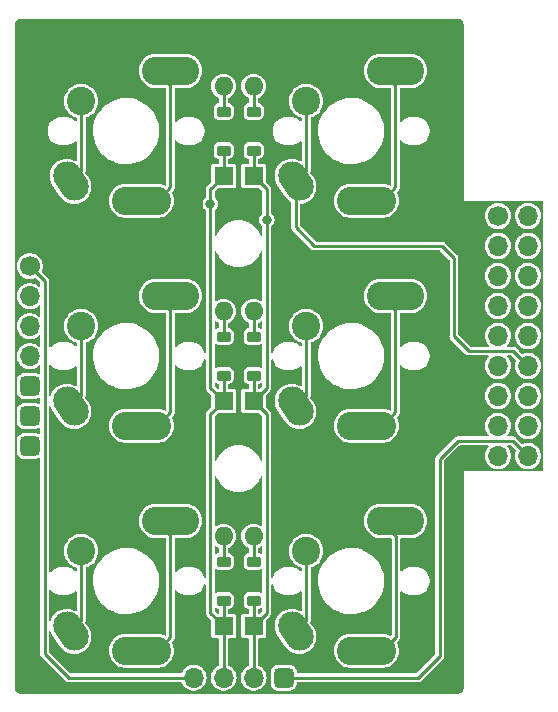
<source format=gbl>
G04 #@! TF.GenerationSoftware,KiCad,Pcbnew,7.0.5*
G04 #@! TF.CreationDate,2023-08-16T13:58:43+08:00*
G04 #@! TF.ProjectId,LM,4c4d2e6b-6963-4616-945f-706362585858,rev?*
G04 #@! TF.SameCoordinates,Original*
G04 #@! TF.FileFunction,Copper,L2,Bot*
G04 #@! TF.FilePolarity,Positive*
%FSLAX46Y46*%
G04 Gerber Fmt 4.6, Leading zero omitted, Abs format (unit mm)*
G04 Created by KiCad (PCBNEW 7.0.5) date 2023-08-16 13:58:43*
%MOMM*%
%LPD*%
G01*
G04 APERTURE LIST*
G04 Aperture macros list*
%AMRoundRect*
0 Rectangle with rounded corners*
0 $1 Rounding radius*
0 $2 $3 $4 $5 $6 $7 $8 $9 X,Y pos of 4 corners*
0 Add a 4 corners polygon primitive as box body*
4,1,4,$2,$3,$4,$5,$6,$7,$8,$9,$2,$3,0*
0 Add four circle primitives for the rounded corners*
1,1,$1+$1,$2,$3*
1,1,$1+$1,$4,$5*
1,1,$1+$1,$6,$7*
1,1,$1+$1,$8,$9*
0 Add four rect primitives between the rounded corners*
20,1,$1+$1,$2,$3,$4,$5,0*
20,1,$1+$1,$4,$5,$6,$7,0*
20,1,$1+$1,$6,$7,$8,$9,0*
20,1,$1+$1,$8,$9,$2,$3,0*%
%AMHorizOval*
0 Thick line with rounded ends*
0 $1 width*
0 $2 $3 position (X,Y) of the first rounded end (center of the circle)*
0 $4 $5 position (X,Y) of the second rounded end (center of the circle)*
0 Add line between two ends*
20,1,$1,$2,$3,$4,$5,0*
0 Add two circle primitives to create the rounded ends*
1,1,$1,$2,$3*
1,1,$1,$4,$5*%
%AMOutline4P*
0 Free polygon, 4 corners , with rotation*
0 The origin of the aperture is its center*
0 number of corners: always 4*
0 $1 to $8 corner X, Y*
0 $9 Rotation angle, in degrees counterclockwise*
0 create outline with 4 corners*
4,1,4,$1,$2,$3,$4,$5,$6,$7,$8,$1,$2,$9*%
G04 Aperture macros list end*
G04 #@! TA.AperFunction,ComponentPad*
%ADD10HorizOval,2.400000X-0.305164X0.457575X0.305164X-0.457575X0*%
G04 #@! TD*
G04 #@! TA.AperFunction,ComponentPad*
%ADD11C,2.400000*%
G04 #@! TD*
G04 #@! TA.AperFunction,SMDPad,CuDef*
%ADD12Outline4P,-1.150000X-1.200000X1.150000X-1.200000X1.150000X1.200000X-1.150000X1.200000X0.000000*%
G04 #@! TD*
G04 #@! TA.AperFunction,SMDPad,CuDef*
%ADD13Outline4P,-1.200000X-1.200000X1.200000X-1.200000X1.200000X1.200000X-1.200000X1.200000X0.000000*%
G04 #@! TD*
G04 #@! TA.AperFunction,ComponentPad*
%ADD14RoundRect,0.425000X-0.425000X0.425000X-0.425000X-0.425000X0.425000X-0.425000X0.425000X0.425000X0*%
G04 #@! TD*
G04 #@! TA.AperFunction,ComponentPad*
%ADD15O,1.700000X1.700000*%
G04 #@! TD*
G04 #@! TA.AperFunction,ComponentPad*
%ADD16C,1.700000*%
G04 #@! TD*
G04 #@! TA.AperFunction,ComponentPad*
%ADD17RoundRect,0.425000X-0.425000X-0.425000X0.425000X-0.425000X0.425000X0.425000X-0.425000X0.425000X0*%
G04 #@! TD*
G04 #@! TA.AperFunction,ComponentPad*
%ADD18R,1.600000X1.600000*%
G04 #@! TD*
G04 #@! TA.AperFunction,SMDPad,CuDef*
%ADD19RoundRect,0.225000X0.375000X-0.225000X0.375000X0.225000X-0.375000X0.225000X-0.375000X-0.225000X0*%
G04 #@! TD*
G04 #@! TA.AperFunction,ComponentPad*
%ADD20O,1.600000X1.600000*%
G04 #@! TD*
G04 #@! TA.AperFunction,ViaPad*
%ADD21C,0.800000*%
G04 #@! TD*
G04 #@! TA.AperFunction,Conductor*
%ADD22C,0.250000*%
G04 #@! TD*
G04 APERTURE END LIST*
D10*
X58620000Y-50340000D03*
D11*
X59510000Y-43550000D03*
X63320000Y-51990000D03*
D12*
X64620000Y-51990000D03*
D11*
X65860000Y-40990000D03*
X65920000Y-51990000D03*
D13*
X67090000Y-40990000D03*
D11*
X68320000Y-40990000D03*
D10*
X39570000Y-50340000D03*
D11*
X40460000Y-43550000D03*
X44270000Y-51990000D03*
D12*
X45570000Y-51990000D03*
D11*
X46810000Y-40990000D03*
X46870000Y-51990000D03*
D13*
X48040000Y-40990000D03*
D11*
X49270000Y-40990000D03*
D14*
X57610000Y-92370000D03*
D15*
X55070000Y-92370000D03*
X52530000Y-92370000D03*
X49990000Y-92370000D03*
D16*
X75760000Y-53280000D03*
D15*
X75760000Y-55820000D03*
X75760000Y-58360000D03*
X75760000Y-60900000D03*
X75760000Y-63440000D03*
X75760000Y-65980000D03*
X75760000Y-68520000D03*
X75760000Y-71060000D03*
X75760000Y-73600000D03*
X78300000Y-53280000D03*
X78300000Y-55820000D03*
X78300000Y-58360000D03*
X78300000Y-60900000D03*
X78300000Y-63440000D03*
X78300000Y-65980000D03*
X78300000Y-68520000D03*
X78300000Y-71060000D03*
X78300000Y-73600000D03*
D16*
X36110000Y-57520000D03*
D15*
X36110000Y-60060000D03*
X36110000Y-62600000D03*
X36110000Y-65140000D03*
D17*
X36110000Y-67680000D03*
X36110000Y-70220000D03*
X36110000Y-72760000D03*
D10*
X39570000Y-88440000D03*
D11*
X40460000Y-81650000D03*
X44270000Y-90090000D03*
D12*
X45570000Y-90090000D03*
D11*
X46810000Y-79090000D03*
X46870000Y-90090000D03*
D13*
X48040000Y-79090000D03*
D11*
X49270000Y-79090000D03*
D10*
X58620000Y-69390000D03*
D11*
X59510000Y-62600000D03*
X63320000Y-71040000D03*
D12*
X64620000Y-71040000D03*
D11*
X65860000Y-60040000D03*
X65920000Y-71040000D03*
D13*
X67090000Y-60040000D03*
D11*
X68320000Y-60040000D03*
D10*
X58620000Y-88440000D03*
D11*
X59510000Y-81650000D03*
X63320000Y-90090000D03*
D12*
X64620000Y-90090000D03*
D11*
X65860000Y-79090000D03*
X65920000Y-90090000D03*
D13*
X67090000Y-79090000D03*
D11*
X68320000Y-79090000D03*
D10*
X39570000Y-69390000D03*
D11*
X40460000Y-62600000D03*
X44270000Y-71040000D03*
D12*
X45570000Y-71040000D03*
D11*
X46810000Y-60040000D03*
X46870000Y-71040000D03*
D13*
X48040000Y-60040000D03*
D11*
X49270000Y-60040000D03*
D18*
X52525000Y-68940000D03*
D19*
X52525000Y-66790000D03*
X52525000Y-63490000D03*
D20*
X52525000Y-61340000D03*
D18*
X55065000Y-87990000D03*
D19*
X55065000Y-85840000D03*
X55065000Y-82540000D03*
D20*
X55065000Y-80390000D03*
D18*
X52525000Y-87990000D03*
D19*
X52525000Y-85840000D03*
X52525000Y-82540000D03*
D20*
X52525000Y-80390000D03*
D18*
X52525000Y-49890000D03*
D19*
X52525000Y-47740000D03*
X52525000Y-44440000D03*
D20*
X52525000Y-42290000D03*
D18*
X55065000Y-68940000D03*
D19*
X55065000Y-66790000D03*
X55065000Y-63490000D03*
D20*
X55065000Y-61340000D03*
D18*
X55065000Y-49890000D03*
D19*
X55065000Y-47740000D03*
X55065000Y-44440000D03*
D20*
X55065000Y-42290000D03*
D21*
X56190000Y-53590000D03*
X51400000Y-52260000D03*
D22*
X55065000Y-87990000D02*
X55065000Y-92365000D01*
X56190000Y-86865000D02*
X55065000Y-87990000D01*
X56190000Y-67815000D02*
X55065000Y-68940000D01*
X56190000Y-51015000D02*
X56190000Y-53590000D01*
X55065000Y-85840000D02*
X55065000Y-87990000D01*
X55065000Y-66790000D02*
X55065000Y-68940000D01*
X56190000Y-70065000D02*
X56190000Y-86865000D01*
X55065000Y-92365000D02*
X55070000Y-92370000D01*
X56190000Y-53590000D02*
X56190000Y-67815000D01*
X55065000Y-49890000D02*
X56190000Y-51015000D01*
X55065000Y-49890000D02*
X55065000Y-47740000D01*
X55065000Y-68940000D02*
X56190000Y-70065000D01*
X52525000Y-66790000D02*
X52525000Y-68940000D01*
X51400000Y-52260000D02*
X51400000Y-67815000D01*
X52525000Y-87990000D02*
X52525000Y-92365000D01*
X51400000Y-86865000D02*
X52525000Y-87990000D01*
X51400000Y-51015000D02*
X51400000Y-52260000D01*
X51400000Y-70065000D02*
X51400000Y-86865000D01*
X51400000Y-67815000D02*
X52525000Y-68940000D01*
X52525000Y-49890000D02*
X51400000Y-51015000D01*
X52525000Y-87990000D02*
X52525000Y-85840000D01*
X52525000Y-92365000D02*
X52530000Y-92370000D01*
X52525000Y-68940000D02*
X51400000Y-70065000D01*
X52525000Y-47740000D02*
X52525000Y-49890000D01*
X37380000Y-58790000D02*
X37380000Y-90340000D01*
X39410000Y-92370000D02*
X49990000Y-92370000D01*
X37380000Y-90340000D02*
X39410000Y-92370000D01*
X36110000Y-57520000D02*
X37380000Y-58790000D01*
X58620000Y-54240000D02*
X60200000Y-55820000D01*
X40460000Y-49450000D02*
X39570000Y-50340000D01*
X59510000Y-49450000D02*
X58620000Y-50340000D01*
X72030000Y-56840000D02*
X72030000Y-63470000D01*
X60200000Y-55820000D02*
X71010000Y-55820000D01*
X73270000Y-64710000D02*
X77030000Y-64710000D01*
X40460000Y-43550000D02*
X40460000Y-49450000D01*
X58620000Y-50340000D02*
X58620000Y-54240000D01*
X59510000Y-43550000D02*
X59510000Y-49450000D01*
X77030000Y-64710000D02*
X78300000Y-65980000D01*
X71010000Y-55820000D02*
X72030000Y-56840000D01*
X72030000Y-63470000D02*
X73270000Y-64710000D01*
X40460000Y-62600000D02*
X40460000Y-68500000D01*
X59510000Y-68500000D02*
X58620000Y-69390000D01*
X59510000Y-62600000D02*
X59510000Y-68500000D01*
X40460000Y-68500000D02*
X39570000Y-69390000D01*
X59510000Y-81650000D02*
X59510000Y-87550000D01*
X40460000Y-87550000D02*
X39570000Y-88440000D01*
X40460000Y-81650000D02*
X40460000Y-87550000D01*
X59510000Y-87550000D02*
X58620000Y-88440000D01*
X70830000Y-90540000D02*
X70830000Y-73830000D01*
X70830000Y-73830000D02*
X72340000Y-72320000D01*
X77020000Y-72320000D02*
X78300000Y-73600000D01*
X69000000Y-92370000D02*
X70830000Y-90540000D01*
X72340000Y-72320000D02*
X77020000Y-72320000D01*
X57610000Y-92370000D02*
X69000000Y-92370000D01*
X48010000Y-42190000D02*
X48010000Y-50850000D01*
X52525000Y-42290000D02*
X52525000Y-44440000D01*
X48010000Y-50850000D02*
X46870000Y-51990000D01*
X46810000Y-40990000D02*
X48010000Y-42190000D01*
X67060000Y-50850000D02*
X65920000Y-51990000D01*
X65860000Y-40990000D02*
X67060000Y-42190000D01*
X67060000Y-42190000D02*
X67060000Y-50850000D01*
X55065000Y-42290000D02*
X55065000Y-44440000D01*
X48010000Y-61240000D02*
X48010000Y-69900000D01*
X46810000Y-60040000D02*
X48010000Y-61240000D01*
X52525000Y-61340000D02*
X52525000Y-63490000D01*
X48010000Y-69900000D02*
X46870000Y-71040000D01*
X65860000Y-60040000D02*
X67060000Y-61240000D01*
X55065000Y-61340000D02*
X55065000Y-63490000D01*
X67060000Y-61240000D02*
X67060000Y-69900000D01*
X67060000Y-69900000D02*
X65920000Y-71040000D01*
X52525000Y-80390000D02*
X52525000Y-82540000D01*
X48010000Y-80290000D02*
X48010000Y-88950000D01*
X46810000Y-79090000D02*
X48010000Y-80290000D01*
X48010000Y-88950000D02*
X46870000Y-90090000D01*
X67120000Y-88890000D02*
X67120000Y-80350000D01*
X65920000Y-90090000D02*
X67120000Y-88890000D01*
X55065000Y-80390000D02*
X55065000Y-82540000D01*
X67120000Y-80350000D02*
X65860000Y-79090000D01*
G04 #@! TA.AperFunction,NonConductor*
G36*
X72347063Y-36565733D02*
G01*
X72366036Y-36567870D01*
X72371350Y-36568469D01*
X72455954Y-36579607D01*
X72470722Y-36583123D01*
X72510423Y-36597015D01*
X72512281Y-36597723D01*
X72571089Y-36622082D01*
X72582117Y-36627779D01*
X72599232Y-36638533D01*
X72621500Y-36652526D01*
X72624340Y-36654501D01*
X72674505Y-36692994D01*
X72678140Y-36696182D01*
X72713816Y-36731858D01*
X72717011Y-36735501D01*
X72755497Y-36785658D01*
X72757472Y-36788498D01*
X72773800Y-36814482D01*
X72782214Y-36827873D01*
X72787921Y-36838920D01*
X72812256Y-36897669D01*
X72812996Y-36899609D01*
X72826873Y-36939269D01*
X72830392Y-36954049D01*
X72841534Y-37038678D01*
X72844267Y-37062928D01*
X72844500Y-37067075D01*
X72844500Y-51995318D01*
X72844433Y-51995656D01*
X72844459Y-52010001D01*
X72844526Y-52010163D01*
X72844616Y-52010382D01*
X72844617Y-52010383D01*
X72845000Y-52010541D01*
X72859660Y-52010531D01*
X72859817Y-52010500D01*
X79495500Y-52010500D01*
X79543066Y-52027813D01*
X79568376Y-52071650D01*
X79569500Y-52084500D01*
X79569500Y-74795500D01*
X79552187Y-74843066D01*
X79508350Y-74868376D01*
X79495500Y-74869500D01*
X72859816Y-74869500D01*
X72859610Y-74869459D01*
X72845000Y-74869459D01*
X72844964Y-74869474D01*
X72844617Y-74869616D01*
X72844458Y-74870000D01*
X72844468Y-74884661D01*
X72844500Y-74884816D01*
X72844500Y-93212923D01*
X72844267Y-93217071D01*
X72841533Y-93241326D01*
X72830392Y-93325949D01*
X72826873Y-93340729D01*
X72812996Y-93380389D01*
X72812256Y-93382329D01*
X72787921Y-93441078D01*
X72782211Y-93452132D01*
X72757472Y-93491500D01*
X72755497Y-93494340D01*
X72717011Y-93544497D01*
X72713816Y-93548140D01*
X72678140Y-93583816D01*
X72674497Y-93587011D01*
X72624340Y-93625497D01*
X72621500Y-93627472D01*
X72582132Y-93652211D01*
X72571078Y-93657921D01*
X72512329Y-93682256D01*
X72510389Y-93682996D01*
X72470729Y-93696873D01*
X72455949Y-93700392D01*
X72371326Y-93711533D01*
X72357223Y-93713122D01*
X72347063Y-93714267D01*
X72342924Y-93714500D01*
X35347075Y-93714500D01*
X35342936Y-93714267D01*
X35322976Y-93712018D01*
X35318678Y-93711534D01*
X35234049Y-93700392D01*
X35219269Y-93696873D01*
X35179609Y-93682996D01*
X35177680Y-93682260D01*
X35118919Y-93657920D01*
X35107873Y-93652214D01*
X35094482Y-93643800D01*
X35068498Y-93627472D01*
X35065658Y-93625497D01*
X35034313Y-93601446D01*
X35015496Y-93587007D01*
X35011858Y-93583816D01*
X34976182Y-93548140D01*
X34972994Y-93544505D01*
X34934501Y-93494340D01*
X34932526Y-93491500D01*
X34919329Y-93470499D01*
X34907779Y-93452117D01*
X34902082Y-93441089D01*
X34877723Y-93382281D01*
X34877015Y-93380423D01*
X34863123Y-93340722D01*
X34859607Y-93325954D01*
X34848466Y-93241326D01*
X34845733Y-93217063D01*
X34845500Y-93212918D01*
X34845500Y-65140003D01*
X35004785Y-65140003D01*
X35023601Y-65343076D01*
X35023602Y-65343082D01*
X35065752Y-65491221D01*
X35079418Y-65539250D01*
X35170327Y-65721821D01*
X35170328Y-65721822D01*
X35170329Y-65721825D01*
X35293234Y-65884578D01*
X35293235Y-65884579D01*
X35399695Y-65981629D01*
X35443959Y-66021981D01*
X35617363Y-66129348D01*
X35807544Y-66203024D01*
X36008024Y-66240500D01*
X36008026Y-66240500D01*
X36211974Y-66240500D01*
X36211976Y-66240500D01*
X36412456Y-66203024D01*
X36602637Y-66129348D01*
X36776041Y-66021981D01*
X36880648Y-65926619D01*
X36927462Y-65907369D01*
X36975699Y-65922715D01*
X37002787Y-65965476D01*
X37004500Y-65981307D01*
X37004500Y-66618280D01*
X36987187Y-66665846D01*
X36943350Y-66691156D01*
X36893500Y-66682366D01*
X36892217Y-66681608D01*
X36814267Y-66634486D01*
X36657661Y-66585686D01*
X36657658Y-66585685D01*
X36657657Y-66585685D01*
X36657655Y-66585684D01*
X36657651Y-66585684D01*
X36589601Y-66579500D01*
X36589594Y-66579500D01*
X35630406Y-66579500D01*
X35630398Y-66579500D01*
X35562348Y-66585684D01*
X35562338Y-66585686D01*
X35405732Y-66634486D01*
X35265346Y-66719352D01*
X35149352Y-66835346D01*
X35064486Y-66975732D01*
X35015686Y-67132338D01*
X35015684Y-67132348D01*
X35009500Y-67200398D01*
X35009500Y-68159601D01*
X35015684Y-68227651D01*
X35015686Y-68227661D01*
X35064486Y-68384267D01*
X35104942Y-68451189D01*
X35149352Y-68524653D01*
X35265347Y-68640648D01*
X35401712Y-68723083D01*
X35405732Y-68725513D01*
X35477803Y-68747971D01*
X35562343Y-68774315D01*
X35630406Y-68780500D01*
X35630408Y-68780500D01*
X36589592Y-68780500D01*
X36589594Y-68780500D01*
X36657657Y-68774315D01*
X36814270Y-68725512D01*
X36892218Y-68678390D01*
X36941880Y-68668599D01*
X36986218Y-68693021D01*
X37004485Y-68740229D01*
X37004500Y-68741719D01*
X37004500Y-69158280D01*
X36987187Y-69205846D01*
X36943350Y-69231156D01*
X36893500Y-69222366D01*
X36892217Y-69221608D01*
X36814267Y-69174486D01*
X36657661Y-69125686D01*
X36657658Y-69125685D01*
X36657657Y-69125685D01*
X36657655Y-69125684D01*
X36657651Y-69125684D01*
X36589601Y-69119500D01*
X36589594Y-69119500D01*
X35630406Y-69119500D01*
X35630398Y-69119500D01*
X35562348Y-69125684D01*
X35562338Y-69125686D01*
X35405732Y-69174486D01*
X35265346Y-69259352D01*
X35149352Y-69375346D01*
X35064486Y-69515732D01*
X35015686Y-69672338D01*
X35015684Y-69672348D01*
X35009500Y-69740398D01*
X35009500Y-70699601D01*
X35015684Y-70767651D01*
X35015686Y-70767661D01*
X35064486Y-70924267D01*
X35064488Y-70924270D01*
X35149352Y-71064653D01*
X35265347Y-71180648D01*
X35401712Y-71263083D01*
X35405732Y-71265513D01*
X35469539Y-71285396D01*
X35562343Y-71314315D01*
X35630406Y-71320500D01*
X35630408Y-71320500D01*
X36589592Y-71320500D01*
X36589594Y-71320500D01*
X36657657Y-71314315D01*
X36814270Y-71265512D01*
X36892218Y-71218390D01*
X36941880Y-71208599D01*
X36986218Y-71233021D01*
X37004485Y-71280229D01*
X37004500Y-71281719D01*
X37004500Y-71698280D01*
X36987187Y-71745846D01*
X36943350Y-71771156D01*
X36893500Y-71762366D01*
X36892217Y-71761608D01*
X36814267Y-71714486D01*
X36657661Y-71665686D01*
X36657658Y-71665685D01*
X36657657Y-71665685D01*
X36657655Y-71665684D01*
X36657651Y-71665684D01*
X36589601Y-71659500D01*
X36589594Y-71659500D01*
X35630406Y-71659500D01*
X35630398Y-71659500D01*
X35562348Y-71665684D01*
X35562338Y-71665686D01*
X35405732Y-71714486D01*
X35265346Y-71799352D01*
X35149352Y-71915346D01*
X35064486Y-72055732D01*
X35015686Y-72212338D01*
X35015684Y-72212348D01*
X35009500Y-72280398D01*
X35009500Y-73239601D01*
X35015684Y-73307651D01*
X35015686Y-73307661D01*
X35064486Y-73464267D01*
X35146537Y-73599996D01*
X35149352Y-73604653D01*
X35265347Y-73720648D01*
X35401712Y-73803083D01*
X35405732Y-73805513D01*
X35477803Y-73827971D01*
X35562343Y-73854315D01*
X35630406Y-73860500D01*
X35630408Y-73860500D01*
X36589592Y-73860500D01*
X36589594Y-73860500D01*
X36657657Y-73854315D01*
X36814270Y-73805512D01*
X36892218Y-73758390D01*
X36941880Y-73748599D01*
X36986218Y-73773021D01*
X37004485Y-73820229D01*
X37004500Y-73821719D01*
X37004500Y-90293381D01*
X37002925Y-90308566D01*
X36999633Y-90324264D01*
X36999633Y-90324268D01*
X37003315Y-90353809D01*
X37004216Y-90361032D01*
X37004500Y-90365613D01*
X37004500Y-90371118D01*
X37008215Y-90393380D01*
X37008435Y-90394892D01*
X37015134Y-90448627D01*
X37016884Y-90454504D01*
X37016615Y-90454584D01*
X37017679Y-90457904D01*
X37017945Y-90457813D01*
X37019935Y-90463610D01*
X37045696Y-90511215D01*
X37046396Y-90512574D01*
X37070175Y-90561214D01*
X37073738Y-90566204D01*
X37073510Y-90566366D01*
X37075595Y-90569162D01*
X37075817Y-90568990D01*
X37079579Y-90573823D01*
X37079581Y-90573826D01*
X37110903Y-90602660D01*
X37119400Y-90610482D01*
X37120504Y-90611541D01*
X39111518Y-92602555D01*
X39121140Y-92614404D01*
X39129916Y-92627836D01*
X39153003Y-92645805D01*
X39159154Y-92650593D01*
X39162593Y-92653631D01*
X39166482Y-92657519D01*
X39166481Y-92657519D01*
X39172409Y-92661751D01*
X39184884Y-92670658D01*
X39186083Y-92671553D01*
X39228807Y-92704807D01*
X39234202Y-92707726D01*
X39234067Y-92707974D01*
X39237170Y-92709572D01*
X39237295Y-92709318D01*
X39242798Y-92712008D01*
X39242801Y-92712010D01*
X39294732Y-92727470D01*
X39296092Y-92727906D01*
X39347340Y-92745500D01*
X39347341Y-92745500D01*
X39353391Y-92746510D01*
X39353344Y-92746787D01*
X39356791Y-92747289D01*
X39356826Y-92747010D01*
X39362906Y-92747767D01*
X39362912Y-92747769D01*
X39396593Y-92746375D01*
X39417010Y-92745532D01*
X39418539Y-92745500D01*
X48901773Y-92745500D01*
X48949339Y-92762813D01*
X48968014Y-92786514D01*
X49050327Y-92951821D01*
X49050328Y-92951822D01*
X49050329Y-92951825D01*
X49173234Y-93114578D01*
X49173235Y-93114579D01*
X49310637Y-93239836D01*
X49323959Y-93251981D01*
X49497363Y-93359348D01*
X49687544Y-93433024D01*
X49888024Y-93470500D01*
X49888026Y-93470500D01*
X50091974Y-93470500D01*
X50091976Y-93470500D01*
X50292456Y-93433024D01*
X50482637Y-93359348D01*
X50656041Y-93251981D01*
X50806764Y-93114579D01*
X50929673Y-92951821D01*
X51020582Y-92769250D01*
X51076397Y-92573083D01*
X51095215Y-92370000D01*
X51076397Y-92166917D01*
X51020582Y-91970750D01*
X50929673Y-91788179D01*
X50929670Y-91788175D01*
X50929670Y-91788174D01*
X50806765Y-91625421D01*
X50806764Y-91625420D01*
X50656041Y-91488019D01*
X50656040Y-91488019D01*
X50482637Y-91380652D01*
X50337655Y-91324486D01*
X50292459Y-91306977D01*
X50292458Y-91306976D01*
X50292456Y-91306976D01*
X50183015Y-91286518D01*
X50091979Y-91269500D01*
X50091976Y-91269500D01*
X49888024Y-91269500D01*
X49888020Y-91269500D01*
X49738115Y-91297522D01*
X49687544Y-91306976D01*
X49687542Y-91306976D01*
X49687540Y-91306977D01*
X49497368Y-91380650D01*
X49497363Y-91380652D01*
X49497358Y-91380654D01*
X49497358Y-91380655D01*
X49323958Y-91488019D01*
X49323957Y-91488019D01*
X49173235Y-91625420D01*
X49173234Y-91625421D01*
X49050329Y-91788174D01*
X49050328Y-91788177D01*
X48968015Y-91953485D01*
X48931315Y-91988347D01*
X48901773Y-91994500D01*
X39596189Y-91994500D01*
X39548623Y-91977187D01*
X39543863Y-91972826D01*
X37777174Y-90206136D01*
X37755782Y-90160260D01*
X37755500Y-90153810D01*
X37755500Y-88496176D01*
X37772813Y-88448610D01*
X37816650Y-88423300D01*
X37866500Y-88432090D01*
X37899037Y-88470867D01*
X37899260Y-88471487D01*
X37937543Y-88579660D01*
X37937546Y-88579665D01*
X38024791Y-88737300D01*
X38024807Y-88737326D01*
X38701699Y-89752286D01*
X38701700Y-89752287D01*
X38813711Y-89893423D01*
X38813713Y-89893425D01*
X38992101Y-90054553D01*
X39194577Y-90184120D01*
X39194585Y-90184123D01*
X39194588Y-90184125D01*
X39415617Y-90278594D01*
X39649184Y-90335396D01*
X39649187Y-90335396D01*
X39649194Y-90335398D01*
X39853766Y-90350401D01*
X39888932Y-90352981D01*
X39888932Y-90352980D01*
X39888934Y-90352981D01*
X40033428Y-90339630D01*
X40128291Y-90330866D01*
X40128293Y-90330865D01*
X40128298Y-90330865D01*
X40360757Y-90269652D01*
X40579971Y-90171013D01*
X40701440Y-90090003D01*
X42814529Y-90090003D01*
X42834378Y-90329556D01*
X42834378Y-90329557D01*
X42843509Y-90365613D01*
X42893041Y-90561214D01*
X42893392Y-90562597D01*
X42962958Y-90721191D01*
X42989951Y-90782728D01*
X43121429Y-90983969D01*
X43284236Y-91160825D01*
X43473933Y-91308472D01*
X43685344Y-91422882D01*
X43912703Y-91500934D01*
X44149808Y-91540500D01*
X44395326Y-91540500D01*
X46749808Y-91540500D01*
X46990192Y-91540500D01*
X47227297Y-91500934D01*
X47454656Y-91422882D01*
X47666067Y-91308472D01*
X47855764Y-91160825D01*
X48018571Y-90983969D01*
X48150049Y-90782728D01*
X48246610Y-90562591D01*
X48305620Y-90329563D01*
X48305620Y-90329559D01*
X48305621Y-90329557D01*
X48305621Y-90329556D01*
X48325471Y-90090003D01*
X48325471Y-90089996D01*
X48305621Y-89850443D01*
X48305621Y-89850442D01*
X48280765Y-89752287D01*
X48246610Y-89617409D01*
X48153196Y-89404448D01*
X48149944Y-89353934D01*
X48168636Y-89322399D01*
X48242558Y-89248477D01*
X48254400Y-89238861D01*
X48267836Y-89230084D01*
X48290594Y-89200843D01*
X48293631Y-89197405D01*
X48297519Y-89193518D01*
X48310636Y-89175145D01*
X48311552Y-89173916D01*
X48314536Y-89170082D01*
X48344809Y-89131189D01*
X48344810Y-89131183D01*
X48347729Y-89125792D01*
X48347978Y-89125926D01*
X48349571Y-89122832D01*
X48349316Y-89122708D01*
X48352009Y-89117200D01*
X48352008Y-89117200D01*
X48352010Y-89117199D01*
X48367459Y-89065302D01*
X48367900Y-89063925D01*
X48385500Y-89012660D01*
X48385500Y-89012656D01*
X48386510Y-89006609D01*
X48386786Y-89006655D01*
X48387289Y-89003207D01*
X48387009Y-89003173D01*
X48387765Y-88997096D01*
X48387768Y-88997089D01*
X48385931Y-88952656D01*
X48385532Y-88943002D01*
X48385500Y-88941473D01*
X48385500Y-85028185D01*
X48402813Y-84980619D01*
X48446650Y-84955309D01*
X48496500Y-84964099D01*
X48514187Y-84978332D01*
X48607763Y-85080981D01*
X48607764Y-85080982D01*
X48785306Y-85215055D01*
X48785309Y-85215057D01*
X48785310Y-85215057D01*
X48785311Y-85215058D01*
X48984472Y-85314229D01*
X49198464Y-85375115D01*
X49364497Y-85390500D01*
X49364499Y-85390500D01*
X49775501Y-85390500D01*
X49775503Y-85390500D01*
X49941536Y-85375115D01*
X50155528Y-85314229D01*
X50354689Y-85215058D01*
X50532236Y-85080981D01*
X50682124Y-84916562D01*
X50799247Y-84727401D01*
X50879618Y-84519940D01*
X50879617Y-84519940D01*
X50880854Y-84516750D01*
X50882046Y-84517211D01*
X50908986Y-84479963D01*
X50958075Y-84467610D01*
X51003619Y-84489700D01*
X51024308Y-84535898D01*
X51024500Y-84541221D01*
X51024500Y-86818381D01*
X51022925Y-86833566D01*
X51019633Y-86849264D01*
X51019633Y-86849269D01*
X51024216Y-86886032D01*
X51024500Y-86890613D01*
X51024500Y-86896118D01*
X51028215Y-86918380D01*
X51028435Y-86919892D01*
X51035134Y-86973627D01*
X51036884Y-86979504D01*
X51036615Y-86979584D01*
X51037679Y-86982904D01*
X51037945Y-86982813D01*
X51039935Y-86988610D01*
X51065696Y-87036215D01*
X51066391Y-87037564D01*
X51066522Y-87037832D01*
X51090175Y-87086214D01*
X51093738Y-87091204D01*
X51093510Y-87091366D01*
X51095595Y-87094162D01*
X51095817Y-87093990D01*
X51099579Y-87098823D01*
X51099581Y-87098826D01*
X51139400Y-87135482D01*
X51140504Y-87136541D01*
X51452826Y-87448863D01*
X51474218Y-87494739D01*
X51474500Y-87501188D01*
X51474500Y-88814674D01*
X51485808Y-88871524D01*
X51489034Y-88887740D01*
X51532408Y-88952656D01*
X51544399Y-88970601D01*
X51627260Y-89025966D01*
X51700326Y-89040500D01*
X52075500Y-89040500D01*
X52123066Y-89057813D01*
X52148376Y-89101650D01*
X52149500Y-89114500D01*
X52149499Y-91286518D01*
X52132186Y-91334084D01*
X52102232Y-91355521D01*
X52037365Y-91380651D01*
X52037358Y-91380655D01*
X51863958Y-91488019D01*
X51863957Y-91488019D01*
X51713235Y-91625420D01*
X51713234Y-91625421D01*
X51590329Y-91788174D01*
X51590328Y-91788177D01*
X51499418Y-91970750D01*
X51499416Y-91970755D01*
X51443602Y-92166917D01*
X51443601Y-92166923D01*
X51424785Y-92369996D01*
X51424785Y-92370003D01*
X51443601Y-92573076D01*
X51443602Y-92573082D01*
X51493306Y-92747769D01*
X51499418Y-92769250D01*
X51590327Y-92951821D01*
X51590328Y-92951822D01*
X51590329Y-92951825D01*
X51713234Y-93114578D01*
X51713235Y-93114579D01*
X51850636Y-93239836D01*
X51863959Y-93251981D01*
X52037363Y-93359348D01*
X52227544Y-93433024D01*
X52428024Y-93470500D01*
X52428026Y-93470500D01*
X52631974Y-93470500D01*
X52631976Y-93470500D01*
X52832456Y-93433024D01*
X53022637Y-93359348D01*
X53196041Y-93251981D01*
X53346764Y-93114579D01*
X53469673Y-92951821D01*
X53560582Y-92769250D01*
X53616397Y-92573083D01*
X53635215Y-92370000D01*
X53616397Y-92166917D01*
X53560582Y-91970750D01*
X53469673Y-91788179D01*
X53469670Y-91788175D01*
X53469670Y-91788174D01*
X53346765Y-91625421D01*
X53346764Y-91625420D01*
X53196041Y-91488019D01*
X53196040Y-91488019D01*
X53022637Y-91380652D01*
X52998258Y-91371207D01*
X52947768Y-91351647D01*
X52909668Y-91318320D01*
X52900500Y-91282644D01*
X52900500Y-89114500D01*
X52917813Y-89066934D01*
X52961650Y-89041624D01*
X52974500Y-89040500D01*
X53349672Y-89040500D01*
X53349674Y-89040500D01*
X53422740Y-89025966D01*
X53505601Y-88970601D01*
X53560966Y-88887740D01*
X53575500Y-88814674D01*
X53575500Y-87165326D01*
X53560966Y-87092260D01*
X53505601Y-87009399D01*
X53501765Y-87006836D01*
X53422740Y-86954034D01*
X53408422Y-86951186D01*
X53349674Y-86939500D01*
X53349672Y-86939500D01*
X52974500Y-86939500D01*
X52926934Y-86922187D01*
X52901624Y-86878350D01*
X52900500Y-86865500D01*
X52900500Y-86611806D01*
X52917813Y-86564240D01*
X52961650Y-86538930D01*
X52966587Y-86538230D01*
X53002114Y-86534412D01*
X53130226Y-86486628D01*
X53239687Y-86404687D01*
X53321628Y-86295226D01*
X53369412Y-86167114D01*
X53375500Y-86110485D01*
X53375499Y-85569516D01*
X53369412Y-85512886D01*
X53321628Y-85384774D01*
X53239687Y-85275313D01*
X53149098Y-85207499D01*
X53130225Y-85193371D01*
X53130226Y-85193371D01*
X53002114Y-85145588D01*
X52945486Y-85139500D01*
X52104515Y-85139500D01*
X52104514Y-85139501D01*
X52047885Y-85145588D01*
X51919774Y-85193371D01*
X51893846Y-85212781D01*
X51845392Y-85227426D01*
X51798860Y-85207499D01*
X51776023Y-85162324D01*
X51775500Y-85153540D01*
X51775500Y-83226459D01*
X51792813Y-83178893D01*
X51836650Y-83153583D01*
X51886500Y-83162373D01*
X51893842Y-83167216D01*
X51919774Y-83186628D01*
X51919773Y-83186628D01*
X51967556Y-83204450D01*
X52047886Y-83234412D01*
X52104515Y-83240500D01*
X52945484Y-83240499D01*
X53002114Y-83234412D01*
X53130226Y-83186628D01*
X53239687Y-83104687D01*
X53321628Y-82995226D01*
X53369412Y-82867114D01*
X53375500Y-82810485D01*
X53375499Y-82269516D01*
X53369412Y-82212886D01*
X53321628Y-82084774D01*
X53239687Y-81975313D01*
X53149098Y-81907499D01*
X53130225Y-81893371D01*
X53130226Y-81893371D01*
X53002114Y-81845588D01*
X52966588Y-81841768D01*
X52921146Y-81819469D01*
X52900668Y-81773177D01*
X52900500Y-81768192D01*
X52900500Y-81424794D01*
X52917813Y-81377228D01*
X52939615Y-81359533D01*
X53111450Y-81267685D01*
X53271410Y-81136410D01*
X53402685Y-80976450D01*
X53500232Y-80793954D01*
X53560300Y-80595934D01*
X53580583Y-80390000D01*
X53560300Y-80184066D01*
X53500232Y-79986046D01*
X53402685Y-79803550D01*
X53271410Y-79643590D01*
X53111450Y-79512315D01*
X52928954Y-79414768D01*
X52817158Y-79380855D01*
X52730935Y-79354700D01*
X52627967Y-79344558D01*
X52525000Y-79334417D01*
X52524999Y-79334417D01*
X52319064Y-79354700D01*
X52121043Y-79414769D01*
X51938549Y-79512315D01*
X51896445Y-79546869D01*
X51848692Y-79563662D01*
X51801318Y-79545831D01*
X51776488Y-79501719D01*
X51775500Y-79489666D01*
X51775500Y-75385144D01*
X51792813Y-75337578D01*
X51836650Y-75312268D01*
X51886500Y-75321058D01*
X51918834Y-75359284D01*
X51970630Y-75498157D01*
X52107772Y-75749313D01*
X52193517Y-75863855D01*
X52279261Y-75978395D01*
X52481605Y-76180739D01*
X52653415Y-76309354D01*
X52710686Y-76352227D01*
X52961843Y-76489369D01*
X53229939Y-76589364D01*
X53229945Y-76589365D01*
X53229954Y-76589369D01*
X53509572Y-76650196D01*
X53723539Y-76665499D01*
X53723544Y-76665500D01*
X53723552Y-76665500D01*
X53866456Y-76665500D01*
X53866459Y-76665499D01*
X54080428Y-76650196D01*
X54360046Y-76589369D01*
X54360057Y-76589364D01*
X54360060Y-76589364D01*
X54628156Y-76489369D01*
X54628156Y-76489368D01*
X54628161Y-76489367D01*
X54879315Y-76352226D01*
X55108395Y-76180739D01*
X55310739Y-75978395D01*
X55482226Y-75749315D01*
X55619367Y-75498161D01*
X55619367Y-75498159D01*
X55619369Y-75498157D01*
X55671166Y-75359284D01*
X55704009Y-75320767D01*
X55753928Y-75312372D01*
X55797563Y-75338029D01*
X55814500Y-75385144D01*
X55814500Y-79489666D01*
X55797187Y-79537232D01*
X55753350Y-79562542D01*
X55703500Y-79553752D01*
X55693555Y-79546869D01*
X55651450Y-79512315D01*
X55468956Y-79414769D01*
X55468955Y-79414768D01*
X55468954Y-79414768D01*
X55357158Y-79380855D01*
X55270935Y-79354700D01*
X55065000Y-79334417D01*
X54859064Y-79354700D01*
X54661043Y-79414769D01*
X54478549Y-79512315D01*
X54318590Y-79643589D01*
X54318589Y-79643590D01*
X54187315Y-79803549D01*
X54089769Y-79986043D01*
X54029700Y-80184064D01*
X54009417Y-80390000D01*
X54013507Y-80431531D01*
X54029700Y-80595934D01*
X54089768Y-80793954D01*
X54187315Y-80976450D01*
X54318590Y-81136410D01*
X54478550Y-81267685D01*
X54650383Y-81359532D01*
X54684171Y-81397223D01*
X54689499Y-81424794D01*
X54689500Y-81768193D01*
X54672187Y-81815759D01*
X54628350Y-81841069D01*
X54623410Y-81841769D01*
X54587885Y-81845588D01*
X54459774Y-81893371D01*
X54350313Y-81975313D01*
X54268371Y-82084774D01*
X54220588Y-82212884D01*
X54220588Y-82212887D01*
X54214500Y-82269513D01*
X54214500Y-82810484D01*
X54214501Y-82810485D01*
X54220588Y-82867114D01*
X54268371Y-82995225D01*
X54288972Y-83022745D01*
X54350313Y-83104687D01*
X54459774Y-83186628D01*
X54459773Y-83186628D01*
X54507556Y-83204450D01*
X54587886Y-83234412D01*
X54644515Y-83240500D01*
X55485484Y-83240499D01*
X55542114Y-83234412D01*
X55670226Y-83186628D01*
X55696153Y-83167218D01*
X55744607Y-83152573D01*
X55791139Y-83172499D01*
X55813977Y-83217673D01*
X55814500Y-83226459D01*
X55814500Y-85153540D01*
X55797187Y-85201106D01*
X55753350Y-85226416D01*
X55703500Y-85217626D01*
X55696154Y-85212781D01*
X55670225Y-85193371D01*
X55542114Y-85145588D01*
X55485486Y-85139500D01*
X54644515Y-85139500D01*
X54644514Y-85139501D01*
X54587885Y-85145588D01*
X54459774Y-85193371D01*
X54350313Y-85275313D01*
X54268371Y-85384774D01*
X54220588Y-85512884D01*
X54220588Y-85512887D01*
X54214500Y-85569513D01*
X54214500Y-86110484D01*
X54214501Y-86110485D01*
X54220588Y-86167114D01*
X54268371Y-86295225D01*
X54268372Y-86295226D01*
X54350313Y-86404687D01*
X54459774Y-86486628D01*
X54459773Y-86486628D01*
X54507556Y-86504450D01*
X54587886Y-86534412D01*
X54623410Y-86538231D01*
X54668853Y-86560529D01*
X54689332Y-86606821D01*
X54689500Y-86611807D01*
X54689500Y-86865500D01*
X54672187Y-86913066D01*
X54628350Y-86938376D01*
X54615500Y-86939500D01*
X54240326Y-86939500D01*
X54191615Y-86949189D01*
X54167259Y-86954034D01*
X54084399Y-87009398D01*
X54084398Y-87009399D01*
X54029034Y-87092259D01*
X54027728Y-87098826D01*
X54014500Y-87165326D01*
X54014500Y-88814674D01*
X54025808Y-88871524D01*
X54029034Y-88887740D01*
X54072408Y-88952656D01*
X54084399Y-88970601D01*
X54167260Y-89025966D01*
X54240326Y-89040500D01*
X54615500Y-89040500D01*
X54663066Y-89057813D01*
X54688376Y-89101650D01*
X54689500Y-89114500D01*
X54689500Y-91286518D01*
X54672187Y-91334084D01*
X54642233Y-91355521D01*
X54577364Y-91380651D01*
X54577358Y-91380655D01*
X54403958Y-91488019D01*
X54403957Y-91488019D01*
X54253235Y-91625420D01*
X54253234Y-91625421D01*
X54130329Y-91788174D01*
X54130328Y-91788177D01*
X54039418Y-91970750D01*
X54039416Y-91970755D01*
X53983602Y-92166917D01*
X53983601Y-92166923D01*
X53964785Y-92369996D01*
X53964785Y-92370003D01*
X53983601Y-92573076D01*
X53983602Y-92573082D01*
X54033306Y-92747769D01*
X54039418Y-92769250D01*
X54130327Y-92951821D01*
X54130328Y-92951822D01*
X54130329Y-92951825D01*
X54253234Y-93114578D01*
X54253235Y-93114579D01*
X54390636Y-93239836D01*
X54403959Y-93251981D01*
X54577363Y-93359348D01*
X54767544Y-93433024D01*
X54968024Y-93470500D01*
X54968026Y-93470500D01*
X55171974Y-93470500D01*
X55171976Y-93470500D01*
X55372456Y-93433024D01*
X55562637Y-93359348D01*
X55736041Y-93251981D01*
X55886764Y-93114579D01*
X56009673Y-92951821D01*
X56060572Y-92849601D01*
X56509500Y-92849601D01*
X56515684Y-92917651D01*
X56515686Y-92917661D01*
X56564486Y-93074267D01*
X56648303Y-93212918D01*
X56649352Y-93214653D01*
X56765347Y-93330648D01*
X56905730Y-93415512D01*
X56905732Y-93415513D01*
X56977803Y-93437971D01*
X57062343Y-93464315D01*
X57130406Y-93470500D01*
X57130408Y-93470500D01*
X58089592Y-93470500D01*
X58089594Y-93470500D01*
X58157657Y-93464315D01*
X58314270Y-93415512D01*
X58454653Y-93330648D01*
X58570648Y-93214653D01*
X58655512Y-93074270D01*
X58704315Y-92917657D01*
X58710500Y-92849594D01*
X58710500Y-92819500D01*
X58727813Y-92771934D01*
X58771650Y-92746624D01*
X58784500Y-92745500D01*
X68953383Y-92745500D01*
X68968567Y-92747074D01*
X68984268Y-92750367D01*
X69021036Y-92745783D01*
X69025615Y-92745500D01*
X69031111Y-92745500D01*
X69031114Y-92745500D01*
X69053387Y-92741782D01*
X69054887Y-92741564D01*
X69060604Y-92740851D01*
X69108626Y-92734866D01*
X69108629Y-92734864D01*
X69114507Y-92733115D01*
X69114587Y-92733386D01*
X69117904Y-92732323D01*
X69117812Y-92732055D01*
X69123606Y-92730065D01*
X69123610Y-92730065D01*
X69171235Y-92704290D01*
X69172535Y-92703622D01*
X69221211Y-92679826D01*
X69221213Y-92679823D01*
X69226204Y-92676261D01*
X69226369Y-92676493D01*
X69229158Y-92674414D01*
X69228983Y-92674189D01*
X69233824Y-92670420D01*
X69233823Y-92670420D01*
X69233826Y-92670419D01*
X69270512Y-92630565D01*
X69271517Y-92629518D01*
X71062561Y-90838475D01*
X71074401Y-90828861D01*
X71087836Y-90820084D01*
X71110598Y-90790837D01*
X71113620Y-90787417D01*
X71117520Y-90783518D01*
X71130660Y-90765111D01*
X71131564Y-90763900D01*
X71164807Y-90721191D01*
X71164809Y-90721189D01*
X71164810Y-90721184D01*
X71167729Y-90715792D01*
X71167979Y-90715927D01*
X71169571Y-90712835D01*
X71169316Y-90712710D01*
X71172010Y-90707199D01*
X71187469Y-90655271D01*
X71187897Y-90653932D01*
X71205500Y-90602660D01*
X71205500Y-90602656D01*
X71206510Y-90596610D01*
X71206786Y-90596656D01*
X71207289Y-90593206D01*
X71207009Y-90593172D01*
X71207765Y-90587095D01*
X71207768Y-90587088D01*
X71206462Y-90555511D01*
X71205532Y-90533002D01*
X71205500Y-90531474D01*
X71205500Y-74016189D01*
X71222813Y-73968623D01*
X71227174Y-73963863D01*
X72473863Y-72717174D01*
X72519739Y-72695782D01*
X72526189Y-72695500D01*
X74927645Y-72695500D01*
X74975211Y-72712813D01*
X75000521Y-72756650D01*
X74991731Y-72806500D01*
X74977498Y-72824187D01*
X74943235Y-72855420D01*
X74943234Y-72855421D01*
X74820329Y-73018174D01*
X74820328Y-73018177D01*
X74729418Y-73200750D01*
X74729416Y-73200755D01*
X74673602Y-73396917D01*
X74673601Y-73396923D01*
X74654785Y-73599996D01*
X74654785Y-73600003D01*
X74673601Y-73803076D01*
X74673602Y-73803082D01*
X74727475Y-73992421D01*
X74729418Y-73999250D01*
X74820327Y-74181821D01*
X74820328Y-74181822D01*
X74820329Y-74181825D01*
X74943234Y-74344578D01*
X74943235Y-74344579D01*
X75080637Y-74469836D01*
X75093959Y-74481981D01*
X75267363Y-74589348D01*
X75457544Y-74663024D01*
X75658024Y-74700500D01*
X75658026Y-74700500D01*
X75861974Y-74700500D01*
X75861976Y-74700500D01*
X76062456Y-74663024D01*
X76252637Y-74589348D01*
X76426041Y-74481981D01*
X76576764Y-74344579D01*
X76699673Y-74181821D01*
X76790582Y-73999250D01*
X76846397Y-73803083D01*
X76848267Y-73782908D01*
X76865215Y-73600003D01*
X76865215Y-73599996D01*
X76846398Y-73396923D01*
X76846397Y-73396917D01*
X76790583Y-73200755D01*
X76790582Y-73200750D01*
X76699673Y-73018179D01*
X76699670Y-73018175D01*
X76699670Y-73018174D01*
X76576765Y-72855421D01*
X76576764Y-72855420D01*
X76542502Y-72824187D01*
X76519013Y-72779348D01*
X76529842Y-72729901D01*
X76569921Y-72698982D01*
X76592355Y-72695500D01*
X76833811Y-72695500D01*
X76881377Y-72712813D01*
X76886137Y-72717174D01*
X77265108Y-73096145D01*
X77286500Y-73142021D01*
X77279026Y-73181451D01*
X77269417Y-73200750D01*
X77269416Y-73200752D01*
X77213602Y-73396917D01*
X77213601Y-73396923D01*
X77194785Y-73599996D01*
X77194785Y-73600003D01*
X77213601Y-73803076D01*
X77213602Y-73803082D01*
X77267475Y-73992421D01*
X77269418Y-73999250D01*
X77360327Y-74181821D01*
X77360328Y-74181822D01*
X77360329Y-74181825D01*
X77483234Y-74344578D01*
X77483235Y-74344579D01*
X77620637Y-74469836D01*
X77633959Y-74481981D01*
X77807363Y-74589348D01*
X77997544Y-74663024D01*
X78198024Y-74700500D01*
X78198026Y-74700500D01*
X78401974Y-74700500D01*
X78401976Y-74700500D01*
X78602456Y-74663024D01*
X78792637Y-74589348D01*
X78966041Y-74481981D01*
X79116764Y-74344579D01*
X79239673Y-74181821D01*
X79330582Y-73999250D01*
X79386397Y-73803083D01*
X79388267Y-73782908D01*
X79405215Y-73600003D01*
X79405215Y-73599996D01*
X79386398Y-73396923D01*
X79386397Y-73396917D01*
X79330583Y-73200755D01*
X79330582Y-73200750D01*
X79239673Y-73018179D01*
X79239670Y-73018175D01*
X79239670Y-73018174D01*
X79116765Y-72855421D01*
X79116764Y-72855420D01*
X78966041Y-72718019D01*
X78929671Y-72695500D01*
X78792637Y-72610652D01*
X78602456Y-72536976D01*
X78514407Y-72520516D01*
X78401979Y-72499500D01*
X78401976Y-72499500D01*
X78198024Y-72499500D01*
X78198020Y-72499500D01*
X78048115Y-72527522D01*
X77997544Y-72536976D01*
X77997542Y-72536976D01*
X77997540Y-72536977D01*
X77877066Y-72583648D01*
X77826458Y-72584687D01*
X77798009Y-72566971D01*
X77318479Y-72087441D01*
X77308853Y-72075586D01*
X77300086Y-72062166D01*
X77300083Y-72062163D01*
X77270853Y-72039412D01*
X77267415Y-72036377D01*
X77263518Y-72032480D01*
X77254004Y-72025687D01*
X77245123Y-72019346D01*
X77243897Y-72018432D01*
X77229864Y-72007510D01*
X77201189Y-71985191D01*
X77201186Y-71985190D01*
X77201185Y-71985189D01*
X77195795Y-71982272D01*
X77195928Y-71982024D01*
X77192829Y-71980429D01*
X77192706Y-71980682D01*
X77187201Y-71977990D01*
X77135347Y-71962552D01*
X77133892Y-71962086D01*
X77082661Y-71944499D01*
X77076615Y-71943491D01*
X77076661Y-71943214D01*
X77073206Y-71942710D01*
X77073172Y-71942991D01*
X77067089Y-71942232D01*
X77067088Y-71942232D01*
X77067086Y-71942232D01*
X77013003Y-71944468D01*
X77011475Y-71944500D01*
X76614294Y-71944500D01*
X76566728Y-71927187D01*
X76541418Y-71883350D01*
X76550208Y-71833500D01*
X76564441Y-71815813D01*
X76576764Y-71804579D01*
X76576765Y-71804578D01*
X76699670Y-71641825D01*
X76699670Y-71641824D01*
X76699673Y-71641821D01*
X76790582Y-71459250D01*
X76846397Y-71263083D01*
X76850422Y-71219652D01*
X76865215Y-71060003D01*
X77194785Y-71060003D01*
X77213601Y-71263076D01*
X77213602Y-71263082D01*
X77269416Y-71459244D01*
X77269418Y-71459250D01*
X77360327Y-71641821D01*
X77360328Y-71641822D01*
X77360329Y-71641825D01*
X77483234Y-71804578D01*
X77483235Y-71804579D01*
X77633956Y-71941979D01*
X77633957Y-71941979D01*
X77633959Y-71941981D01*
X77807363Y-72049348D01*
X77997544Y-72123024D01*
X78198024Y-72160500D01*
X78198026Y-72160500D01*
X78401974Y-72160500D01*
X78401976Y-72160500D01*
X78602456Y-72123024D01*
X78792637Y-72049348D01*
X78966041Y-71941981D01*
X78966042Y-71941979D01*
X78966044Y-71941979D01*
X79116764Y-71804579D01*
X79116765Y-71804578D01*
X79239670Y-71641825D01*
X79239670Y-71641824D01*
X79239673Y-71641821D01*
X79330582Y-71459250D01*
X79386397Y-71263083D01*
X79390422Y-71219652D01*
X79405215Y-71060003D01*
X79405215Y-71059996D01*
X79386398Y-70856923D01*
X79386397Y-70856917D01*
X79376793Y-70823162D01*
X79330582Y-70660750D01*
X79239673Y-70478179D01*
X79239670Y-70478175D01*
X79239670Y-70478174D01*
X79116765Y-70315421D01*
X79116764Y-70315420D01*
X78966041Y-70178019D01*
X78919227Y-70149033D01*
X78792637Y-70070652D01*
X78640696Y-70011790D01*
X78602459Y-69996977D01*
X78602458Y-69996976D01*
X78602456Y-69996976D01*
X78490062Y-69975966D01*
X78401979Y-69959500D01*
X78401976Y-69959500D01*
X78198024Y-69959500D01*
X78198020Y-69959500D01*
X78048115Y-69987522D01*
X77997544Y-69996976D01*
X77997542Y-69996976D01*
X77997540Y-69996977D01*
X77807368Y-70070650D01*
X77807363Y-70070652D01*
X77807358Y-70070654D01*
X77807358Y-70070655D01*
X77633958Y-70178019D01*
X77633957Y-70178019D01*
X77483235Y-70315420D01*
X77483234Y-70315421D01*
X77360329Y-70478174D01*
X77360328Y-70478177D01*
X77269418Y-70660750D01*
X77269416Y-70660755D01*
X77213602Y-70856917D01*
X77213601Y-70856923D01*
X77194785Y-71059996D01*
X77194785Y-71060003D01*
X76865215Y-71060003D01*
X76865215Y-71059996D01*
X76846398Y-70856923D01*
X76846397Y-70856917D01*
X76836793Y-70823162D01*
X76790582Y-70660750D01*
X76699673Y-70478179D01*
X76699670Y-70478175D01*
X76699670Y-70478174D01*
X76576765Y-70315421D01*
X76576764Y-70315420D01*
X76426041Y-70178019D01*
X76379227Y-70149033D01*
X76252637Y-70070652D01*
X76100696Y-70011790D01*
X76062459Y-69996977D01*
X76062458Y-69996976D01*
X76062456Y-69996976D01*
X75950062Y-69975966D01*
X75861979Y-69959500D01*
X75861976Y-69959500D01*
X75658024Y-69959500D01*
X75658020Y-69959500D01*
X75508115Y-69987522D01*
X75457544Y-69996976D01*
X75457542Y-69996976D01*
X75457540Y-69996977D01*
X75267368Y-70070650D01*
X75267363Y-70070652D01*
X75267358Y-70070654D01*
X75267358Y-70070655D01*
X75093958Y-70178019D01*
X75093957Y-70178019D01*
X74943235Y-70315420D01*
X74943234Y-70315421D01*
X74820329Y-70478174D01*
X74820328Y-70478177D01*
X74729418Y-70660750D01*
X74729416Y-70660755D01*
X74673602Y-70856917D01*
X74673601Y-70856923D01*
X74654785Y-71059996D01*
X74654785Y-71060003D01*
X74673601Y-71263076D01*
X74673602Y-71263082D01*
X74729416Y-71459244D01*
X74729418Y-71459250D01*
X74820327Y-71641821D01*
X74820328Y-71641822D01*
X74820329Y-71641825D01*
X74943234Y-71804578D01*
X74943235Y-71804579D01*
X74955559Y-71815813D01*
X74979048Y-71860652D01*
X74968219Y-71910099D01*
X74928140Y-71941017D01*
X74905706Y-71944500D01*
X72386617Y-71944500D01*
X72371432Y-71942925D01*
X72355731Y-71939633D01*
X72318965Y-71944216D01*
X72314386Y-71944500D01*
X72308879Y-71944500D01*
X72286613Y-71948216D01*
X72285102Y-71948436D01*
X72231374Y-71955134D01*
X72225498Y-71956884D01*
X72225417Y-71956615D01*
X72222102Y-71957677D01*
X72222193Y-71957942D01*
X72216392Y-71959933D01*
X72168789Y-71985694D01*
X72167431Y-71986393D01*
X72118787Y-72010174D01*
X72113797Y-72013737D01*
X72113636Y-72013511D01*
X72110837Y-72015598D01*
X72111008Y-72015818D01*
X72106175Y-72019578D01*
X72069515Y-72059400D01*
X72068457Y-72060503D01*
X70597440Y-73531520D01*
X70585592Y-73541142D01*
X70572163Y-73549916D01*
X70549408Y-73579150D01*
X70546377Y-73582583D01*
X70542484Y-73586477D01*
X70542478Y-73586484D01*
X70529353Y-73604867D01*
X70528440Y-73606092D01*
X70495194Y-73648806D01*
X70492273Y-73654204D01*
X70492026Y-73654070D01*
X70490430Y-73657171D01*
X70490682Y-73657295D01*
X70487988Y-73662804D01*
X70472550Y-73714658D01*
X70472084Y-73716113D01*
X70454499Y-73767339D01*
X70453491Y-73773386D01*
X70453213Y-73773339D01*
X70452711Y-73776790D01*
X70452990Y-73776825D01*
X70452232Y-73782908D01*
X70454468Y-73836996D01*
X70454500Y-73838524D01*
X70454500Y-90353809D01*
X70437187Y-90401375D01*
X70432826Y-90406135D01*
X68866136Y-91972826D01*
X68820260Y-91994218D01*
X68813810Y-91994500D01*
X58784500Y-91994500D01*
X58736934Y-91977187D01*
X58711624Y-91933350D01*
X58710500Y-91920500D01*
X58710500Y-91890408D01*
X58710499Y-91890398D01*
X58704315Y-91822348D01*
X58704315Y-91822343D01*
X58655512Y-91665730D01*
X58570648Y-91525347D01*
X58454653Y-91409352D01*
X58407177Y-91380652D01*
X58314267Y-91324486D01*
X58157661Y-91275686D01*
X58157658Y-91275685D01*
X58157657Y-91275685D01*
X58157655Y-91275684D01*
X58157651Y-91275684D01*
X58089601Y-91269500D01*
X58089594Y-91269500D01*
X57130406Y-91269500D01*
X57130398Y-91269500D01*
X57062348Y-91275684D01*
X57062338Y-91275686D01*
X56905732Y-91324486D01*
X56765346Y-91409352D01*
X56649352Y-91525346D01*
X56564486Y-91665732D01*
X56515686Y-91822338D01*
X56515684Y-91822348D01*
X56509500Y-91890398D01*
X56509500Y-92849601D01*
X56060572Y-92849601D01*
X56100582Y-92769250D01*
X56156397Y-92573083D01*
X56175215Y-92370000D01*
X56156397Y-92166917D01*
X56100582Y-91970750D01*
X56009673Y-91788179D01*
X56009670Y-91788175D01*
X56009670Y-91788174D01*
X55886765Y-91625421D01*
X55886764Y-91625420D01*
X55736041Y-91488019D01*
X55736040Y-91488019D01*
X55562637Y-91380652D01*
X55533942Y-91369535D01*
X55487767Y-91351647D01*
X55449667Y-91318320D01*
X55440499Y-91282644D01*
X55440500Y-89114500D01*
X55457813Y-89066934D01*
X55501650Y-89041624D01*
X55514500Y-89040500D01*
X55889672Y-89040500D01*
X55889674Y-89040500D01*
X55962740Y-89025966D01*
X56045601Y-88970601D01*
X56100966Y-88887740D01*
X56115500Y-88814674D01*
X56115500Y-87501188D01*
X56132813Y-87453622D01*
X56137163Y-87448873D01*
X56422558Y-87163477D01*
X56434400Y-87153861D01*
X56447836Y-87145084D01*
X56470594Y-87115843D01*
X56473631Y-87112405D01*
X56477519Y-87108518D01*
X56490636Y-87090145D01*
X56491552Y-87088916D01*
X56493657Y-87086211D01*
X56524809Y-87046189D01*
X56524810Y-87046183D01*
X56527729Y-87040792D01*
X56527978Y-87040926D01*
X56529571Y-87037832D01*
X56529316Y-87037708D01*
X56532009Y-87032200D01*
X56532008Y-87032200D01*
X56532010Y-87032199D01*
X56547459Y-86980302D01*
X56547900Y-86978925D01*
X56565500Y-86927660D01*
X56565500Y-86927656D01*
X56566510Y-86921609D01*
X56566786Y-86921655D01*
X56567288Y-86918208D01*
X56567009Y-86918174D01*
X56567765Y-86912096D01*
X56567768Y-86912089D01*
X56566156Y-86873113D01*
X56565531Y-86858002D01*
X56565499Y-86856473D01*
X56565499Y-84541218D01*
X56582812Y-84493652D01*
X56626649Y-84468342D01*
X56676499Y-84477132D01*
X56709036Y-84515909D01*
X56710133Y-84519297D01*
X56710381Y-84519939D01*
X56710382Y-84519940D01*
X56790753Y-84727401D01*
X56815803Y-84767858D01*
X56905499Y-84912724D01*
X56907876Y-84916562D01*
X57057764Y-85080981D01*
X57067713Y-85088494D01*
X57235306Y-85215055D01*
X57235309Y-85215057D01*
X57235310Y-85215057D01*
X57235311Y-85215058D01*
X57434472Y-85314229D01*
X57648464Y-85375115D01*
X57814497Y-85390500D01*
X57814499Y-85390500D01*
X58225501Y-85390500D01*
X58225503Y-85390500D01*
X58391536Y-85375115D01*
X58605528Y-85314229D01*
X58804689Y-85215058D01*
X58814699Y-85207499D01*
X58982235Y-85080982D01*
X58982236Y-85080981D01*
X59005813Y-85055118D01*
X59050652Y-85031629D01*
X59100099Y-85042458D01*
X59131017Y-85082537D01*
X59134500Y-85104971D01*
X59134500Y-86649669D01*
X59117187Y-86697235D01*
X59073350Y-86722545D01*
X59023500Y-86713755D01*
X59020615Y-86712000D01*
X58995426Y-86695882D01*
X58995423Y-86695880D01*
X58995419Y-86695878D01*
X58995411Y-86695874D01*
X58774382Y-86601405D01*
X58540815Y-86544603D01*
X58540807Y-86544602D01*
X58301067Y-86527018D01*
X58301060Y-86527019D01*
X58061708Y-86549133D01*
X57829239Y-86610349D01*
X57639154Y-86695882D01*
X57610030Y-86708987D01*
X57537477Y-86757374D01*
X57410038Y-86842365D01*
X57410036Y-86842367D01*
X57234734Y-87006834D01*
X57234731Y-87006837D01*
X57088891Y-87197915D01*
X57088885Y-87197924D01*
X56976484Y-87410399D01*
X56900584Y-87638494D01*
X56863264Y-87875960D01*
X56863263Y-87875964D01*
X56865538Y-88116338D01*
X56907344Y-88353052D01*
X56968887Y-88526946D01*
X56987545Y-88579664D01*
X56987546Y-88579665D01*
X57074791Y-88737300D01*
X57074807Y-88737326D01*
X57751699Y-89752286D01*
X57751700Y-89752287D01*
X57863711Y-89893423D01*
X57863713Y-89893425D01*
X58042101Y-90054553D01*
X58244577Y-90184120D01*
X58244585Y-90184123D01*
X58244588Y-90184125D01*
X58465617Y-90278594D01*
X58699184Y-90335396D01*
X58699187Y-90335396D01*
X58699194Y-90335398D01*
X58903766Y-90350401D01*
X58938932Y-90352981D01*
X58938932Y-90352980D01*
X58938934Y-90352981D01*
X59083428Y-90339630D01*
X59178291Y-90330866D01*
X59178293Y-90330865D01*
X59178298Y-90330865D01*
X59410757Y-90269652D01*
X59629971Y-90171013D01*
X59751440Y-90090003D01*
X61864529Y-90090003D01*
X61884378Y-90329556D01*
X61884378Y-90329557D01*
X61893509Y-90365613D01*
X61943041Y-90561214D01*
X61943392Y-90562597D01*
X62012958Y-90721191D01*
X62039951Y-90782728D01*
X62171429Y-90983969D01*
X62334236Y-91160825D01*
X62523933Y-91308472D01*
X62735344Y-91422882D01*
X62962703Y-91500934D01*
X63199808Y-91540500D01*
X63445326Y-91540500D01*
X65799808Y-91540500D01*
X66040192Y-91540500D01*
X66277297Y-91500934D01*
X66504656Y-91422882D01*
X66716067Y-91308472D01*
X66905764Y-91160825D01*
X67068571Y-90983969D01*
X67200049Y-90782728D01*
X67296610Y-90562591D01*
X67355620Y-90329563D01*
X67355620Y-90329559D01*
X67355621Y-90329557D01*
X67355621Y-90329556D01*
X67375471Y-90090003D01*
X67375471Y-90089996D01*
X67355621Y-89850443D01*
X67355621Y-89850442D01*
X67330765Y-89752287D01*
X67296610Y-89617409D01*
X67203196Y-89404448D01*
X67199944Y-89353934D01*
X67218636Y-89322399D01*
X67352558Y-89188477D01*
X67364400Y-89178861D01*
X67377836Y-89170084D01*
X67400594Y-89140843D01*
X67403631Y-89137405D01*
X67407519Y-89133518D01*
X67420636Y-89115145D01*
X67421552Y-89113916D01*
X67431099Y-89101650D01*
X67454809Y-89071189D01*
X67454810Y-89071183D01*
X67457729Y-89065792D01*
X67457978Y-89065926D01*
X67459571Y-89062832D01*
X67459316Y-89062708D01*
X67462009Y-89057200D01*
X67462008Y-89057200D01*
X67462010Y-89057199D01*
X67477459Y-89005302D01*
X67477900Y-89003925D01*
X67495500Y-88952660D01*
X67495500Y-88952656D01*
X67496510Y-88946609D01*
X67496786Y-88946655D01*
X67497289Y-88943207D01*
X67497009Y-88943173D01*
X67497765Y-88937096D01*
X67497768Y-88937089D01*
X67496487Y-88906131D01*
X67495532Y-88883002D01*
X67495500Y-88881473D01*
X67495500Y-85094002D01*
X67512813Y-85046436D01*
X67556650Y-85021126D01*
X67606500Y-85029916D01*
X67624187Y-85044149D01*
X67657763Y-85080981D01*
X67657764Y-85080982D01*
X67835306Y-85215055D01*
X67835309Y-85215057D01*
X67835310Y-85215057D01*
X67835311Y-85215058D01*
X68034472Y-85314229D01*
X68248464Y-85375115D01*
X68414497Y-85390500D01*
X68414499Y-85390500D01*
X68825501Y-85390500D01*
X68825503Y-85390500D01*
X68991536Y-85375115D01*
X69205528Y-85314229D01*
X69404689Y-85215058D01*
X69582236Y-85080981D01*
X69732124Y-84916562D01*
X69849247Y-84727401D01*
X69929618Y-84519940D01*
X69970500Y-84301243D01*
X69970500Y-84078757D01*
X69929618Y-83860060D01*
X69921374Y-83838781D01*
X69896971Y-83775789D01*
X69849247Y-83652599D01*
X69732124Y-83463438D01*
X69582236Y-83299019D01*
X69550467Y-83275028D01*
X69404693Y-83164944D01*
X69404690Y-83164942D01*
X69283679Y-83104686D01*
X69205528Y-83065771D01*
X69205524Y-83065770D01*
X69205522Y-83065769D01*
X68991537Y-83004885D01*
X68991524Y-83004883D01*
X68825509Y-82989500D01*
X68825503Y-82989500D01*
X68414497Y-82989500D01*
X68414490Y-82989500D01*
X68248475Y-83004883D01*
X68248462Y-83004885D01*
X68034477Y-83065769D01*
X68034472Y-83065771D01*
X67835309Y-83164942D01*
X67835306Y-83164944D01*
X67657764Y-83299017D01*
X67657762Y-83299019D01*
X67624186Y-83335851D01*
X67579347Y-83359339D01*
X67529900Y-83348509D01*
X67498982Y-83308430D01*
X67495500Y-83285997D01*
X67495500Y-80614500D01*
X67512813Y-80566934D01*
X67556650Y-80541624D01*
X67569500Y-80540500D01*
X68440192Y-80540500D01*
X68677297Y-80500934D01*
X68904656Y-80422882D01*
X69116067Y-80308472D01*
X69305764Y-80160825D01*
X69468571Y-79983969D01*
X69600049Y-79782728D01*
X69696610Y-79562591D01*
X69755620Y-79329563D01*
X69755620Y-79329559D01*
X69755621Y-79329557D01*
X69755621Y-79329556D01*
X69775471Y-79090003D01*
X69775471Y-79089996D01*
X69755621Y-78850443D01*
X69755621Y-78850442D01*
X69755620Y-78850437D01*
X69696610Y-78617409D01*
X69600049Y-78397272D01*
X69468571Y-78196031D01*
X69305764Y-78019175D01*
X69116067Y-77871528D01*
X69027715Y-77823714D01*
X68904655Y-77757117D01*
X68677295Y-77679065D01*
X68440194Y-77639500D01*
X68440192Y-77639500D01*
X68314674Y-77639500D01*
X65980192Y-77639500D01*
X65739808Y-77639500D01*
X65739805Y-77639500D01*
X65502704Y-77679065D01*
X65275344Y-77757117D01*
X65063940Y-77871524D01*
X65063928Y-77871531D01*
X64874234Y-78019176D01*
X64711427Y-78196033D01*
X64579951Y-78397271D01*
X64483392Y-78617402D01*
X64424378Y-78850442D01*
X64424378Y-78850443D01*
X64404529Y-79089996D01*
X64404529Y-79090003D01*
X64424378Y-79329556D01*
X64424378Y-79329557D01*
X64445957Y-79414769D01*
X64476968Y-79537232D01*
X64483392Y-79562597D01*
X64518919Y-79643589D01*
X64579951Y-79782728D01*
X64711429Y-79983969D01*
X64874236Y-80160825D01*
X65063933Y-80308472D01*
X65275344Y-80422882D01*
X65502703Y-80500934D01*
X65739808Y-80540500D01*
X65865326Y-80540500D01*
X66670500Y-80540500D01*
X66718066Y-80557813D01*
X66743376Y-80601650D01*
X66744500Y-80614500D01*
X66744499Y-88703810D01*
X66727186Y-88751376D01*
X66722825Y-88756136D01*
X66684597Y-88794364D01*
X66638721Y-88815756D01*
X66597051Y-88807119D01*
X66504659Y-88757119D01*
X66487796Y-88751330D01*
X66277297Y-88679066D01*
X66277294Y-88679065D01*
X66277293Y-88679065D01*
X66040194Y-88639500D01*
X66040192Y-88639500D01*
X65799808Y-88639500D01*
X65794674Y-88639500D01*
X63445326Y-88639500D01*
X63440192Y-88639500D01*
X63199808Y-88639500D01*
X63199805Y-88639500D01*
X62962704Y-88679065D01*
X62735344Y-88757117D01*
X62523940Y-88871524D01*
X62523928Y-88871531D01*
X62334234Y-89019176D01*
X62171427Y-89196033D01*
X62039951Y-89397271D01*
X61943392Y-89617402D01*
X61884378Y-89850442D01*
X61884378Y-89850443D01*
X61864529Y-90089996D01*
X61864529Y-90090003D01*
X59751440Y-90090003D01*
X59829959Y-90037637D01*
X60005267Y-89873164D01*
X60151112Y-89682080D01*
X60263517Y-89469596D01*
X60339415Y-89241508D01*
X60376736Y-89004039D01*
X60374462Y-88763666D01*
X60332655Y-88526946D01*
X60252455Y-88300336D01*
X60165199Y-88142683D01*
X59880738Y-87716152D01*
X59868751Y-87666975D01*
X59872312Y-87651073D01*
X59885500Y-87612660D01*
X59885500Y-87612656D01*
X59886510Y-87606610D01*
X59886786Y-87606656D01*
X59887289Y-87603206D01*
X59887009Y-87603172D01*
X59887765Y-87597095D01*
X59887768Y-87597088D01*
X59886462Y-87565511D01*
X59885532Y-87543002D01*
X59885500Y-87541474D01*
X59885500Y-84106882D01*
X60515804Y-84106882D01*
X60525654Y-84439099D01*
X60525656Y-84439121D01*
X60574730Y-84767856D01*
X60574731Y-84767857D01*
X60662344Y-85088494D01*
X60787266Y-85396516D01*
X60787267Y-85396517D01*
X60947742Y-85687603D01*
X61141519Y-85957665D01*
X61365877Y-86202914D01*
X61617666Y-86419906D01*
X61822316Y-86557748D01*
X61893351Y-86605594D01*
X61893353Y-86605595D01*
X62189067Y-86757374D01*
X62500656Y-86873113D01*
X62823747Y-86951187D01*
X63153805Y-86990500D01*
X63153809Y-86990500D01*
X63403023Y-86990500D01*
X63651807Y-86975736D01*
X63978956Y-86916939D01*
X64296854Y-86819862D01*
X64601040Y-86685868D01*
X64887243Y-86516837D01*
X65151445Y-86315142D01*
X65389937Y-86083616D01*
X65599373Y-85825506D01*
X65776810Y-85544438D01*
X65919760Y-85244357D01*
X66026215Y-84929475D01*
X66094680Y-84604212D01*
X66124195Y-84273134D01*
X66124195Y-84273120D01*
X66124195Y-84273117D01*
X66114345Y-83940900D01*
X66114345Y-83940890D01*
X66065269Y-83612142D01*
X65996190Y-83359339D01*
X65977655Y-83291505D01*
X65852733Y-82983483D01*
X65789329Y-82868475D01*
X65692258Y-82692397D01*
X65498481Y-82422335D01*
X65274123Y-82177086D01*
X65022334Y-81960094D01*
X64877178Y-81862324D01*
X64746648Y-81774405D01*
X64590253Y-81694134D01*
X64450933Y-81622626D01*
X64139344Y-81506887D01*
X63816253Y-81428813D01*
X63486195Y-81389500D01*
X63236977Y-81389500D01*
X62988201Y-81404263D01*
X62988184Y-81404265D01*
X62661049Y-81463059D01*
X62343147Y-81560137D01*
X62038954Y-81694134D01*
X61752773Y-81863152D01*
X61752752Y-81863166D01*
X61488557Y-82064855D01*
X61488547Y-82064864D01*
X61250068Y-82296378D01*
X61250063Y-82296383D01*
X61250063Y-82296384D01*
X61049168Y-82543969D01*
X61040625Y-82554497D01*
X61040623Y-82554498D01*
X60863189Y-82835562D01*
X60863188Y-82835564D01*
X60720239Y-83135644D01*
X60613787Y-83450515D01*
X60613784Y-83450525D01*
X60545321Y-83775778D01*
X60545320Y-83775787D01*
X60545320Y-83775788D01*
X60530602Y-83940890D01*
X60515804Y-84106879D01*
X60515804Y-84106882D01*
X59885500Y-84106882D01*
X59885500Y-83107519D01*
X59902813Y-83059953D01*
X59935471Y-83037529D01*
X60094656Y-82982882D01*
X60306067Y-82868472D01*
X60495764Y-82720825D01*
X60658571Y-82543969D01*
X60790049Y-82342728D01*
X60886610Y-82122591D01*
X60945620Y-81889563D01*
X60945620Y-81889559D01*
X60945621Y-81889557D01*
X60945621Y-81889556D01*
X60965471Y-81650003D01*
X60965471Y-81649996D01*
X60945621Y-81410443D01*
X60945621Y-81410442D01*
X60944057Y-81404264D01*
X60886610Y-81177409D01*
X60790049Y-80957272D01*
X60658571Y-80756031D01*
X60495764Y-80579175D01*
X60306067Y-80431528D01*
X60217715Y-80383714D01*
X60094655Y-80317117D01*
X59867295Y-80239065D01*
X59630194Y-80199500D01*
X59630192Y-80199500D01*
X59389808Y-80199500D01*
X59389805Y-80199500D01*
X59152704Y-80239065D01*
X58925344Y-80317117D01*
X58713940Y-80431524D01*
X58713928Y-80431531D01*
X58524234Y-80579176D01*
X58361427Y-80756033D01*
X58229951Y-80957271D01*
X58133392Y-81177402D01*
X58074378Y-81410442D01*
X58074378Y-81410443D01*
X58054529Y-81649996D01*
X58054529Y-81650003D01*
X58074378Y-81889556D01*
X58074378Y-81889557D01*
X58103884Y-82006076D01*
X58118769Y-82064855D01*
X58133392Y-82122597D01*
X58172997Y-82212886D01*
X58229951Y-82342728D01*
X58361429Y-82543969D01*
X58524236Y-82720825D01*
X58713933Y-82868472D01*
X58925344Y-82982882D01*
X59084527Y-83037528D01*
X59123894Y-83069348D01*
X59134499Y-83107519D01*
X59134499Y-83275027D01*
X59117186Y-83322593D01*
X59073349Y-83347903D01*
X59023499Y-83339113D01*
X59005812Y-83324881D01*
X59003727Y-83322594D01*
X58982236Y-83299019D01*
X58950467Y-83275028D01*
X58804693Y-83164944D01*
X58804690Y-83164942D01*
X58683679Y-83104686D01*
X58605528Y-83065771D01*
X58605524Y-83065770D01*
X58605522Y-83065769D01*
X58391537Y-83004885D01*
X58391524Y-83004883D01*
X58225509Y-82989500D01*
X58225503Y-82989500D01*
X57814497Y-82989500D01*
X57814490Y-82989500D01*
X57648475Y-83004883D01*
X57648462Y-83004885D01*
X57434477Y-83065769D01*
X57434472Y-83065771D01*
X57235309Y-83164942D01*
X57235306Y-83164944D01*
X57057767Y-83299016D01*
X57057764Y-83299018D01*
X57057764Y-83299019D01*
X57021213Y-83339114D01*
X56907874Y-83463440D01*
X56790756Y-83652594D01*
X56790751Y-83652604D01*
X56709146Y-83863250D01*
X56707957Y-83862789D01*
X56681002Y-83900047D01*
X56631911Y-83912391D01*
X56586371Y-83890292D01*
X56565690Y-83844091D01*
X56565499Y-83838781D01*
X56565499Y-78617402D01*
X56565499Y-70111607D01*
X56567074Y-70096435D01*
X56570367Y-70080732D01*
X56565783Y-70043963D01*
X56565500Y-70039385D01*
X56565500Y-70033890D01*
X56565499Y-70033881D01*
X56562833Y-70017908D01*
X56561784Y-70011624D01*
X56561565Y-70010119D01*
X56559927Y-69996976D01*
X56554866Y-69956374D01*
X56554864Y-69956370D01*
X56553115Y-69950493D01*
X56553386Y-69950412D01*
X56552324Y-69947096D01*
X56552056Y-69947189D01*
X56550065Y-69941389D01*
X56524312Y-69893802D01*
X56523612Y-69892442D01*
X56499826Y-69843788D01*
X56496264Y-69838800D01*
X56496493Y-69838636D01*
X56494407Y-69835839D01*
X56494185Y-69836013D01*
X56490419Y-69831174D01*
X56475655Y-69817583D01*
X56450591Y-69794510D01*
X56449495Y-69793458D01*
X56137174Y-69481136D01*
X56115782Y-69435259D01*
X56115500Y-69428810D01*
X56115500Y-68451187D01*
X56132813Y-68403621D01*
X56137163Y-68398872D01*
X56422558Y-68113477D01*
X56434400Y-68103861D01*
X56447836Y-68095084D01*
X56470594Y-68065843D01*
X56473631Y-68062405D01*
X56477519Y-68058518D01*
X56490636Y-68040145D01*
X56491552Y-68038916D01*
X56493657Y-68036211D01*
X56524809Y-67996189D01*
X56524810Y-67996183D01*
X56527729Y-67990792D01*
X56527978Y-67990926D01*
X56529571Y-67987832D01*
X56529316Y-67987708D01*
X56532009Y-67982200D01*
X56532008Y-67982200D01*
X56532010Y-67982199D01*
X56547459Y-67930302D01*
X56547900Y-67928925D01*
X56565500Y-67877660D01*
X56565500Y-67877656D01*
X56566510Y-67871609D01*
X56566786Y-67871655D01*
X56567289Y-67868207D01*
X56567009Y-67868173D01*
X56567765Y-67862096D01*
X56567768Y-67862089D01*
X56566156Y-67823110D01*
X56565532Y-67808002D01*
X56565500Y-67806473D01*
X56565500Y-65491221D01*
X56582813Y-65443655D01*
X56626650Y-65418345D01*
X56676500Y-65427135D01*
X56709037Y-65465912D01*
X56710136Y-65469305D01*
X56710381Y-65469939D01*
X56710382Y-65469940D01*
X56790753Y-65677401D01*
X56852374Y-65776923D01*
X56905499Y-65862724D01*
X56907876Y-65866562D01*
X57057764Y-66030981D01*
X57067713Y-66038494D01*
X57235306Y-66165055D01*
X57235309Y-66165057D01*
X57235310Y-66165057D01*
X57235311Y-66165058D01*
X57434472Y-66264229D01*
X57648464Y-66325115D01*
X57814497Y-66340500D01*
X57814499Y-66340500D01*
X58225501Y-66340500D01*
X58225503Y-66340500D01*
X58391536Y-66325115D01*
X58605528Y-66264229D01*
X58804689Y-66165058D01*
X58814699Y-66157499D01*
X58982235Y-66030982D01*
X58982236Y-66030981D01*
X58990441Y-66021981D01*
X59005813Y-66005117D01*
X59050652Y-65981629D01*
X59100099Y-65992458D01*
X59131017Y-66032537D01*
X59134500Y-66054971D01*
X59134500Y-67599669D01*
X59117187Y-67647235D01*
X59073350Y-67672545D01*
X59023500Y-67663755D01*
X59020615Y-67662000D01*
X58995426Y-67645882D01*
X58995423Y-67645880D01*
X58995419Y-67645878D01*
X58995411Y-67645874D01*
X58774382Y-67551405D01*
X58540815Y-67494603D01*
X58540807Y-67494602D01*
X58301067Y-67477018D01*
X58301060Y-67477019D01*
X58061708Y-67499133D01*
X57829239Y-67560349D01*
X57639154Y-67645882D01*
X57610030Y-67658987D01*
X57434492Y-67776056D01*
X57410038Y-67792365D01*
X57410036Y-67792367D01*
X57234734Y-67956834D01*
X57234731Y-67956837D01*
X57088891Y-68147915D01*
X57088885Y-68147924D01*
X56976484Y-68360399D01*
X56900584Y-68588494D01*
X56863264Y-68825960D01*
X56863263Y-68825964D01*
X56865538Y-69066338D01*
X56907344Y-69303052D01*
X56982614Y-69515732D01*
X56987545Y-69529664D01*
X56987546Y-69529665D01*
X57074791Y-69687300D01*
X57074807Y-69687326D01*
X57751699Y-70702286D01*
X57751700Y-70702287D01*
X57863711Y-70843423D01*
X57863713Y-70843425D01*
X58042101Y-71004553D01*
X58244577Y-71134120D01*
X58244585Y-71134123D01*
X58244588Y-71134125D01*
X58465617Y-71228594D01*
X58699184Y-71285396D01*
X58699187Y-71285396D01*
X58699194Y-71285398D01*
X58903765Y-71300401D01*
X58938932Y-71302981D01*
X58938932Y-71302980D01*
X58938934Y-71302981D01*
X59083428Y-71289630D01*
X59178291Y-71280866D01*
X59178293Y-71280865D01*
X59178298Y-71280865D01*
X59410757Y-71219652D01*
X59629971Y-71121013D01*
X59751440Y-71040003D01*
X61864529Y-71040003D01*
X61884378Y-71279556D01*
X61884378Y-71279557D01*
X61913884Y-71396077D01*
X61929882Y-71459250D01*
X61943392Y-71512597D01*
X62024841Y-71698280D01*
X62039951Y-71732728D01*
X62171429Y-71933969D01*
X62334236Y-72110825D01*
X62523933Y-72258472D01*
X62735344Y-72372882D01*
X62962703Y-72450934D01*
X63199808Y-72490500D01*
X63445326Y-72490500D01*
X65799808Y-72490500D01*
X66040192Y-72490500D01*
X66277297Y-72450934D01*
X66504656Y-72372882D01*
X66716067Y-72258472D01*
X66905764Y-72110825D01*
X67068571Y-71933969D01*
X67200049Y-71732728D01*
X67296610Y-71512591D01*
X67355620Y-71279563D01*
X67355620Y-71279559D01*
X67355621Y-71279557D01*
X67355621Y-71279556D01*
X67375471Y-71040003D01*
X67375471Y-71039996D01*
X67355621Y-70800443D01*
X67355621Y-70800442D01*
X67347319Y-70767657D01*
X67296610Y-70567409D01*
X67203196Y-70354448D01*
X67199944Y-70303934D01*
X67218636Y-70272399D01*
X67292558Y-70198477D01*
X67304400Y-70188861D01*
X67317836Y-70180084D01*
X67340594Y-70150843D01*
X67343631Y-70147405D01*
X67347519Y-70143518D01*
X67360636Y-70125145D01*
X67361552Y-70123916D01*
X67371125Y-70111617D01*
X67394809Y-70081189D01*
X67394810Y-70081183D01*
X67397729Y-70075792D01*
X67397978Y-70075926D01*
X67399571Y-70072832D01*
X67399316Y-70072708D01*
X67402009Y-70067200D01*
X67402008Y-70067200D01*
X67402010Y-70067199D01*
X67417459Y-70015302D01*
X67417900Y-70013925D01*
X67435500Y-69962660D01*
X67435500Y-69962656D01*
X67436510Y-69956609D01*
X67436786Y-69956655D01*
X67437289Y-69953207D01*
X67437009Y-69953173D01*
X67437765Y-69947096D01*
X67437768Y-69947089D01*
X67435730Y-69897801D01*
X67435532Y-69893002D01*
X67435500Y-69891473D01*
X67435500Y-68520003D01*
X74654785Y-68520003D01*
X74673601Y-68723076D01*
X74673602Y-68723082D01*
X74729416Y-68919244D01*
X74729418Y-68919250D01*
X74820327Y-69101821D01*
X74820328Y-69101822D01*
X74820329Y-69101825D01*
X74943234Y-69264578D01*
X74943235Y-69264579D01*
X75062497Y-69373300D01*
X75093959Y-69401981D01*
X75267363Y-69509348D01*
X75457544Y-69583024D01*
X75658024Y-69620500D01*
X75658026Y-69620500D01*
X75861974Y-69620500D01*
X75861976Y-69620500D01*
X76062456Y-69583024D01*
X76252637Y-69509348D01*
X76426041Y-69401981D01*
X76576764Y-69264579D01*
X76587522Y-69250334D01*
X76699670Y-69101825D01*
X76699670Y-69101824D01*
X76699673Y-69101821D01*
X76790582Y-68919250D01*
X76846397Y-68723083D01*
X76850539Y-68678391D01*
X76865215Y-68520003D01*
X77194785Y-68520003D01*
X77213601Y-68723076D01*
X77213602Y-68723082D01*
X77269416Y-68919244D01*
X77269418Y-68919250D01*
X77360327Y-69101821D01*
X77360328Y-69101822D01*
X77360329Y-69101825D01*
X77483234Y-69264578D01*
X77483235Y-69264579D01*
X77602497Y-69373300D01*
X77633959Y-69401981D01*
X77807363Y-69509348D01*
X77997544Y-69583024D01*
X78198024Y-69620500D01*
X78198026Y-69620500D01*
X78401974Y-69620500D01*
X78401976Y-69620500D01*
X78602456Y-69583024D01*
X78792637Y-69509348D01*
X78966041Y-69401981D01*
X79116764Y-69264579D01*
X79127522Y-69250334D01*
X79239670Y-69101825D01*
X79239670Y-69101824D01*
X79239673Y-69101821D01*
X79330582Y-68919250D01*
X79386397Y-68723083D01*
X79390539Y-68678391D01*
X79405215Y-68520003D01*
X79405215Y-68519996D01*
X79386398Y-68316923D01*
X79386397Y-68316917D01*
X79341634Y-68159594D01*
X79330582Y-68120750D01*
X79239673Y-67938179D01*
X79239670Y-67938175D01*
X79239670Y-67938174D01*
X79116765Y-67775421D01*
X79116764Y-67775420D01*
X78966041Y-67638019D01*
X78951168Y-67628810D01*
X78792637Y-67530652D01*
X78627936Y-67466847D01*
X78602459Y-67456977D01*
X78602458Y-67456976D01*
X78602456Y-67456976D01*
X78514407Y-67440516D01*
X78401979Y-67419500D01*
X78401976Y-67419500D01*
X78198024Y-67419500D01*
X78198020Y-67419500D01*
X78048115Y-67447522D01*
X77997544Y-67456976D01*
X77997542Y-67456976D01*
X77997540Y-67456977D01*
X77807368Y-67530650D01*
X77807363Y-67530652D01*
X77807358Y-67530654D01*
X77807358Y-67530655D01*
X77633958Y-67638019D01*
X77633957Y-67638019D01*
X77483235Y-67775420D01*
X77483234Y-67775421D01*
X77360329Y-67938174D01*
X77360328Y-67938177D01*
X77269418Y-68120750D01*
X77269416Y-68120755D01*
X77213602Y-68316917D01*
X77213601Y-68316923D01*
X77194785Y-68519996D01*
X77194785Y-68520003D01*
X76865215Y-68520003D01*
X76865215Y-68519996D01*
X76846398Y-68316923D01*
X76846397Y-68316917D01*
X76801634Y-68159594D01*
X76790582Y-68120750D01*
X76699673Y-67938179D01*
X76699670Y-67938175D01*
X76699670Y-67938174D01*
X76576765Y-67775421D01*
X76576764Y-67775420D01*
X76426041Y-67638019D01*
X76411168Y-67628810D01*
X76252637Y-67530652D01*
X76087936Y-67466847D01*
X76062459Y-67456977D01*
X76062458Y-67456976D01*
X76062456Y-67456976D01*
X75974407Y-67440516D01*
X75861979Y-67419500D01*
X75861976Y-67419500D01*
X75658024Y-67419500D01*
X75658020Y-67419500D01*
X75508115Y-67447522D01*
X75457544Y-67456976D01*
X75457542Y-67456976D01*
X75457540Y-67456977D01*
X75267368Y-67530650D01*
X75267363Y-67530652D01*
X75267358Y-67530654D01*
X75267358Y-67530655D01*
X75093958Y-67638019D01*
X75093957Y-67638019D01*
X74943235Y-67775420D01*
X74943234Y-67775421D01*
X74820329Y-67938174D01*
X74820328Y-67938177D01*
X74729418Y-68120750D01*
X74729416Y-68120755D01*
X74673602Y-68316917D01*
X74673601Y-68316923D01*
X74654785Y-68519996D01*
X74654785Y-68520003D01*
X67435500Y-68520003D01*
X67435500Y-65978185D01*
X67452813Y-65930619D01*
X67496650Y-65905309D01*
X67546500Y-65914099D01*
X67564187Y-65928332D01*
X67657763Y-66030981D01*
X67657764Y-66030982D01*
X67835306Y-66165055D01*
X67835309Y-66165057D01*
X67835310Y-66165057D01*
X67835311Y-66165058D01*
X68034472Y-66264229D01*
X68248464Y-66325115D01*
X68414497Y-66340500D01*
X68414499Y-66340500D01*
X68825501Y-66340500D01*
X68825503Y-66340500D01*
X68991536Y-66325115D01*
X69205528Y-66264229D01*
X69404689Y-66165058D01*
X69582236Y-66030981D01*
X69732124Y-65866562D01*
X69849247Y-65677401D01*
X69929618Y-65469940D01*
X69970500Y-65251243D01*
X69970500Y-65028757D01*
X69929618Y-64810060D01*
X69849247Y-64602599D01*
X69732124Y-64413438D01*
X69582236Y-64249019D01*
X69550467Y-64225028D01*
X69404693Y-64114944D01*
X69404690Y-64114942D01*
X69283679Y-64054686D01*
X69205528Y-64015771D01*
X69205524Y-64015770D01*
X69205522Y-64015769D01*
X68991537Y-63954885D01*
X68991524Y-63954883D01*
X68825509Y-63939500D01*
X68825503Y-63939500D01*
X68414497Y-63939500D01*
X68414490Y-63939500D01*
X68248475Y-63954883D01*
X68248462Y-63954885D01*
X68034477Y-64015769D01*
X68034472Y-64015771D01*
X67835309Y-64114942D01*
X67835306Y-64114944D01*
X67657764Y-64249017D01*
X67657763Y-64249018D01*
X67564187Y-64351668D01*
X67519347Y-64375157D01*
X67469900Y-64364328D01*
X67438982Y-64324248D01*
X67435500Y-64301815D01*
X67435500Y-61564500D01*
X67452813Y-61516934D01*
X67496650Y-61491624D01*
X67509500Y-61490500D01*
X68440192Y-61490500D01*
X68677297Y-61450934D01*
X68904656Y-61372882D01*
X69116067Y-61258472D01*
X69305764Y-61110825D01*
X69468571Y-60933969D01*
X69600049Y-60732728D01*
X69696610Y-60512591D01*
X69755620Y-60279563D01*
X69755620Y-60279559D01*
X69755621Y-60279557D01*
X69755621Y-60279556D01*
X69775471Y-60040003D01*
X69775471Y-60039996D01*
X69755621Y-59800443D01*
X69755621Y-59800442D01*
X69755620Y-59800437D01*
X69696610Y-59567409D01*
X69600049Y-59347272D01*
X69468571Y-59146031D01*
X69305764Y-58969175D01*
X69116067Y-58821528D01*
X69010476Y-58764385D01*
X68904655Y-58707117D01*
X68677295Y-58629065D01*
X68440194Y-58589500D01*
X68440192Y-58589500D01*
X68314674Y-58589500D01*
X65980192Y-58589500D01*
X65739808Y-58589500D01*
X65739805Y-58589500D01*
X65502704Y-58629065D01*
X65275344Y-58707117D01*
X65063940Y-58821524D01*
X65063928Y-58821531D01*
X64874234Y-58969176D01*
X64711427Y-59146033D01*
X64579951Y-59347271D01*
X64483392Y-59567402D01*
X64424378Y-59800442D01*
X64424378Y-59800443D01*
X64404529Y-60039996D01*
X64404529Y-60040003D01*
X64424378Y-60279556D01*
X64424378Y-60279557D01*
X64445957Y-60364769D01*
X64480391Y-60500750D01*
X64483392Y-60512597D01*
X64540076Y-60641822D01*
X64579951Y-60732728D01*
X64711429Y-60933969D01*
X64817639Y-61049344D01*
X64867102Y-61103076D01*
X64874236Y-61110825D01*
X65063933Y-61258472D01*
X65275344Y-61372882D01*
X65502703Y-61450934D01*
X65739808Y-61490500D01*
X65865326Y-61490500D01*
X66610500Y-61490500D01*
X66658066Y-61507813D01*
X66683376Y-61551650D01*
X66684500Y-61564500D01*
X66684500Y-69680256D01*
X66667187Y-69727822D01*
X66623350Y-69753132D01*
X66575280Y-69745337D01*
X66504656Y-69707117D01*
X66277295Y-69629065D01*
X66040194Y-69589500D01*
X66040192Y-69589500D01*
X65799808Y-69589500D01*
X65794674Y-69589500D01*
X63445326Y-69589500D01*
X63440192Y-69589500D01*
X63199808Y-69589500D01*
X63199805Y-69589500D01*
X62962704Y-69629065D01*
X62735344Y-69707117D01*
X62523940Y-69821524D01*
X62523928Y-69821531D01*
X62334234Y-69969176D01*
X62171427Y-70146033D01*
X62039951Y-70347271D01*
X61943392Y-70567402D01*
X61884378Y-70800442D01*
X61884378Y-70800443D01*
X61864529Y-71039996D01*
X61864529Y-71040003D01*
X59751440Y-71040003D01*
X59829959Y-70987637D01*
X60005267Y-70823164D01*
X60151112Y-70632080D01*
X60263517Y-70419596D01*
X60339415Y-70191508D01*
X60376736Y-69954039D01*
X60376690Y-69949229D01*
X60376166Y-69893802D01*
X60374462Y-69713666D01*
X60332655Y-69476946D01*
X60252455Y-69250336D01*
X60165199Y-69092683D01*
X59880738Y-68666152D01*
X59868751Y-68616975D01*
X59872312Y-68601073D01*
X59885500Y-68562660D01*
X59885500Y-68562656D01*
X59886510Y-68556610D01*
X59886786Y-68556656D01*
X59887289Y-68553206D01*
X59887009Y-68553172D01*
X59887765Y-68547095D01*
X59887768Y-68547088D01*
X59886462Y-68515511D01*
X59885532Y-68493002D01*
X59885500Y-68491474D01*
X59885500Y-65056882D01*
X60515804Y-65056882D01*
X60525654Y-65389099D01*
X60525656Y-65389121D01*
X60574730Y-65717856D01*
X60574731Y-65717857D01*
X60662344Y-66038494D01*
X60787266Y-66346516D01*
X60851420Y-66462884D01*
X60947742Y-66637603D01*
X61141519Y-66907665D01*
X61365877Y-67152914D01*
X61617666Y-67369906D01*
X61822316Y-67507748D01*
X61893351Y-67555594D01*
X61893353Y-67555595D01*
X62189067Y-67707374D01*
X62500656Y-67823113D01*
X62823747Y-67901187D01*
X63153805Y-67940500D01*
X63153809Y-67940500D01*
X63403023Y-67940500D01*
X63651807Y-67925736D01*
X63978956Y-67866939D01*
X64296854Y-67769862D01*
X64601040Y-67635868D01*
X64887243Y-67466837D01*
X65151445Y-67265142D01*
X65389937Y-67033616D01*
X65599373Y-66775506D01*
X65776810Y-66494438D01*
X65919760Y-66194357D01*
X66026215Y-65879475D01*
X66094680Y-65554212D01*
X66124195Y-65223134D01*
X66124195Y-65223120D01*
X66124195Y-65223117D01*
X66116228Y-64954406D01*
X66114345Y-64890890D01*
X66065269Y-64562142D01*
X65996457Y-64310316D01*
X65977655Y-64241505D01*
X65852733Y-63933483D01*
X65852401Y-63932881D01*
X65692258Y-63642397D01*
X65498481Y-63372335D01*
X65274123Y-63127086D01*
X65022334Y-62910094D01*
X64877178Y-62812324D01*
X64746648Y-62724405D01*
X64590253Y-62644134D01*
X64450933Y-62572626D01*
X64139344Y-62456887D01*
X63816253Y-62378813D01*
X63486195Y-62339500D01*
X63236977Y-62339500D01*
X62988201Y-62354263D01*
X62988184Y-62354265D01*
X62661049Y-62413059D01*
X62343147Y-62510137D01*
X62038954Y-62644134D01*
X61752773Y-62813152D01*
X61752752Y-62813166D01*
X61488557Y-63014855D01*
X61488547Y-63014864D01*
X61250068Y-63246378D01*
X61250063Y-63246383D01*
X61250063Y-63246384D01*
X61043367Y-63501118D01*
X61040625Y-63504497D01*
X61040623Y-63504498D01*
X60863189Y-63785562D01*
X60863188Y-63785564D01*
X60720239Y-64085644D01*
X60613787Y-64400515D01*
X60613784Y-64400525D01*
X60545321Y-64725778D01*
X60545320Y-64725787D01*
X60545320Y-64725788D01*
X60516598Y-65047978D01*
X60515804Y-65056879D01*
X60515804Y-65056882D01*
X59885500Y-65056882D01*
X59885500Y-64057519D01*
X59902813Y-64009953D01*
X59935471Y-63987529D01*
X60094656Y-63932882D01*
X60306067Y-63818472D01*
X60495764Y-63670825D01*
X60658571Y-63493969D01*
X60790049Y-63292728D01*
X60886610Y-63072591D01*
X60945620Y-62839563D01*
X60945620Y-62839559D01*
X60945621Y-62839557D01*
X60945621Y-62839556D01*
X60965471Y-62600003D01*
X60965471Y-62599996D01*
X60945621Y-62360443D01*
X60945621Y-62360442D01*
X60944057Y-62354264D01*
X60886610Y-62127409D01*
X60790049Y-61907272D01*
X60658571Y-61706031D01*
X60495764Y-61529175D01*
X60306067Y-61381528D01*
X60154020Y-61299244D01*
X60094655Y-61267117D01*
X59867295Y-61189065D01*
X59630194Y-61149500D01*
X59630192Y-61149500D01*
X59389808Y-61149500D01*
X59389805Y-61149500D01*
X59152704Y-61189065D01*
X58925344Y-61267117D01*
X58713940Y-61381524D01*
X58713928Y-61381531D01*
X58524234Y-61529176D01*
X58361427Y-61706033D01*
X58229951Y-61907271D01*
X58133392Y-62127402D01*
X58074378Y-62360442D01*
X58074378Y-62360443D01*
X58054529Y-62599996D01*
X58054529Y-62600003D01*
X58074378Y-62839556D01*
X58074378Y-62839557D01*
X58103884Y-62956076D01*
X58118769Y-63014855D01*
X58133392Y-63072597D01*
X58181303Y-63181822D01*
X58229951Y-63292728D01*
X58361429Y-63493969D01*
X58524236Y-63670825D01*
X58713933Y-63818472D01*
X58925344Y-63932882D01*
X59084527Y-63987528D01*
X59123894Y-64019348D01*
X59134499Y-64057519D01*
X59134499Y-64225027D01*
X59117186Y-64272593D01*
X59073349Y-64297903D01*
X59023499Y-64289113D01*
X59005812Y-64274881D01*
X58982236Y-64249019D01*
X58950467Y-64225028D01*
X58804693Y-64114944D01*
X58804690Y-64114942D01*
X58683679Y-64054686D01*
X58605528Y-64015771D01*
X58605524Y-64015770D01*
X58605522Y-64015769D01*
X58391537Y-63954885D01*
X58391524Y-63954883D01*
X58225509Y-63939500D01*
X58225503Y-63939500D01*
X57814497Y-63939500D01*
X57814490Y-63939500D01*
X57648475Y-63954883D01*
X57648462Y-63954885D01*
X57434477Y-64015769D01*
X57434472Y-64015771D01*
X57235309Y-64114942D01*
X57235306Y-64114944D01*
X57057767Y-64249016D01*
X57057764Y-64249018D01*
X57057764Y-64249019D01*
X57009634Y-64301815D01*
X56907874Y-64413440D01*
X56790756Y-64602594D01*
X56790751Y-64602604D01*
X56709146Y-64813250D01*
X56707954Y-64812788D01*
X56681007Y-64850041D01*
X56631917Y-64862388D01*
X56586375Y-64840292D01*
X56565691Y-64794092D01*
X56565500Y-64788778D01*
X56565500Y-54159699D01*
X56582813Y-54112133D01*
X56590429Y-54104309D01*
X56640151Y-54060260D01*
X56680483Y-54024530D01*
X56770220Y-53894523D01*
X56826237Y-53746818D01*
X56845278Y-53590000D01*
X56826237Y-53433182D01*
X56784406Y-53322882D01*
X56770221Y-53285478D01*
X56748997Y-53254731D01*
X56680483Y-53155470D01*
X56636774Y-53116748D01*
X56590429Y-53075689D01*
X56566305Y-53031188D01*
X56565500Y-53020299D01*
X56565500Y-51061617D01*
X56567075Y-51046431D01*
X56570367Y-51030732D01*
X56565783Y-50993963D01*
X56565500Y-50989385D01*
X56565500Y-50983890D01*
X56565499Y-50983881D01*
X56562834Y-50967912D01*
X56561784Y-50961624D01*
X56561565Y-50960119D01*
X56560154Y-50948802D01*
X56554866Y-50906374D01*
X56554864Y-50906370D01*
X56553115Y-50900493D01*
X56553386Y-50900412D01*
X56552324Y-50897096D01*
X56552056Y-50897189D01*
X56550065Y-50891389D01*
X56524312Y-50843802D01*
X56523612Y-50842442D01*
X56499826Y-50793788D01*
X56496264Y-50788800D01*
X56496493Y-50788636D01*
X56494407Y-50785839D01*
X56494185Y-50786013D01*
X56490419Y-50781174D01*
X56475655Y-50767583D01*
X56450591Y-50744510D01*
X56449495Y-50743458D01*
X56137174Y-50431136D01*
X56115782Y-50385259D01*
X56115500Y-50378810D01*
X56115500Y-49065327D01*
X56115500Y-49065326D01*
X56100966Y-48992260D01*
X56045601Y-48909399D01*
X56041765Y-48906836D01*
X55962740Y-48854034D01*
X55948422Y-48851186D01*
X55889674Y-48839500D01*
X55889672Y-48839500D01*
X55514500Y-48839500D01*
X55466934Y-48822187D01*
X55441624Y-48778350D01*
X55440500Y-48765500D01*
X55440500Y-48511806D01*
X55457813Y-48464240D01*
X55501650Y-48438930D01*
X55506587Y-48438230D01*
X55542114Y-48434412D01*
X55670226Y-48386628D01*
X55779687Y-48304687D01*
X55861628Y-48195226D01*
X55909412Y-48067114D01*
X55915500Y-48010485D01*
X55915499Y-47469516D01*
X55909412Y-47412886D01*
X55861628Y-47284774D01*
X55779687Y-47175313D01*
X55670226Y-47093372D01*
X55670225Y-47093371D01*
X55670226Y-47093371D01*
X55542114Y-47045588D01*
X55485486Y-47039500D01*
X54644515Y-47039500D01*
X54644514Y-47039501D01*
X54587885Y-47045588D01*
X54459774Y-47093371D01*
X54350313Y-47175313D01*
X54268371Y-47284774D01*
X54220588Y-47412884D01*
X54220588Y-47412887D01*
X54214500Y-47469513D01*
X54214500Y-48010484D01*
X54214501Y-48010485D01*
X54220588Y-48067114D01*
X54268371Y-48195225D01*
X54268372Y-48195226D01*
X54350313Y-48304687D01*
X54459774Y-48386628D01*
X54459773Y-48386628D01*
X54507557Y-48404450D01*
X54587886Y-48434412D01*
X54623410Y-48438231D01*
X54668853Y-48460529D01*
X54689332Y-48506821D01*
X54689500Y-48511807D01*
X54689500Y-48765500D01*
X54672187Y-48813066D01*
X54628350Y-48838376D01*
X54615500Y-48839500D01*
X54240326Y-48839500D01*
X54191615Y-48849189D01*
X54167259Y-48854034D01*
X54084399Y-48909398D01*
X54084398Y-48909399D01*
X54029034Y-48992259D01*
X54029033Y-48992260D01*
X54029034Y-48992260D01*
X54014500Y-49065326D01*
X54014500Y-50714674D01*
X54025808Y-50771524D01*
X54029034Y-50787740D01*
X54064936Y-50841473D01*
X54084399Y-50870601D01*
X54167260Y-50925966D01*
X54240326Y-50940500D01*
X55553811Y-50940500D01*
X55601377Y-50957813D01*
X55606137Y-50962174D01*
X55792826Y-51148863D01*
X55814218Y-51194739D01*
X55814500Y-51201189D01*
X55814500Y-53020299D01*
X55797187Y-53067865D01*
X55789571Y-53075689D01*
X55699517Y-53155470D01*
X55609779Y-53285478D01*
X55609778Y-53285478D01*
X55553764Y-53433177D01*
X55553761Y-53433191D01*
X55534722Y-53589996D01*
X55534722Y-53590003D01*
X55553761Y-53746808D01*
X55553764Y-53746822D01*
X55609778Y-53894521D01*
X55699516Y-54024529D01*
X55789571Y-54104309D01*
X55813694Y-54148809D01*
X55814500Y-54159699D01*
X55814500Y-54894855D01*
X55797187Y-54942421D01*
X55753350Y-54967731D01*
X55703500Y-54958941D01*
X55671166Y-54920715D01*
X55619369Y-54781843D01*
X55482227Y-54530686D01*
X55393809Y-54412574D01*
X55310739Y-54301605D01*
X55108395Y-54099261D01*
X54993854Y-54013517D01*
X54879313Y-53927772D01*
X54628156Y-53790630D01*
X54360060Y-53690635D01*
X54360042Y-53690630D01*
X54080425Y-53629803D01*
X53866460Y-53614500D01*
X53866448Y-53614500D01*
X53723552Y-53614500D01*
X53723539Y-53614500D01*
X53509574Y-53629803D01*
X53229957Y-53690630D01*
X53229939Y-53690635D01*
X52961843Y-53790630D01*
X52710686Y-53927772D01*
X52481602Y-54099263D01*
X52279263Y-54301602D01*
X52107772Y-54530686D01*
X51970630Y-54781843D01*
X51918834Y-54920715D01*
X51885990Y-54959232D01*
X51836072Y-54967627D01*
X51792437Y-54941970D01*
X51775500Y-54894855D01*
X51775500Y-52829699D01*
X51792813Y-52782133D01*
X51800429Y-52774309D01*
X51890483Y-52694530D01*
X51980220Y-52564523D01*
X52036237Y-52416818D01*
X52051556Y-52290652D01*
X52055278Y-52260003D01*
X52055278Y-52259996D01*
X52036238Y-52103191D01*
X52036237Y-52103182D01*
X52020710Y-52062240D01*
X51980221Y-51955478D01*
X51958997Y-51924731D01*
X51890483Y-51825470D01*
X51846774Y-51786748D01*
X51800429Y-51745689D01*
X51776305Y-51701188D01*
X51775500Y-51690299D01*
X51775500Y-51201189D01*
X51792813Y-51153623D01*
X51797174Y-51148863D01*
X51983863Y-50962174D01*
X52029739Y-50940782D01*
X52036189Y-50940500D01*
X53349672Y-50940500D01*
X53349674Y-50940500D01*
X53422740Y-50925966D01*
X53505601Y-50870601D01*
X53560966Y-50787740D01*
X53575500Y-50714674D01*
X53575500Y-49065326D01*
X53560966Y-48992260D01*
X53505601Y-48909399D01*
X53501765Y-48906836D01*
X53422740Y-48854034D01*
X53408422Y-48851186D01*
X53349674Y-48839500D01*
X53349672Y-48839500D01*
X52974500Y-48839500D01*
X52926934Y-48822187D01*
X52901624Y-48778350D01*
X52900500Y-48765500D01*
X52900500Y-48511806D01*
X52917813Y-48464240D01*
X52961650Y-48438930D01*
X52966587Y-48438230D01*
X53002114Y-48434412D01*
X53130226Y-48386628D01*
X53239687Y-48304687D01*
X53321628Y-48195226D01*
X53369412Y-48067114D01*
X53375500Y-48010485D01*
X53375499Y-47469516D01*
X53369412Y-47412886D01*
X53321628Y-47284774D01*
X53239687Y-47175313D01*
X53130226Y-47093372D01*
X53130225Y-47093371D01*
X53130226Y-47093371D01*
X53002114Y-47045588D01*
X52945486Y-47039500D01*
X52104515Y-47039500D01*
X52104514Y-47039501D01*
X52047885Y-47045588D01*
X51919774Y-47093371D01*
X51810313Y-47175313D01*
X51728371Y-47284774D01*
X51680588Y-47412884D01*
X51680588Y-47412887D01*
X51674500Y-47469513D01*
X51674500Y-48010484D01*
X51674501Y-48010485D01*
X51680588Y-48067114D01*
X51728371Y-48195225D01*
X51728372Y-48195226D01*
X51810313Y-48304687D01*
X51919774Y-48386628D01*
X51919773Y-48386628D01*
X51967557Y-48404450D01*
X52047886Y-48434412D01*
X52083410Y-48438231D01*
X52128853Y-48460529D01*
X52149332Y-48506821D01*
X52149500Y-48511807D01*
X52149500Y-48765500D01*
X52132187Y-48813066D01*
X52088350Y-48838376D01*
X52075500Y-48839500D01*
X51700326Y-48839500D01*
X51651615Y-48849189D01*
X51627259Y-48854034D01*
X51544399Y-48909398D01*
X51544398Y-48909399D01*
X51489034Y-48992259D01*
X51474500Y-49065327D01*
X51474500Y-50378809D01*
X51457187Y-50426375D01*
X51452826Y-50431135D01*
X51167440Y-50716520D01*
X51155592Y-50726142D01*
X51142163Y-50734916D01*
X51119408Y-50764150D01*
X51116377Y-50767583D01*
X51112484Y-50771477D01*
X51112478Y-50771484D01*
X51099353Y-50789867D01*
X51098440Y-50791092D01*
X51065194Y-50833806D01*
X51062273Y-50839204D01*
X51062026Y-50839070D01*
X51060430Y-50842171D01*
X51060682Y-50842295D01*
X51057988Y-50847804D01*
X51042550Y-50899658D01*
X51042084Y-50901113D01*
X51024499Y-50952339D01*
X51023491Y-50958386D01*
X51023213Y-50958339D01*
X51022711Y-50961790D01*
X51022990Y-50961825D01*
X51022231Y-50967909D01*
X51024467Y-51021997D01*
X51024499Y-51023525D01*
X51024500Y-51690299D01*
X51007187Y-51737865D01*
X50999571Y-51745689D01*
X50909517Y-51825470D01*
X50819779Y-51955478D01*
X50819778Y-51955478D01*
X50763764Y-52103177D01*
X50763761Y-52103191D01*
X50744722Y-52259996D01*
X50744722Y-52260003D01*
X50763761Y-52416808D01*
X50763764Y-52416822D01*
X50819778Y-52564521D01*
X50909516Y-52694529D01*
X50999571Y-52774309D01*
X51023694Y-52818809D01*
X51024500Y-52829699D01*
X51024500Y-64788778D01*
X51007187Y-64836344D01*
X50963350Y-64861654D01*
X50913500Y-64852864D01*
X50880963Y-64814087D01*
X50879867Y-64810703D01*
X50846971Y-64725789D01*
X50799247Y-64602599D01*
X50682124Y-64413438D01*
X50532236Y-64249019D01*
X50500467Y-64225028D01*
X50354693Y-64114944D01*
X50354690Y-64114942D01*
X50233679Y-64054686D01*
X50155528Y-64015771D01*
X50155524Y-64015770D01*
X50155522Y-64015769D01*
X49941537Y-63954885D01*
X49941524Y-63954883D01*
X49775509Y-63939500D01*
X49775503Y-63939500D01*
X49364497Y-63939500D01*
X49364490Y-63939500D01*
X49198475Y-63954883D01*
X49198462Y-63954885D01*
X48984477Y-64015769D01*
X48984472Y-64015771D01*
X48785309Y-64114942D01*
X48785306Y-64114944D01*
X48607764Y-64249017D01*
X48607763Y-64249018D01*
X48514187Y-64351668D01*
X48469347Y-64375157D01*
X48419900Y-64364328D01*
X48388982Y-64324248D01*
X48385500Y-64301815D01*
X48385500Y-61564500D01*
X48402813Y-61516934D01*
X48446650Y-61491624D01*
X48459500Y-61490500D01*
X49390192Y-61490500D01*
X49627297Y-61450934D01*
X49854656Y-61372882D01*
X50066067Y-61258472D01*
X50255764Y-61110825D01*
X50418571Y-60933969D01*
X50550049Y-60732728D01*
X50646610Y-60512591D01*
X50705620Y-60279563D01*
X50705620Y-60279559D01*
X50705621Y-60279557D01*
X50705621Y-60279556D01*
X50725471Y-60040003D01*
X50725471Y-60039996D01*
X50705621Y-59800443D01*
X50705621Y-59800442D01*
X50705620Y-59800437D01*
X50646610Y-59567409D01*
X50550049Y-59347272D01*
X50418571Y-59146031D01*
X50255764Y-58969175D01*
X50066067Y-58821528D01*
X49960476Y-58764385D01*
X49854655Y-58707117D01*
X49627295Y-58629065D01*
X49390194Y-58589500D01*
X49390192Y-58589500D01*
X49264674Y-58589500D01*
X46930192Y-58589500D01*
X46689808Y-58589500D01*
X46689805Y-58589500D01*
X46452704Y-58629065D01*
X46225344Y-58707117D01*
X46013940Y-58821524D01*
X46013928Y-58821531D01*
X45824234Y-58969176D01*
X45661427Y-59146033D01*
X45529951Y-59347271D01*
X45433392Y-59567402D01*
X45374378Y-59800442D01*
X45374378Y-59800443D01*
X45354529Y-60039996D01*
X45354529Y-60040003D01*
X45374378Y-60279556D01*
X45374378Y-60279557D01*
X45395957Y-60364769D01*
X45430391Y-60500750D01*
X45433392Y-60512597D01*
X45490076Y-60641822D01*
X45529951Y-60732728D01*
X45661429Y-60933969D01*
X45767639Y-61049344D01*
X45817102Y-61103076D01*
X45824236Y-61110825D01*
X46013933Y-61258472D01*
X46225344Y-61372882D01*
X46452703Y-61450934D01*
X46689808Y-61490500D01*
X46815326Y-61490500D01*
X47560500Y-61490500D01*
X47608066Y-61507813D01*
X47633376Y-61551650D01*
X47634500Y-61564500D01*
X47634500Y-69680256D01*
X47617187Y-69727822D01*
X47573350Y-69753132D01*
X47525280Y-69745337D01*
X47454656Y-69707117D01*
X47227295Y-69629065D01*
X46990194Y-69589500D01*
X46990192Y-69589500D01*
X46749808Y-69589500D01*
X46744674Y-69589500D01*
X44395326Y-69589500D01*
X44390192Y-69589500D01*
X44149808Y-69589500D01*
X44149805Y-69589500D01*
X43912704Y-69629065D01*
X43685344Y-69707117D01*
X43473940Y-69821524D01*
X43473928Y-69821531D01*
X43284234Y-69969176D01*
X43121427Y-70146033D01*
X42989951Y-70347271D01*
X42893392Y-70567402D01*
X42834378Y-70800442D01*
X42834378Y-70800443D01*
X42814529Y-71039996D01*
X42814529Y-71040003D01*
X42834378Y-71279556D01*
X42834378Y-71279557D01*
X42863884Y-71396076D01*
X42879882Y-71459250D01*
X42893392Y-71512597D01*
X42974841Y-71698280D01*
X42989951Y-71732728D01*
X43121429Y-71933969D01*
X43284236Y-72110825D01*
X43473933Y-72258472D01*
X43685344Y-72372882D01*
X43912703Y-72450934D01*
X44149808Y-72490500D01*
X44395326Y-72490500D01*
X46749808Y-72490500D01*
X46990192Y-72490500D01*
X47227297Y-72450934D01*
X47454656Y-72372882D01*
X47666067Y-72258472D01*
X47855764Y-72110825D01*
X48018571Y-71933969D01*
X48150049Y-71732728D01*
X48246610Y-71512591D01*
X48305620Y-71279563D01*
X48305620Y-71279559D01*
X48305621Y-71279557D01*
X48305621Y-71279556D01*
X48325471Y-71040003D01*
X48325471Y-71039996D01*
X48305621Y-70800443D01*
X48305621Y-70800442D01*
X48297319Y-70767657D01*
X48246610Y-70567409D01*
X48153196Y-70354448D01*
X48149944Y-70303934D01*
X48168636Y-70272399D01*
X48242558Y-70198477D01*
X48254400Y-70188861D01*
X48267836Y-70180084D01*
X48290594Y-70150843D01*
X48293631Y-70147405D01*
X48297519Y-70143518D01*
X48310636Y-70125145D01*
X48311552Y-70123916D01*
X48321125Y-70111617D01*
X48344809Y-70081189D01*
X48344810Y-70081183D01*
X48347729Y-70075792D01*
X48347978Y-70075926D01*
X48349571Y-70072832D01*
X48349316Y-70072708D01*
X48352009Y-70067200D01*
X48352008Y-70067200D01*
X48352010Y-70067199D01*
X48367459Y-70015302D01*
X48367900Y-70013925D01*
X48385500Y-69962660D01*
X48385500Y-69962656D01*
X48386510Y-69956609D01*
X48386786Y-69956655D01*
X48387289Y-69953207D01*
X48387009Y-69953173D01*
X48387765Y-69947096D01*
X48387768Y-69947089D01*
X48385730Y-69897801D01*
X48385532Y-69893002D01*
X48385500Y-69891473D01*
X48385500Y-65978185D01*
X48402813Y-65930619D01*
X48446650Y-65905309D01*
X48496500Y-65914099D01*
X48514187Y-65928332D01*
X48607763Y-66030981D01*
X48607764Y-66030982D01*
X48785306Y-66165055D01*
X48785309Y-66165057D01*
X48785310Y-66165057D01*
X48785311Y-66165058D01*
X48984472Y-66264229D01*
X49198464Y-66325115D01*
X49364497Y-66340500D01*
X49364499Y-66340500D01*
X49775501Y-66340500D01*
X49775503Y-66340500D01*
X49941536Y-66325115D01*
X50155528Y-66264229D01*
X50354689Y-66165058D01*
X50532236Y-66030981D01*
X50682124Y-65866562D01*
X50799247Y-65677401D01*
X50879618Y-65469940D01*
X50879617Y-65469940D01*
X50880854Y-65466750D01*
X50882046Y-65467211D01*
X50908986Y-65429963D01*
X50958075Y-65417610D01*
X51003619Y-65439700D01*
X51024308Y-65485898D01*
X51024500Y-65491221D01*
X51024500Y-67768381D01*
X51022925Y-67783566D01*
X51019633Y-67799264D01*
X51019633Y-67799269D01*
X51024216Y-67836032D01*
X51024500Y-67840613D01*
X51024500Y-67846118D01*
X51028215Y-67868380D01*
X51028435Y-67869892D01*
X51035134Y-67923627D01*
X51036884Y-67929504D01*
X51036615Y-67929584D01*
X51037679Y-67932904D01*
X51037945Y-67932813D01*
X51039935Y-67938610D01*
X51065696Y-67986215D01*
X51066391Y-67987564D01*
X51066522Y-67987832D01*
X51090175Y-68036214D01*
X51093738Y-68041204D01*
X51093510Y-68041366D01*
X51095595Y-68044162D01*
X51095817Y-68043990D01*
X51099579Y-68048823D01*
X51099581Y-68048826D01*
X51139400Y-68085482D01*
X51140504Y-68086541D01*
X51452826Y-68398863D01*
X51474218Y-68444739D01*
X51474500Y-68451189D01*
X51474500Y-69428809D01*
X51457187Y-69476375D01*
X51452826Y-69481135D01*
X51167440Y-69766520D01*
X51155592Y-69776142D01*
X51142163Y-69784916D01*
X51119408Y-69814150D01*
X51116377Y-69817583D01*
X51112484Y-69821477D01*
X51112478Y-69821484D01*
X51099353Y-69839867D01*
X51098440Y-69841092D01*
X51065194Y-69883806D01*
X51062273Y-69889204D01*
X51062026Y-69889070D01*
X51060430Y-69892171D01*
X51060682Y-69892295D01*
X51057988Y-69897804D01*
X51042550Y-69949658D01*
X51042084Y-69951113D01*
X51024499Y-70002339D01*
X51023491Y-70008386D01*
X51023213Y-70008339D01*
X51022711Y-70011790D01*
X51022990Y-70011825D01*
X51022232Y-70017908D01*
X51024468Y-70071996D01*
X51024500Y-70073524D01*
X51024500Y-83838778D01*
X51007187Y-83886344D01*
X50963350Y-83911654D01*
X50913500Y-83902864D01*
X50880963Y-83864087D01*
X50879867Y-83860703D01*
X50879617Y-83860057D01*
X50799247Y-83652599D01*
X50682124Y-83463438D01*
X50532236Y-83299019D01*
X50500467Y-83275028D01*
X50354693Y-83164944D01*
X50354690Y-83164942D01*
X50233679Y-83104686D01*
X50155528Y-83065771D01*
X50155524Y-83065770D01*
X50155522Y-83065769D01*
X49941537Y-83004885D01*
X49941524Y-83004883D01*
X49775509Y-82989500D01*
X49775503Y-82989500D01*
X49364497Y-82989500D01*
X49364490Y-82989500D01*
X49198475Y-83004883D01*
X49198462Y-83004885D01*
X48984477Y-83065769D01*
X48984472Y-83065771D01*
X48785309Y-83164942D01*
X48785306Y-83164944D01*
X48607764Y-83299017D01*
X48607763Y-83299018D01*
X48514187Y-83401668D01*
X48469347Y-83425157D01*
X48419900Y-83414328D01*
X48388982Y-83374248D01*
X48385500Y-83351815D01*
X48385500Y-80614500D01*
X48402813Y-80566934D01*
X48446650Y-80541624D01*
X48459500Y-80540500D01*
X49390192Y-80540500D01*
X49627297Y-80500934D01*
X49854656Y-80422882D01*
X50066067Y-80308472D01*
X50255764Y-80160825D01*
X50418571Y-79983969D01*
X50550049Y-79782728D01*
X50646610Y-79562591D01*
X50705620Y-79329563D01*
X50705620Y-79329559D01*
X50705621Y-79329557D01*
X50705621Y-79329556D01*
X50725471Y-79090003D01*
X50725471Y-79089996D01*
X50705621Y-78850443D01*
X50705621Y-78850442D01*
X50705620Y-78850437D01*
X50646610Y-78617409D01*
X50550049Y-78397272D01*
X50418571Y-78196031D01*
X50255764Y-78019175D01*
X50066067Y-77871528D01*
X49977715Y-77823714D01*
X49854655Y-77757117D01*
X49627295Y-77679065D01*
X49390194Y-77639500D01*
X49390192Y-77639500D01*
X49264674Y-77639500D01*
X46930192Y-77639500D01*
X46689808Y-77639500D01*
X46689805Y-77639500D01*
X46452704Y-77679065D01*
X46225344Y-77757117D01*
X46013940Y-77871524D01*
X46013928Y-77871531D01*
X45824234Y-78019176D01*
X45661427Y-78196033D01*
X45529951Y-78397271D01*
X45433392Y-78617402D01*
X45374378Y-78850442D01*
X45374378Y-78850443D01*
X45354529Y-79089996D01*
X45354529Y-79090003D01*
X45374378Y-79329556D01*
X45374378Y-79329557D01*
X45395957Y-79414769D01*
X45426968Y-79537232D01*
X45433392Y-79562597D01*
X45468919Y-79643589D01*
X45529951Y-79782728D01*
X45661429Y-79983969D01*
X45824236Y-80160825D01*
X46013933Y-80308472D01*
X46225344Y-80422882D01*
X46452703Y-80500934D01*
X46689808Y-80540500D01*
X46815326Y-80540500D01*
X47560500Y-80540500D01*
X47608066Y-80557813D01*
X47633376Y-80601650D01*
X47634500Y-80614500D01*
X47634500Y-88730256D01*
X47617187Y-88777822D01*
X47573350Y-88803132D01*
X47525280Y-88795337D01*
X47454656Y-88757117D01*
X47227295Y-88679065D01*
X46990194Y-88639500D01*
X46990192Y-88639500D01*
X46749808Y-88639500D01*
X46744674Y-88639500D01*
X44395326Y-88639500D01*
X44390192Y-88639500D01*
X44149808Y-88639500D01*
X44149805Y-88639500D01*
X43912704Y-88679065D01*
X43685344Y-88757117D01*
X43473940Y-88871524D01*
X43473928Y-88871531D01*
X43284234Y-89019176D01*
X43121427Y-89196033D01*
X42989951Y-89397271D01*
X42893392Y-89617402D01*
X42834378Y-89850442D01*
X42834378Y-89850443D01*
X42814529Y-90089996D01*
X42814529Y-90090003D01*
X40701440Y-90090003D01*
X40779959Y-90037637D01*
X40955267Y-89873164D01*
X41101112Y-89682080D01*
X41213517Y-89469596D01*
X41289415Y-89241508D01*
X41326736Y-89004039D01*
X41324462Y-88763666D01*
X41282655Y-88526946D01*
X41202455Y-88300336D01*
X41115199Y-88142683D01*
X40830738Y-87716152D01*
X40818751Y-87666975D01*
X40822312Y-87651073D01*
X40835500Y-87612660D01*
X40835500Y-87612656D01*
X40836510Y-87606610D01*
X40836786Y-87606656D01*
X40837289Y-87603206D01*
X40837009Y-87603172D01*
X40837765Y-87597095D01*
X40837768Y-87597088D01*
X40836462Y-87565511D01*
X40835532Y-87543002D01*
X40835500Y-87541474D01*
X40835500Y-84106882D01*
X41465804Y-84106882D01*
X41475654Y-84439099D01*
X41475656Y-84439121D01*
X41524730Y-84767856D01*
X41524731Y-84767857D01*
X41612344Y-85088494D01*
X41737266Y-85396516D01*
X41737267Y-85396517D01*
X41897742Y-85687603D01*
X42091519Y-85957665D01*
X42315877Y-86202914D01*
X42567666Y-86419906D01*
X42772316Y-86557748D01*
X42843351Y-86605594D01*
X42843353Y-86605595D01*
X43139067Y-86757374D01*
X43450656Y-86873113D01*
X43773747Y-86951187D01*
X44103805Y-86990500D01*
X44103809Y-86990500D01*
X44353023Y-86990500D01*
X44601807Y-86975736D01*
X44928956Y-86916939D01*
X45246854Y-86819862D01*
X45551040Y-86685868D01*
X45837243Y-86516837D01*
X46101445Y-86315142D01*
X46339937Y-86083616D01*
X46549373Y-85825506D01*
X46726810Y-85544438D01*
X46869760Y-85244357D01*
X46976215Y-84929475D01*
X47044680Y-84604212D01*
X47074195Y-84273134D01*
X47074195Y-84273120D01*
X47074195Y-84273117D01*
X47064345Y-83940900D01*
X47064345Y-83940890D01*
X47015269Y-83612142D01*
X46946190Y-83359339D01*
X46927655Y-83291505D01*
X46802733Y-82983483D01*
X46739329Y-82868475D01*
X46642258Y-82692397D01*
X46448481Y-82422335D01*
X46224123Y-82177086D01*
X45972334Y-81960094D01*
X45827178Y-81862324D01*
X45696648Y-81774405D01*
X45540253Y-81694134D01*
X45400933Y-81622626D01*
X45089344Y-81506887D01*
X44766253Y-81428813D01*
X44436195Y-81389500D01*
X44186977Y-81389500D01*
X43938201Y-81404263D01*
X43938184Y-81404265D01*
X43611049Y-81463059D01*
X43293147Y-81560137D01*
X42988954Y-81694134D01*
X42702773Y-81863152D01*
X42702752Y-81863166D01*
X42438557Y-82064855D01*
X42438547Y-82064864D01*
X42200068Y-82296378D01*
X42200063Y-82296383D01*
X42200063Y-82296384D01*
X41999168Y-82543969D01*
X41990625Y-82554497D01*
X41990623Y-82554498D01*
X41813189Y-82835562D01*
X41813188Y-82835564D01*
X41670239Y-83135644D01*
X41563787Y-83450515D01*
X41563784Y-83450525D01*
X41495321Y-83775778D01*
X41495320Y-83775787D01*
X41495320Y-83775788D01*
X41480602Y-83940890D01*
X41465804Y-84106879D01*
X41465804Y-84106882D01*
X40835500Y-84106882D01*
X40835500Y-83107519D01*
X40852813Y-83059953D01*
X40885471Y-83037529D01*
X41044656Y-82982882D01*
X41256067Y-82868472D01*
X41445764Y-82720825D01*
X41608571Y-82543969D01*
X41740049Y-82342728D01*
X41836610Y-82122591D01*
X41895620Y-81889563D01*
X41895620Y-81889559D01*
X41895621Y-81889557D01*
X41895621Y-81889556D01*
X41915471Y-81650003D01*
X41915471Y-81649996D01*
X41895621Y-81410443D01*
X41895621Y-81410442D01*
X41894057Y-81404264D01*
X41836610Y-81177409D01*
X41740049Y-80957272D01*
X41608571Y-80756031D01*
X41445764Y-80579175D01*
X41256067Y-80431528D01*
X41167715Y-80383714D01*
X41044655Y-80317117D01*
X40817295Y-80239065D01*
X40580194Y-80199500D01*
X40580192Y-80199500D01*
X40339808Y-80199500D01*
X40339805Y-80199500D01*
X40102704Y-80239065D01*
X39875344Y-80317117D01*
X39663940Y-80431524D01*
X39663928Y-80431531D01*
X39474234Y-80579176D01*
X39311427Y-80756033D01*
X39179951Y-80957271D01*
X39083392Y-81177402D01*
X39024378Y-81410442D01*
X39024378Y-81410443D01*
X39004529Y-81649996D01*
X39004529Y-81650003D01*
X39024378Y-81889556D01*
X39024378Y-81889557D01*
X39053885Y-82006076D01*
X39068769Y-82064855D01*
X39083392Y-82122597D01*
X39122997Y-82212886D01*
X39179951Y-82342728D01*
X39311429Y-82543969D01*
X39474236Y-82720825D01*
X39663933Y-82868472D01*
X39875344Y-82982882D01*
X40034528Y-83037528D01*
X40073895Y-83069347D01*
X40084500Y-83107519D01*
X40084500Y-83275028D01*
X40067187Y-83322594D01*
X40023350Y-83347904D01*
X39973500Y-83339114D01*
X39955814Y-83324882D01*
X39932237Y-83299019D01*
X39932235Y-83299017D01*
X39754693Y-83164944D01*
X39754690Y-83164942D01*
X39633679Y-83104686D01*
X39555528Y-83065771D01*
X39555524Y-83065770D01*
X39555522Y-83065769D01*
X39341537Y-83004885D01*
X39341524Y-83004883D01*
X39175509Y-82989500D01*
X39175503Y-82989500D01*
X38764497Y-82989500D01*
X38764490Y-82989500D01*
X38598475Y-83004883D01*
X38598462Y-83004885D01*
X38384477Y-83065769D01*
X38384472Y-83065771D01*
X38185309Y-83164942D01*
X38185306Y-83164944D01*
X38007764Y-83299017D01*
X38007763Y-83299018D01*
X37884187Y-83434576D01*
X37839347Y-83458065D01*
X37789900Y-83447236D01*
X37758982Y-83407156D01*
X37755500Y-83384723D01*
X37755500Y-69446176D01*
X37772813Y-69398610D01*
X37816650Y-69373300D01*
X37866500Y-69382090D01*
X37899037Y-69420867D01*
X37899260Y-69421487D01*
X37937543Y-69529660D01*
X37937546Y-69529665D01*
X38024791Y-69687300D01*
X38024807Y-69687326D01*
X38701699Y-70702286D01*
X38701700Y-70702287D01*
X38813711Y-70843423D01*
X38813713Y-70843425D01*
X38992101Y-71004553D01*
X39194577Y-71134120D01*
X39194585Y-71134123D01*
X39194588Y-71134125D01*
X39415617Y-71228594D01*
X39649184Y-71285396D01*
X39649187Y-71285396D01*
X39649194Y-71285398D01*
X39853766Y-71300401D01*
X39888932Y-71302981D01*
X39888932Y-71302980D01*
X39888934Y-71302981D01*
X40033428Y-71289630D01*
X40128291Y-71280866D01*
X40128293Y-71280865D01*
X40128298Y-71280865D01*
X40360757Y-71219652D01*
X40579971Y-71121013D01*
X40779959Y-70987637D01*
X40955267Y-70823164D01*
X41101112Y-70632080D01*
X41213517Y-70419596D01*
X41289415Y-70191508D01*
X41326736Y-69954039D01*
X41326690Y-69949229D01*
X41326166Y-69893802D01*
X41324462Y-69713666D01*
X41282655Y-69476946D01*
X41202455Y-69250336D01*
X41115199Y-69092683D01*
X40830738Y-68666152D01*
X40818751Y-68616975D01*
X40822312Y-68601073D01*
X40835500Y-68562660D01*
X40835500Y-68562656D01*
X40836510Y-68556610D01*
X40836786Y-68556656D01*
X40837289Y-68553206D01*
X40837009Y-68553172D01*
X40837765Y-68547095D01*
X40837768Y-68547088D01*
X40836462Y-68515511D01*
X40835532Y-68493002D01*
X40835500Y-68491474D01*
X40835500Y-65056882D01*
X41465804Y-65056882D01*
X41475654Y-65389099D01*
X41475656Y-65389121D01*
X41524730Y-65717856D01*
X41524731Y-65717857D01*
X41612344Y-66038494D01*
X41737266Y-66346516D01*
X41801420Y-66462884D01*
X41897742Y-66637603D01*
X42091519Y-66907665D01*
X42315877Y-67152914D01*
X42567666Y-67369906D01*
X42772316Y-67507748D01*
X42843351Y-67555594D01*
X42843353Y-67555595D01*
X43139067Y-67707374D01*
X43450656Y-67823113D01*
X43773747Y-67901187D01*
X44103805Y-67940500D01*
X44103809Y-67940500D01*
X44353023Y-67940500D01*
X44601807Y-67925736D01*
X44928956Y-67866939D01*
X45246854Y-67769862D01*
X45551040Y-67635868D01*
X45837243Y-67466837D01*
X46101445Y-67265142D01*
X46339937Y-67033616D01*
X46549373Y-66775506D01*
X46726810Y-66494438D01*
X46869760Y-66194357D01*
X46976215Y-65879475D01*
X47044680Y-65554212D01*
X47074195Y-65223134D01*
X47074195Y-65223120D01*
X47074195Y-65223117D01*
X47066228Y-64954406D01*
X47064345Y-64890890D01*
X47015269Y-64562142D01*
X46946457Y-64310316D01*
X46927655Y-64241505D01*
X46802733Y-63933483D01*
X46802401Y-63932881D01*
X46642258Y-63642397D01*
X46448481Y-63372335D01*
X46224123Y-63127086D01*
X45972334Y-62910094D01*
X45827178Y-62812324D01*
X45696648Y-62724405D01*
X45540253Y-62644134D01*
X45400933Y-62572626D01*
X45089344Y-62456887D01*
X44766253Y-62378813D01*
X44436195Y-62339500D01*
X44186977Y-62339500D01*
X43938201Y-62354263D01*
X43938184Y-62354265D01*
X43611049Y-62413059D01*
X43293147Y-62510137D01*
X42988954Y-62644134D01*
X42702773Y-62813152D01*
X42702752Y-62813166D01*
X42438557Y-63014855D01*
X42438547Y-63014864D01*
X42200068Y-63246378D01*
X42200063Y-63246383D01*
X42200063Y-63246384D01*
X41993367Y-63501118D01*
X41990625Y-63504497D01*
X41990623Y-63504498D01*
X41813189Y-63785562D01*
X41813188Y-63785564D01*
X41670239Y-64085644D01*
X41563787Y-64400515D01*
X41563784Y-64400525D01*
X41495321Y-64725778D01*
X41495320Y-64725787D01*
X41495320Y-64725788D01*
X41466598Y-65047978D01*
X41465804Y-65056879D01*
X41465804Y-65056882D01*
X40835500Y-65056882D01*
X40835500Y-64057519D01*
X40852813Y-64009953D01*
X40885471Y-63987529D01*
X41044656Y-63932882D01*
X41256067Y-63818472D01*
X41445764Y-63670825D01*
X41608571Y-63493969D01*
X41740049Y-63292728D01*
X41836610Y-63072591D01*
X41895620Y-62839563D01*
X41895620Y-62839559D01*
X41895621Y-62839557D01*
X41895621Y-62839556D01*
X41915471Y-62600003D01*
X41915471Y-62599996D01*
X41895621Y-62360443D01*
X41895621Y-62360442D01*
X41894057Y-62354264D01*
X41836610Y-62127409D01*
X41740049Y-61907272D01*
X41608571Y-61706031D01*
X41445764Y-61529175D01*
X41256067Y-61381528D01*
X41104020Y-61299244D01*
X41044655Y-61267117D01*
X40817295Y-61189065D01*
X40580194Y-61149500D01*
X40580192Y-61149500D01*
X40339808Y-61149500D01*
X40339805Y-61149500D01*
X40102704Y-61189065D01*
X39875344Y-61267117D01*
X39663940Y-61381524D01*
X39663928Y-61381531D01*
X39474234Y-61529176D01*
X39311427Y-61706033D01*
X39179951Y-61907271D01*
X39083392Y-62127402D01*
X39024378Y-62360442D01*
X39024378Y-62360443D01*
X39004529Y-62599996D01*
X39004529Y-62600003D01*
X39024378Y-62839556D01*
X39024378Y-62839557D01*
X39053884Y-62956076D01*
X39068769Y-63014855D01*
X39083392Y-63072597D01*
X39131303Y-63181822D01*
X39179951Y-63292728D01*
X39311429Y-63493969D01*
X39474236Y-63670825D01*
X39663933Y-63818472D01*
X39875344Y-63932882D01*
X40034528Y-63987528D01*
X40073895Y-64019347D01*
X40084500Y-64057519D01*
X40084500Y-64225028D01*
X40067187Y-64272594D01*
X40023350Y-64297904D01*
X39973500Y-64289114D01*
X39955814Y-64274882D01*
X39932237Y-64249019D01*
X39932235Y-64249017D01*
X39754693Y-64114944D01*
X39754690Y-64114942D01*
X39633679Y-64054686D01*
X39555528Y-64015771D01*
X39555524Y-64015770D01*
X39555522Y-64015769D01*
X39341537Y-63954885D01*
X39341524Y-63954883D01*
X39175509Y-63939500D01*
X39175503Y-63939500D01*
X38764497Y-63939500D01*
X38764490Y-63939500D01*
X38598475Y-63954883D01*
X38598462Y-63954885D01*
X38384477Y-64015769D01*
X38384472Y-64015771D01*
X38185309Y-64114942D01*
X38185306Y-64114944D01*
X38007764Y-64249017D01*
X38007763Y-64249018D01*
X37884187Y-64384576D01*
X37839347Y-64408065D01*
X37789900Y-64397236D01*
X37758982Y-64357156D01*
X37755500Y-64334723D01*
X37755500Y-58836617D01*
X37757075Y-58821431D01*
X37760367Y-58805732D01*
X37755783Y-58768963D01*
X37755500Y-58764385D01*
X37755500Y-58758890D01*
X37755499Y-58758881D01*
X37751786Y-58736633D01*
X37751565Y-58735119D01*
X37750154Y-58723802D01*
X37744866Y-58681374D01*
X37744864Y-58681370D01*
X37743115Y-58675493D01*
X37743386Y-58675412D01*
X37742324Y-58672096D01*
X37742056Y-58672189D01*
X37740065Y-58666389D01*
X37714312Y-58618802D01*
X37713612Y-58617442D01*
X37689826Y-58568788D01*
X37686264Y-58563800D01*
X37686493Y-58563636D01*
X37684407Y-58560839D01*
X37684185Y-58561013D01*
X37680419Y-58556174D01*
X37677000Y-58553027D01*
X37640591Y-58519510D01*
X37639495Y-58518458D01*
X37144890Y-58023853D01*
X37123498Y-57977977D01*
X37130975Y-57938542D01*
X37140582Y-57919250D01*
X37196397Y-57723083D01*
X37206374Y-57615420D01*
X37215215Y-57520003D01*
X37215215Y-57519996D01*
X37196398Y-57316923D01*
X37196397Y-57316917D01*
X37192217Y-57302226D01*
X37140582Y-57120750D01*
X37049673Y-56938179D01*
X37049670Y-56938175D01*
X37049670Y-56938174D01*
X36926765Y-56775421D01*
X36926764Y-56775420D01*
X36776041Y-56638019D01*
X36732425Y-56611013D01*
X36602637Y-56530652D01*
X36412456Y-56456976D01*
X36324407Y-56440516D01*
X36211979Y-56419500D01*
X36211976Y-56419500D01*
X36008024Y-56419500D01*
X36008020Y-56419500D01*
X35858115Y-56447522D01*
X35807544Y-56456976D01*
X35807542Y-56456976D01*
X35807540Y-56456977D01*
X35617368Y-56530650D01*
X35617363Y-56530652D01*
X35617358Y-56530654D01*
X35617358Y-56530655D01*
X35443958Y-56638019D01*
X35443957Y-56638019D01*
X35293235Y-56775420D01*
X35293234Y-56775421D01*
X35170329Y-56938174D01*
X35170328Y-56938177D01*
X35079418Y-57120750D01*
X35079416Y-57120755D01*
X35023602Y-57316917D01*
X35023601Y-57316923D01*
X35004785Y-57519996D01*
X35004785Y-57520003D01*
X35023601Y-57723076D01*
X35023602Y-57723082D01*
X35039279Y-57778179D01*
X35079418Y-57919250D01*
X35170327Y-58101821D01*
X35170328Y-58101822D01*
X35170329Y-58101825D01*
X35293234Y-58264578D01*
X35293235Y-58264579D01*
X35397908Y-58360000D01*
X35443959Y-58401981D01*
X35617363Y-58509348D01*
X35807544Y-58583024D01*
X36008024Y-58620500D01*
X36008026Y-58620500D01*
X36211974Y-58620500D01*
X36211976Y-58620500D01*
X36412456Y-58583024D01*
X36532934Y-58536349D01*
X36583540Y-58535310D01*
X36611990Y-58553027D01*
X36982826Y-58923863D01*
X37004218Y-58969739D01*
X37004500Y-58976189D01*
X37004500Y-59218692D01*
X36987187Y-59266258D01*
X36943350Y-59291568D01*
X36893500Y-59282778D01*
X36880647Y-59273379D01*
X36776041Y-59178019D01*
X36602637Y-59070652D01*
X36412456Y-58996976D01*
X36301255Y-58976189D01*
X36211979Y-58959500D01*
X36211976Y-58959500D01*
X36008024Y-58959500D01*
X36008020Y-58959500D01*
X35858115Y-58987522D01*
X35807544Y-58996976D01*
X35807542Y-58996976D01*
X35807540Y-58996977D01*
X35617368Y-59070650D01*
X35617363Y-59070652D01*
X35617358Y-59070654D01*
X35617358Y-59070655D01*
X35443958Y-59178019D01*
X35443957Y-59178019D01*
X35293235Y-59315420D01*
X35293234Y-59315421D01*
X35170329Y-59478174D01*
X35170328Y-59478177D01*
X35079418Y-59660750D01*
X35079416Y-59660755D01*
X35023602Y-59856917D01*
X35023601Y-59856923D01*
X35004785Y-60059996D01*
X35004785Y-60060003D01*
X35023601Y-60263076D01*
X35023602Y-60263082D01*
X35077275Y-60451719D01*
X35079418Y-60459250D01*
X35170327Y-60641821D01*
X35170328Y-60641822D01*
X35170329Y-60641825D01*
X35293234Y-60804578D01*
X35293235Y-60804579D01*
X35430636Y-60929836D01*
X35443959Y-60941981D01*
X35617363Y-61049348D01*
X35807544Y-61123024D01*
X36008024Y-61160500D01*
X36008026Y-61160500D01*
X36211974Y-61160500D01*
X36211976Y-61160500D01*
X36412456Y-61123024D01*
X36602637Y-61049348D01*
X36776041Y-60941981D01*
X36880648Y-60846619D01*
X36927462Y-60827369D01*
X36975699Y-60842715D01*
X37002787Y-60885476D01*
X37004500Y-60901307D01*
X37004500Y-61758692D01*
X36987187Y-61806258D01*
X36943350Y-61831568D01*
X36893500Y-61822778D01*
X36880647Y-61813379D01*
X36776041Y-61718019D01*
X36657429Y-61644578D01*
X36602637Y-61610652D01*
X36435582Y-61545935D01*
X36412459Y-61536977D01*
X36412458Y-61536976D01*
X36412456Y-61536976D01*
X36324407Y-61520516D01*
X36211979Y-61499500D01*
X36211976Y-61499500D01*
X36008024Y-61499500D01*
X36008020Y-61499500D01*
X35858115Y-61527522D01*
X35807544Y-61536976D01*
X35807542Y-61536976D01*
X35807540Y-61536977D01*
X35617368Y-61610650D01*
X35617363Y-61610652D01*
X35617358Y-61610654D01*
X35617358Y-61610655D01*
X35443958Y-61718019D01*
X35443957Y-61718019D01*
X35293235Y-61855420D01*
X35293234Y-61855421D01*
X35170329Y-62018174D01*
X35170328Y-62018177D01*
X35079418Y-62200750D01*
X35079416Y-62200755D01*
X35023602Y-62396917D01*
X35023601Y-62396923D01*
X35004785Y-62599996D01*
X35004785Y-62600003D01*
X35023601Y-62803076D01*
X35023602Y-62803082D01*
X35079416Y-62999244D01*
X35079418Y-62999250D01*
X35170327Y-63181821D01*
X35170328Y-63181822D01*
X35170329Y-63181825D01*
X35293234Y-63344578D01*
X35293235Y-63344579D01*
X35413555Y-63454264D01*
X35443959Y-63481981D01*
X35617363Y-63589348D01*
X35807544Y-63663024D01*
X36008024Y-63700500D01*
X36008026Y-63700500D01*
X36211974Y-63700500D01*
X36211976Y-63700500D01*
X36412456Y-63663024D01*
X36602637Y-63589348D01*
X36776041Y-63481981D01*
X36880648Y-63386619D01*
X36927462Y-63367369D01*
X36975699Y-63382715D01*
X37002787Y-63425476D01*
X37004500Y-63441307D01*
X37004500Y-64298692D01*
X36987187Y-64346258D01*
X36943350Y-64371568D01*
X36893500Y-64362778D01*
X36880647Y-64353379D01*
X36776041Y-64258019D01*
X36761501Y-64249016D01*
X36602637Y-64150652D01*
X36434831Y-64085644D01*
X36412459Y-64076977D01*
X36412458Y-64076976D01*
X36412456Y-64076976D01*
X36308370Y-64057519D01*
X36211979Y-64039500D01*
X36211976Y-64039500D01*
X36008024Y-64039500D01*
X36008020Y-64039500D01*
X35858115Y-64067522D01*
X35807544Y-64076976D01*
X35807542Y-64076976D01*
X35807540Y-64076977D01*
X35653563Y-64136628D01*
X35617363Y-64150652D01*
X35617358Y-64150654D01*
X35617358Y-64150655D01*
X35443958Y-64258019D01*
X35443957Y-64258019D01*
X35293235Y-64395420D01*
X35293234Y-64395421D01*
X35170329Y-64558174D01*
X35170328Y-64558177D01*
X35079418Y-64740750D01*
X35079416Y-64740755D01*
X35023602Y-64936917D01*
X35023601Y-64936923D01*
X35004785Y-65139996D01*
X35004785Y-65140003D01*
X34845500Y-65140003D01*
X34845500Y-46201246D01*
X37619500Y-46201246D01*
X37660382Y-46419942D01*
X37717031Y-46566168D01*
X37740753Y-46627401D01*
X37765803Y-46667858D01*
X37855499Y-46812724D01*
X37857876Y-46816562D01*
X38007764Y-46980981D01*
X38017713Y-46988494D01*
X38185306Y-47115055D01*
X38185309Y-47115057D01*
X38185310Y-47115057D01*
X38185311Y-47115058D01*
X38384472Y-47214229D01*
X38598464Y-47275115D01*
X38764497Y-47290500D01*
X38764499Y-47290500D01*
X39175501Y-47290500D01*
X39175503Y-47290500D01*
X39341536Y-47275115D01*
X39555528Y-47214229D01*
X39754689Y-47115058D01*
X39783407Y-47093371D01*
X39932235Y-46980982D01*
X39932236Y-46980981D01*
X39955813Y-46955118D01*
X40000652Y-46931629D01*
X40050099Y-46942458D01*
X40081017Y-46982537D01*
X40084500Y-47004971D01*
X40084500Y-48549669D01*
X40067187Y-48597235D01*
X40023350Y-48622545D01*
X39973500Y-48613755D01*
X39970615Y-48612000D01*
X39945426Y-48595882D01*
X39945423Y-48595880D01*
X39945419Y-48595878D01*
X39945411Y-48595874D01*
X39724382Y-48501405D01*
X39490815Y-48444603D01*
X39490807Y-48444602D01*
X39251067Y-48427018D01*
X39251060Y-48427019D01*
X39011708Y-48449133D01*
X38779239Y-48510349D01*
X38589154Y-48595882D01*
X38560030Y-48608987D01*
X38487477Y-48657374D01*
X38360038Y-48742365D01*
X38360036Y-48742367D01*
X38184734Y-48906834D01*
X38184731Y-48906837D01*
X38038891Y-49097915D01*
X38038885Y-49097924D01*
X37926484Y-49310399D01*
X37850584Y-49538494D01*
X37813264Y-49775960D01*
X37813263Y-49775964D01*
X37815538Y-50016338D01*
X37857344Y-50253052D01*
X37918685Y-50426375D01*
X37937545Y-50479664D01*
X37937546Y-50479665D01*
X38024791Y-50637300D01*
X38024807Y-50637326D01*
X38701699Y-51652286D01*
X38701700Y-51652287D01*
X38813711Y-51793423D01*
X38813713Y-51793425D01*
X38992101Y-51954553D01*
X39194577Y-52084120D01*
X39194585Y-52084123D01*
X39194588Y-52084125D01*
X39415617Y-52178594D01*
X39649184Y-52235396D01*
X39649187Y-52235396D01*
X39649194Y-52235398D01*
X39853766Y-52250401D01*
X39888932Y-52252981D01*
X39888932Y-52252980D01*
X39888934Y-52252981D01*
X40033428Y-52239630D01*
X40128291Y-52230866D01*
X40128293Y-52230865D01*
X40128298Y-52230865D01*
X40360757Y-52169652D01*
X40579971Y-52071013D01*
X40701440Y-51990003D01*
X42814529Y-51990003D01*
X42834378Y-52229556D01*
X42834378Y-52229557D01*
X42849850Y-52290655D01*
X42881796Y-52416808D01*
X42893392Y-52462597D01*
X42989951Y-52682727D01*
X42989951Y-52682728D01*
X43121429Y-52883969D01*
X43246929Y-53020299D01*
X43277589Y-53053605D01*
X43284236Y-53060825D01*
X43473933Y-53208472D01*
X43685344Y-53322882D01*
X43912703Y-53400934D01*
X44149808Y-53440500D01*
X44395326Y-53440500D01*
X46749808Y-53440500D01*
X46990192Y-53440500D01*
X47227297Y-53400934D01*
X47454656Y-53322882D01*
X47666067Y-53208472D01*
X47855764Y-53060825D01*
X48018571Y-52883969D01*
X48150049Y-52682728D01*
X48246610Y-52462591D01*
X48305620Y-52229563D01*
X48305620Y-52229559D01*
X48305621Y-52229557D01*
X48305621Y-52229556D01*
X48325471Y-51990003D01*
X48325471Y-51989996D01*
X48305621Y-51750443D01*
X48305621Y-51750442D01*
X48305620Y-51750437D01*
X48246610Y-51517409D01*
X48153196Y-51304448D01*
X48149944Y-51253934D01*
X48168636Y-51222399D01*
X48242558Y-51148477D01*
X48254400Y-51138861D01*
X48267836Y-51130084D01*
X48290594Y-51100843D01*
X48293631Y-51097405D01*
X48297519Y-51093518D01*
X48310636Y-51075145D01*
X48311552Y-51073916D01*
X48321125Y-51061617D01*
X48344809Y-51031189D01*
X48344810Y-51031183D01*
X48347729Y-51025792D01*
X48347978Y-51025926D01*
X48349571Y-51022832D01*
X48349316Y-51022708D01*
X48352009Y-51017200D01*
X48352008Y-51017200D01*
X48352010Y-51017199D01*
X48367459Y-50965302D01*
X48367900Y-50963925D01*
X48385500Y-50912660D01*
X48385500Y-50912656D01*
X48386510Y-50906609D01*
X48386786Y-50906655D01*
X48387289Y-50903207D01*
X48387009Y-50903173D01*
X48387765Y-50897096D01*
X48387768Y-50897089D01*
X48385730Y-50847801D01*
X48385532Y-50843002D01*
X48385500Y-50841473D01*
X48385500Y-46928185D01*
X48402813Y-46880619D01*
X48446650Y-46855309D01*
X48496500Y-46864099D01*
X48514187Y-46878332D01*
X48607763Y-46980981D01*
X48607764Y-46980982D01*
X48785306Y-47115055D01*
X48785309Y-47115057D01*
X48785310Y-47115057D01*
X48785311Y-47115058D01*
X48984472Y-47214229D01*
X49198464Y-47275115D01*
X49364497Y-47290500D01*
X49364499Y-47290500D01*
X49775501Y-47290500D01*
X49775503Y-47290500D01*
X49941536Y-47275115D01*
X50155528Y-47214229D01*
X50354689Y-47115058D01*
X50532236Y-46980981D01*
X50682124Y-46816562D01*
X50799247Y-46627401D01*
X50879618Y-46419940D01*
X50920499Y-46201246D01*
X56669500Y-46201246D01*
X56710382Y-46419942D01*
X56767031Y-46566168D01*
X56790753Y-46627401D01*
X56815803Y-46667858D01*
X56905499Y-46812724D01*
X56907876Y-46816562D01*
X57057764Y-46980981D01*
X57067713Y-46988494D01*
X57235306Y-47115055D01*
X57235309Y-47115057D01*
X57235310Y-47115057D01*
X57235311Y-47115058D01*
X57434472Y-47214229D01*
X57648464Y-47275115D01*
X57814497Y-47290500D01*
X57814499Y-47290500D01*
X58225501Y-47290500D01*
X58225503Y-47290500D01*
X58391536Y-47275115D01*
X58605528Y-47214229D01*
X58804689Y-47115058D01*
X58833407Y-47093371D01*
X58982235Y-46980982D01*
X58982236Y-46980981D01*
X59005813Y-46955118D01*
X59050652Y-46931629D01*
X59100099Y-46942458D01*
X59131017Y-46982537D01*
X59134500Y-47004971D01*
X59134500Y-48549669D01*
X59117187Y-48597235D01*
X59073350Y-48622545D01*
X59023500Y-48613755D01*
X59020615Y-48612000D01*
X58995426Y-48595882D01*
X58995423Y-48595880D01*
X58995419Y-48595878D01*
X58995411Y-48595874D01*
X58774382Y-48501405D01*
X58540815Y-48444603D01*
X58540807Y-48444602D01*
X58301067Y-48427018D01*
X58301060Y-48427019D01*
X58061708Y-48449133D01*
X57829239Y-48510349D01*
X57639154Y-48595882D01*
X57610030Y-48608987D01*
X57537477Y-48657374D01*
X57410038Y-48742365D01*
X57410036Y-48742367D01*
X57234734Y-48906834D01*
X57234731Y-48906837D01*
X57088891Y-49097915D01*
X57088885Y-49097924D01*
X56976484Y-49310399D01*
X56900584Y-49538494D01*
X56863264Y-49775960D01*
X56863263Y-49775964D01*
X56865538Y-50016338D01*
X56907344Y-50253052D01*
X56968685Y-50426375D01*
X56987545Y-50479664D01*
X56987546Y-50479665D01*
X57074791Y-50637300D01*
X57074807Y-50637326D01*
X57751699Y-51652286D01*
X57751700Y-51652287D01*
X57863711Y-51793423D01*
X57863713Y-51793425D01*
X58042101Y-51954553D01*
X58129348Y-52010383D01*
X58210386Y-52062240D01*
X58241120Y-52102461D01*
X58244500Y-52124571D01*
X58244500Y-54193381D01*
X58242925Y-54208566D01*
X58239633Y-54224264D01*
X58239633Y-54224269D01*
X58244216Y-54261032D01*
X58244500Y-54265613D01*
X58244500Y-54271118D01*
X58248215Y-54293380D01*
X58248435Y-54294892D01*
X58255134Y-54348627D01*
X58256884Y-54354504D01*
X58256615Y-54354584D01*
X58257679Y-54357904D01*
X58257945Y-54357813D01*
X58259935Y-54363610D01*
X58285696Y-54411215D01*
X58286396Y-54412574D01*
X58310175Y-54461214D01*
X58313738Y-54466204D01*
X58313510Y-54466366D01*
X58315595Y-54469162D01*
X58315817Y-54468990D01*
X58319579Y-54473823D01*
X58319581Y-54473826D01*
X58359400Y-54510482D01*
X58360504Y-54511541D01*
X59901518Y-56052555D01*
X59911142Y-56064406D01*
X59919915Y-56077834D01*
X59919918Y-56077838D01*
X59949154Y-56100594D01*
X59952591Y-56103628D01*
X59956484Y-56107521D01*
X59974858Y-56120639D01*
X59976085Y-56121554D01*
X59994903Y-56136200D01*
X60018811Y-56154809D01*
X60018812Y-56154809D01*
X60018813Y-56154810D01*
X60024206Y-56157729D01*
X60024071Y-56157977D01*
X60027170Y-56159572D01*
X60027295Y-56159318D01*
X60032799Y-56162009D01*
X60032800Y-56162009D01*
X60032801Y-56162010D01*
X60061294Y-56170492D01*
X60084675Y-56177454D01*
X60086107Y-56177912D01*
X60109472Y-56185933D01*
X60137338Y-56195500D01*
X60143385Y-56196509D01*
X60143338Y-56196785D01*
X60146792Y-56197289D01*
X60146827Y-56197009D01*
X60152904Y-56197766D01*
X60152911Y-56197768D01*
X60185910Y-56196403D01*
X60206996Y-56195532D01*
X60208524Y-56195500D01*
X70823811Y-56195500D01*
X70871377Y-56212813D01*
X70876137Y-56217174D01*
X71632826Y-56973863D01*
X71654218Y-57019738D01*
X71654500Y-57026188D01*
X71654500Y-63423381D01*
X71652925Y-63438566D01*
X71649633Y-63454264D01*
X71649633Y-63454268D01*
X71653087Y-63481981D01*
X71654216Y-63491032D01*
X71654500Y-63495613D01*
X71654500Y-63501118D01*
X71658215Y-63523380D01*
X71658435Y-63524892D01*
X71665134Y-63578627D01*
X71666884Y-63584504D01*
X71666615Y-63584584D01*
X71667679Y-63587904D01*
X71667945Y-63587813D01*
X71669935Y-63593610D01*
X71695696Y-63641215D01*
X71696396Y-63642574D01*
X71720175Y-63691214D01*
X71723738Y-63696204D01*
X71723510Y-63696366D01*
X71725595Y-63699162D01*
X71725817Y-63698990D01*
X71729578Y-63703823D01*
X71769399Y-63740481D01*
X71770503Y-63741540D01*
X72971518Y-64942556D01*
X72981141Y-64954406D01*
X72989913Y-64967832D01*
X72989916Y-64967836D01*
X73019152Y-64990591D01*
X73022585Y-64993623D01*
X73026481Y-64997519D01*
X73044873Y-65010650D01*
X73046088Y-65011555D01*
X73088811Y-65044809D01*
X73088813Y-65044809D01*
X73088816Y-65044812D01*
X73094206Y-65047729D01*
X73094071Y-65047978D01*
X73097163Y-65049569D01*
X73097288Y-65049315D01*
X73102798Y-65052008D01*
X73102801Y-65052010D01*
X73154710Y-65067463D01*
X73156083Y-65067903D01*
X73207340Y-65085500D01*
X73207341Y-65085500D01*
X73213391Y-65086510D01*
X73213344Y-65086786D01*
X73216793Y-65087289D01*
X73216828Y-65087009D01*
X73222905Y-65087766D01*
X73222912Y-65087768D01*
X73255911Y-65086403D01*
X73276997Y-65085532D01*
X73278525Y-65085500D01*
X74916675Y-65085500D01*
X74964241Y-65102813D01*
X74989551Y-65146650D01*
X74980761Y-65196500D01*
X74966530Y-65214185D01*
X74943237Y-65235420D01*
X74943233Y-65235424D01*
X74820329Y-65398174D01*
X74820328Y-65398177D01*
X74729418Y-65580750D01*
X74729416Y-65580755D01*
X74673602Y-65776917D01*
X74673601Y-65776923D01*
X74654785Y-65979996D01*
X74654785Y-65980003D01*
X74673601Y-66183076D01*
X74673602Y-66183082D01*
X74729416Y-66379244D01*
X74729418Y-66379250D01*
X74820327Y-66561821D01*
X74820328Y-66561822D01*
X74820329Y-66561825D01*
X74943234Y-66724578D01*
X74943235Y-66724579D01*
X74999100Y-66775506D01*
X75093959Y-66861981D01*
X75267363Y-66969348D01*
X75457544Y-67043024D01*
X75658024Y-67080500D01*
X75658026Y-67080500D01*
X75861974Y-67080500D01*
X75861976Y-67080500D01*
X76062456Y-67043024D01*
X76252637Y-66969348D01*
X76426041Y-66861981D01*
X76576764Y-66724579D01*
X76644798Y-66634488D01*
X76699670Y-66561825D01*
X76699670Y-66561824D01*
X76699673Y-66561821D01*
X76790582Y-66379250D01*
X76846397Y-66183083D01*
X76846922Y-66177426D01*
X76865215Y-65980003D01*
X76865215Y-65979996D01*
X76846398Y-65776923D01*
X76846397Y-65776917D01*
X76829592Y-65717856D01*
X76790582Y-65580750D01*
X76699673Y-65398179D01*
X76699670Y-65398175D01*
X76699670Y-65398174D01*
X76576766Y-65235424D01*
X76576764Y-65235421D01*
X76553470Y-65214186D01*
X76529983Y-65169347D01*
X76540812Y-65119900D01*
X76580892Y-65088982D01*
X76603325Y-65085500D01*
X76843811Y-65085500D01*
X76891377Y-65102813D01*
X76896137Y-65107174D01*
X77265108Y-65476145D01*
X77286500Y-65522021D01*
X77279026Y-65561451D01*
X77269417Y-65580750D01*
X77269416Y-65580752D01*
X77213602Y-65776917D01*
X77213601Y-65776923D01*
X77194785Y-65979996D01*
X77194785Y-65980003D01*
X77213601Y-66183076D01*
X77213602Y-66183082D01*
X77269416Y-66379244D01*
X77269418Y-66379250D01*
X77360327Y-66561821D01*
X77360328Y-66561822D01*
X77360329Y-66561825D01*
X77483234Y-66724578D01*
X77483235Y-66724579D01*
X77539100Y-66775506D01*
X77633959Y-66861981D01*
X77807363Y-66969348D01*
X77997544Y-67043024D01*
X78198024Y-67080500D01*
X78198026Y-67080500D01*
X78401974Y-67080500D01*
X78401976Y-67080500D01*
X78602456Y-67043024D01*
X78792637Y-66969348D01*
X78966041Y-66861981D01*
X79116764Y-66724579D01*
X79184798Y-66634488D01*
X79239670Y-66561825D01*
X79239670Y-66561824D01*
X79239673Y-66561821D01*
X79330582Y-66379250D01*
X79386397Y-66183083D01*
X79386922Y-66177426D01*
X79405215Y-65980003D01*
X79405215Y-65979996D01*
X79386398Y-65776923D01*
X79386397Y-65776917D01*
X79369592Y-65717856D01*
X79330582Y-65580750D01*
X79239673Y-65398179D01*
X79239670Y-65398175D01*
X79239670Y-65398174D01*
X79116765Y-65235421D01*
X79116764Y-65235420D01*
X78966041Y-65098019D01*
X78917434Y-65067923D01*
X78792637Y-64990652D01*
X78602456Y-64916976D01*
X78514407Y-64900516D01*
X78401979Y-64879500D01*
X78401976Y-64879500D01*
X78198024Y-64879500D01*
X78198020Y-64879500D01*
X78048115Y-64907522D01*
X77997544Y-64916976D01*
X77997542Y-64916976D01*
X77997540Y-64916977D01*
X77877065Y-64963648D01*
X77826457Y-64964687D01*
X77798008Y-64946971D01*
X77576826Y-64725789D01*
X77328479Y-64477441D01*
X77318853Y-64465586D01*
X77310086Y-64452166D01*
X77310083Y-64452163D01*
X77280853Y-64429412D01*
X77277415Y-64426377D01*
X77273518Y-64422480D01*
X77260856Y-64413440D01*
X77255123Y-64409346D01*
X77253897Y-64408432D01*
X77237179Y-64395420D01*
X77211189Y-64375191D01*
X77211186Y-64375190D01*
X77211185Y-64375189D01*
X77205795Y-64372272D01*
X77205928Y-64372024D01*
X77202829Y-64370429D01*
X77202706Y-64370682D01*
X77197201Y-64367990D01*
X77145347Y-64352552D01*
X77143892Y-64352086D01*
X77092661Y-64334499D01*
X77086615Y-64333491D01*
X77086661Y-64333214D01*
X77083206Y-64332710D01*
X77083172Y-64332991D01*
X77077089Y-64332232D01*
X77077088Y-64332232D01*
X77077086Y-64332232D01*
X77023003Y-64334468D01*
X77021475Y-64334500D01*
X76603325Y-64334500D01*
X76555759Y-64317187D01*
X76530449Y-64273350D01*
X76539239Y-64223500D01*
X76553471Y-64205813D01*
X76576764Y-64184579D01*
X76699673Y-64021821D01*
X76790582Y-63839250D01*
X76846397Y-63643083D01*
X76846445Y-63642574D01*
X76865215Y-63440003D01*
X77194785Y-63440003D01*
X77213601Y-63643076D01*
X77213602Y-63643082D01*
X77263120Y-63817115D01*
X77269418Y-63839250D01*
X77360327Y-64021821D01*
X77360328Y-64021822D01*
X77360329Y-64021825D01*
X77483234Y-64184578D01*
X77483235Y-64184579D01*
X77607547Y-64297903D01*
X77633959Y-64321981D01*
X77807363Y-64429348D01*
X77997544Y-64503024D01*
X78198024Y-64540500D01*
X78198026Y-64540500D01*
X78401974Y-64540500D01*
X78401976Y-64540500D01*
X78602456Y-64503024D01*
X78792637Y-64429348D01*
X78966041Y-64321981D01*
X79116764Y-64184579D01*
X79142385Y-64150652D01*
X79239670Y-64021825D01*
X79239670Y-64021824D01*
X79239673Y-64021821D01*
X79330582Y-63839250D01*
X79386397Y-63643083D01*
X79386445Y-63642574D01*
X79405215Y-63440003D01*
X79405215Y-63439996D01*
X79386398Y-63236923D01*
X79386397Y-63236917D01*
X79365333Y-63162885D01*
X79330582Y-63040750D01*
X79239673Y-62858179D01*
X79239670Y-62858175D01*
X79239670Y-62858174D01*
X79116765Y-62695421D01*
X79116764Y-62695420D01*
X78966041Y-62558019D01*
X78888710Y-62510138D01*
X78792637Y-62450652D01*
X78602456Y-62376976D01*
X78513980Y-62360437D01*
X78401979Y-62339500D01*
X78401976Y-62339500D01*
X78198024Y-62339500D01*
X78198020Y-62339500D01*
X78048115Y-62367522D01*
X77997544Y-62376976D01*
X77997542Y-62376976D01*
X77997540Y-62376977D01*
X77807368Y-62450650D01*
X77807363Y-62450652D01*
X77807358Y-62450654D01*
X77807358Y-62450655D01*
X77633958Y-62558019D01*
X77633957Y-62558019D01*
X77483235Y-62695420D01*
X77483234Y-62695421D01*
X77360329Y-62858174D01*
X77360328Y-62858177D01*
X77269418Y-63040750D01*
X77269416Y-63040755D01*
X77213602Y-63236917D01*
X77213601Y-63236923D01*
X77194785Y-63439996D01*
X77194785Y-63440003D01*
X76865215Y-63440003D01*
X76865215Y-63439996D01*
X76846398Y-63236923D01*
X76846397Y-63236917D01*
X76825333Y-63162885D01*
X76790582Y-63040750D01*
X76699673Y-62858179D01*
X76699670Y-62858175D01*
X76699670Y-62858174D01*
X76576765Y-62695421D01*
X76576764Y-62695420D01*
X76426041Y-62558019D01*
X76348710Y-62510138D01*
X76252637Y-62450652D01*
X76062456Y-62376976D01*
X75973980Y-62360437D01*
X75861979Y-62339500D01*
X75861976Y-62339500D01*
X75658024Y-62339500D01*
X75658020Y-62339500D01*
X75508115Y-62367522D01*
X75457544Y-62376976D01*
X75457542Y-62376976D01*
X75457540Y-62376977D01*
X75267368Y-62450650D01*
X75267363Y-62450652D01*
X75267358Y-62450654D01*
X75267358Y-62450655D01*
X75093958Y-62558019D01*
X75093957Y-62558019D01*
X74943235Y-62695420D01*
X74943234Y-62695421D01*
X74820329Y-62858174D01*
X74820328Y-62858177D01*
X74729418Y-63040750D01*
X74729416Y-63040755D01*
X74673602Y-63236917D01*
X74673601Y-63236923D01*
X74654785Y-63439996D01*
X74654785Y-63440003D01*
X74673601Y-63643076D01*
X74673602Y-63643082D01*
X74723120Y-63817115D01*
X74729418Y-63839250D01*
X74820327Y-64021821D01*
X74820328Y-64021822D01*
X74820329Y-64021825D01*
X74917618Y-64150655D01*
X74943236Y-64184579D01*
X74966529Y-64205813D01*
X74990017Y-64250653D01*
X74979188Y-64300100D01*
X74939108Y-64331018D01*
X74916675Y-64334500D01*
X73456189Y-64334500D01*
X73408623Y-64317187D01*
X73403863Y-64312826D01*
X72427174Y-63336136D01*
X72405782Y-63290259D01*
X72405500Y-63283810D01*
X72405500Y-60900003D01*
X74654785Y-60900003D01*
X74673601Y-61103076D01*
X74673602Y-61103082D01*
X74729416Y-61299244D01*
X74729418Y-61299250D01*
X74820327Y-61481821D01*
X74820328Y-61481822D01*
X74820329Y-61481825D01*
X74943234Y-61644578D01*
X74943235Y-61644579D01*
X75068412Y-61758692D01*
X75093959Y-61781981D01*
X75267363Y-61889348D01*
X75457544Y-61963024D01*
X75658024Y-62000500D01*
X75658026Y-62000500D01*
X75861974Y-62000500D01*
X75861976Y-62000500D01*
X76062456Y-61963024D01*
X76252637Y-61889348D01*
X76426041Y-61781981D01*
X76576764Y-61644579D01*
X76602385Y-61610652D01*
X76699670Y-61481825D01*
X76699670Y-61481824D01*
X76699673Y-61481821D01*
X76790582Y-61299250D01*
X76846397Y-61103083D01*
X76851377Y-61049348D01*
X76865215Y-60900003D01*
X77194785Y-60900003D01*
X77213601Y-61103076D01*
X77213602Y-61103082D01*
X77269416Y-61299244D01*
X77269418Y-61299250D01*
X77360327Y-61481821D01*
X77360328Y-61481822D01*
X77360329Y-61481825D01*
X77483234Y-61644578D01*
X77483235Y-61644579D01*
X77608412Y-61758692D01*
X77633959Y-61781981D01*
X77807363Y-61889348D01*
X77997544Y-61963024D01*
X78198024Y-62000500D01*
X78198026Y-62000500D01*
X78401974Y-62000500D01*
X78401976Y-62000500D01*
X78602456Y-61963024D01*
X78792637Y-61889348D01*
X78966041Y-61781981D01*
X79116764Y-61644579D01*
X79142385Y-61610652D01*
X79239670Y-61481825D01*
X79239670Y-61481824D01*
X79239673Y-61481821D01*
X79330582Y-61299250D01*
X79386397Y-61103083D01*
X79391377Y-61049348D01*
X79405215Y-60900003D01*
X79405215Y-60899996D01*
X79386398Y-60696923D01*
X79386397Y-60696917D01*
X79358069Y-60597355D01*
X79330582Y-60500750D01*
X79239673Y-60318179D01*
X79239670Y-60318175D01*
X79239670Y-60318174D01*
X79116765Y-60155421D01*
X79116764Y-60155420D01*
X78966041Y-60018019D01*
X78966041Y-60018018D01*
X78792637Y-59910652D01*
X78602456Y-59836976D01*
X78514407Y-59820516D01*
X78401979Y-59799500D01*
X78401976Y-59799500D01*
X78198024Y-59799500D01*
X78198020Y-59799500D01*
X78048115Y-59827522D01*
X77997544Y-59836976D01*
X77997542Y-59836976D01*
X77997540Y-59836977D01*
X77807368Y-59910650D01*
X77807363Y-59910652D01*
X77807358Y-59910654D01*
X77807358Y-59910655D01*
X77633958Y-60018019D01*
X77633957Y-60018019D01*
X77483235Y-60155420D01*
X77483234Y-60155421D01*
X77360329Y-60318174D01*
X77360328Y-60318177D01*
X77269418Y-60500750D01*
X77269416Y-60500755D01*
X77213602Y-60696917D01*
X77213601Y-60696923D01*
X77194785Y-60899996D01*
X77194785Y-60900003D01*
X76865215Y-60900003D01*
X76865215Y-60899996D01*
X76846398Y-60696923D01*
X76846397Y-60696917D01*
X76818069Y-60597355D01*
X76790582Y-60500750D01*
X76699673Y-60318179D01*
X76699670Y-60318175D01*
X76699670Y-60318174D01*
X76576765Y-60155421D01*
X76576764Y-60155420D01*
X76426041Y-60018019D01*
X76426041Y-60018018D01*
X76252637Y-59910652D01*
X76062456Y-59836976D01*
X75974407Y-59820516D01*
X75861979Y-59799500D01*
X75861976Y-59799500D01*
X75658024Y-59799500D01*
X75658020Y-59799500D01*
X75508115Y-59827522D01*
X75457544Y-59836976D01*
X75457542Y-59836976D01*
X75457540Y-59836977D01*
X75267368Y-59910650D01*
X75267363Y-59910652D01*
X75267358Y-59910654D01*
X75267358Y-59910655D01*
X75093958Y-60018019D01*
X75093957Y-60018019D01*
X74943235Y-60155420D01*
X74943234Y-60155421D01*
X74820329Y-60318174D01*
X74820328Y-60318177D01*
X74729418Y-60500750D01*
X74729416Y-60500755D01*
X74673602Y-60696917D01*
X74673601Y-60696923D01*
X74654785Y-60899996D01*
X74654785Y-60900003D01*
X72405500Y-60900003D01*
X72405500Y-58360003D01*
X74654785Y-58360003D01*
X74673601Y-58563076D01*
X74673602Y-58563082D01*
X74729416Y-58759244D01*
X74729418Y-58759250D01*
X74820327Y-58941821D01*
X74820328Y-58941822D01*
X74820329Y-58941825D01*
X74943234Y-59104578D01*
X74943235Y-59104579D01*
X75023796Y-59178019D01*
X75093959Y-59241981D01*
X75267363Y-59349348D01*
X75457544Y-59423024D01*
X75658024Y-59460500D01*
X75658026Y-59460500D01*
X75861974Y-59460500D01*
X75861976Y-59460500D01*
X76062456Y-59423024D01*
X76252637Y-59349348D01*
X76426041Y-59241981D01*
X76576764Y-59104579D01*
X76602385Y-59070652D01*
X76699670Y-58941825D01*
X76699670Y-58941824D01*
X76699673Y-58941821D01*
X76790582Y-58759250D01*
X76846397Y-58563083D01*
X76847038Y-58556174D01*
X76865215Y-58360003D01*
X77194785Y-58360003D01*
X77213601Y-58563076D01*
X77213602Y-58563082D01*
X77269416Y-58759244D01*
X77269418Y-58759250D01*
X77360327Y-58941821D01*
X77360328Y-58941822D01*
X77360329Y-58941825D01*
X77483234Y-59104578D01*
X77483235Y-59104579D01*
X77563796Y-59178019D01*
X77633959Y-59241981D01*
X77807363Y-59349348D01*
X77997544Y-59423024D01*
X78198024Y-59460500D01*
X78198026Y-59460500D01*
X78401974Y-59460500D01*
X78401976Y-59460500D01*
X78602456Y-59423024D01*
X78792637Y-59349348D01*
X78966041Y-59241981D01*
X79116764Y-59104579D01*
X79142385Y-59070652D01*
X79239670Y-58941825D01*
X79239670Y-58941824D01*
X79239673Y-58941821D01*
X79330582Y-58759250D01*
X79386397Y-58563083D01*
X79387038Y-58556174D01*
X79405215Y-58360003D01*
X79405215Y-58359996D01*
X79386398Y-58156923D01*
X79386397Y-58156917D01*
X79370721Y-58101821D01*
X79330582Y-57960750D01*
X79239673Y-57778179D01*
X79239670Y-57778175D01*
X79239670Y-57778174D01*
X79116765Y-57615421D01*
X79116764Y-57615420D01*
X78966041Y-57478019D01*
X78903619Y-57439369D01*
X78792637Y-57370652D01*
X78653930Y-57316917D01*
X78602459Y-57296977D01*
X78602458Y-57296976D01*
X78602456Y-57296976D01*
X78514407Y-57280516D01*
X78401979Y-57259500D01*
X78401976Y-57259500D01*
X78198024Y-57259500D01*
X78198020Y-57259500D01*
X78048115Y-57287522D01*
X77997544Y-57296976D01*
X77997542Y-57296976D01*
X77997540Y-57296977D01*
X77807368Y-57370650D01*
X77807363Y-57370652D01*
X77807358Y-57370654D01*
X77807358Y-57370655D01*
X77633958Y-57478019D01*
X77633957Y-57478019D01*
X77483235Y-57615420D01*
X77483234Y-57615421D01*
X77360329Y-57778174D01*
X77360328Y-57778177D01*
X77269418Y-57960750D01*
X77269416Y-57960755D01*
X77213602Y-58156917D01*
X77213601Y-58156923D01*
X77194785Y-58359996D01*
X77194785Y-58360003D01*
X76865215Y-58360003D01*
X76865215Y-58359996D01*
X76846398Y-58156923D01*
X76846397Y-58156917D01*
X76830721Y-58101821D01*
X76790582Y-57960750D01*
X76699673Y-57778179D01*
X76699670Y-57778175D01*
X76699670Y-57778174D01*
X76576765Y-57615421D01*
X76576764Y-57615420D01*
X76426041Y-57478019D01*
X76363619Y-57439369D01*
X76252637Y-57370652D01*
X76113930Y-57316917D01*
X76062459Y-57296977D01*
X76062458Y-57296976D01*
X76062456Y-57296976D01*
X75974407Y-57280516D01*
X75861979Y-57259500D01*
X75861976Y-57259500D01*
X75658024Y-57259500D01*
X75658020Y-57259500D01*
X75508115Y-57287522D01*
X75457544Y-57296976D01*
X75457542Y-57296976D01*
X75457540Y-57296977D01*
X75267368Y-57370650D01*
X75267363Y-57370652D01*
X75267358Y-57370654D01*
X75267358Y-57370655D01*
X75093958Y-57478019D01*
X75093957Y-57478019D01*
X74943235Y-57615420D01*
X74943234Y-57615421D01*
X74820329Y-57778174D01*
X74820328Y-57778177D01*
X74729418Y-57960750D01*
X74729416Y-57960755D01*
X74673602Y-58156917D01*
X74673601Y-58156923D01*
X74654785Y-58359996D01*
X74654785Y-58360003D01*
X72405500Y-58360003D01*
X72405500Y-56886618D01*
X72407075Y-56871433D01*
X72410366Y-56855735D01*
X72410367Y-56855732D01*
X72405783Y-56818963D01*
X72405500Y-56814385D01*
X72405500Y-56808890D01*
X72405499Y-56808881D01*
X72401786Y-56786633D01*
X72401565Y-56785119D01*
X72400154Y-56773802D01*
X72394866Y-56731374D01*
X72394864Y-56731370D01*
X72393115Y-56725493D01*
X72393386Y-56725412D01*
X72392324Y-56722096D01*
X72392056Y-56722189D01*
X72390065Y-56716389D01*
X72364312Y-56668802D01*
X72363612Y-56667442D01*
X72339826Y-56618788D01*
X72336264Y-56613800D01*
X72336493Y-56613636D01*
X72334407Y-56610839D01*
X72334185Y-56611013D01*
X72330419Y-56606174D01*
X72290599Y-56569517D01*
X72289495Y-56568458D01*
X71541041Y-55820003D01*
X74654785Y-55820003D01*
X74673601Y-56023076D01*
X74673602Y-56023082D01*
X74727586Y-56212813D01*
X74729418Y-56219250D01*
X74820327Y-56401821D01*
X74820328Y-56401822D01*
X74820329Y-56401825D01*
X74943234Y-56564578D01*
X74943235Y-56564579D01*
X75023796Y-56638019D01*
X75093959Y-56701981D01*
X75267363Y-56809348D01*
X75457544Y-56883024D01*
X75658024Y-56920500D01*
X75658026Y-56920500D01*
X75861974Y-56920500D01*
X75861976Y-56920500D01*
X76062456Y-56883024D01*
X76252637Y-56809348D01*
X76426041Y-56701981D01*
X76576764Y-56564579D01*
X76602385Y-56530652D01*
X76699670Y-56401825D01*
X76699670Y-56401824D01*
X76699673Y-56401821D01*
X76790582Y-56219250D01*
X76846397Y-56023083D01*
X76857763Y-55900428D01*
X76865215Y-55820003D01*
X77194785Y-55820003D01*
X77213601Y-56023076D01*
X77213602Y-56023082D01*
X77267586Y-56212813D01*
X77269418Y-56219250D01*
X77360327Y-56401821D01*
X77360328Y-56401822D01*
X77360329Y-56401825D01*
X77483234Y-56564578D01*
X77483235Y-56564579D01*
X77563796Y-56638019D01*
X77633959Y-56701981D01*
X77807363Y-56809348D01*
X77997544Y-56883024D01*
X78198024Y-56920500D01*
X78198026Y-56920500D01*
X78401974Y-56920500D01*
X78401976Y-56920500D01*
X78602456Y-56883024D01*
X78792637Y-56809348D01*
X78966041Y-56701981D01*
X79116764Y-56564579D01*
X79142385Y-56530652D01*
X79239670Y-56401825D01*
X79239670Y-56401824D01*
X79239673Y-56401821D01*
X79330582Y-56219250D01*
X79386397Y-56023083D01*
X79397763Y-55900428D01*
X79405215Y-55820003D01*
X79405215Y-55819996D01*
X79386398Y-55616923D01*
X79386397Y-55616917D01*
X79370818Y-55562163D01*
X79330582Y-55420750D01*
X79239673Y-55238179D01*
X79239670Y-55238175D01*
X79239670Y-55238174D01*
X79116765Y-55075421D01*
X79116764Y-55075420D01*
X78966041Y-54938019D01*
X78938094Y-54920715D01*
X78792637Y-54830652D01*
X78602456Y-54756976D01*
X78514407Y-54740516D01*
X78401979Y-54719500D01*
X78401976Y-54719500D01*
X78198024Y-54719500D01*
X78198020Y-54719500D01*
X78048115Y-54747522D01*
X77997544Y-54756976D01*
X77997542Y-54756976D01*
X77997540Y-54756977D01*
X77807368Y-54830650D01*
X77807363Y-54830652D01*
X77807358Y-54830654D01*
X77807358Y-54830655D01*
X77633958Y-54938019D01*
X77633957Y-54938019D01*
X77483235Y-55075420D01*
X77483234Y-55075421D01*
X77360329Y-55238174D01*
X77360328Y-55238177D01*
X77269418Y-55420750D01*
X77269416Y-55420755D01*
X77213602Y-55616917D01*
X77213601Y-55616923D01*
X77194785Y-55819996D01*
X77194785Y-55820003D01*
X76865215Y-55820003D01*
X76865215Y-55819996D01*
X76846398Y-55616923D01*
X76846397Y-55616917D01*
X76830818Y-55562163D01*
X76790582Y-55420750D01*
X76699673Y-55238179D01*
X76699670Y-55238175D01*
X76699670Y-55238174D01*
X76576765Y-55075421D01*
X76576764Y-55075420D01*
X76426041Y-54938019D01*
X76398094Y-54920715D01*
X76252637Y-54830652D01*
X76062456Y-54756976D01*
X75974407Y-54740516D01*
X75861979Y-54719500D01*
X75861976Y-54719500D01*
X75658024Y-54719500D01*
X75658020Y-54719500D01*
X75508115Y-54747522D01*
X75457544Y-54756976D01*
X75457542Y-54756976D01*
X75457540Y-54756977D01*
X75267368Y-54830650D01*
X75267363Y-54830652D01*
X75267358Y-54830654D01*
X75267358Y-54830655D01*
X75093958Y-54938019D01*
X75093957Y-54938019D01*
X74943235Y-55075420D01*
X74943234Y-55075421D01*
X74820329Y-55238174D01*
X74820328Y-55238177D01*
X74729418Y-55420750D01*
X74729416Y-55420755D01*
X74673602Y-55616917D01*
X74673601Y-55616923D01*
X74654785Y-55819996D01*
X74654785Y-55820003D01*
X71541041Y-55820003D01*
X71308479Y-55587441D01*
X71298853Y-55575586D01*
X71290086Y-55562166D01*
X71290083Y-55562163D01*
X71260853Y-55539412D01*
X71257415Y-55536377D01*
X71253518Y-55532480D01*
X71244004Y-55525687D01*
X71235123Y-55519346D01*
X71233897Y-55518432D01*
X71219864Y-55507510D01*
X71191189Y-55485191D01*
X71191186Y-55485190D01*
X71191185Y-55485189D01*
X71185795Y-55482272D01*
X71185928Y-55482024D01*
X71182829Y-55480429D01*
X71182706Y-55480682D01*
X71177201Y-55477990D01*
X71125347Y-55462552D01*
X71123892Y-55462086D01*
X71072661Y-55444499D01*
X71066615Y-55443491D01*
X71066661Y-55443214D01*
X71063206Y-55442710D01*
X71063172Y-55442991D01*
X71057089Y-55442232D01*
X71057088Y-55442232D01*
X71057086Y-55442232D01*
X71003003Y-55444468D01*
X71001475Y-55444500D01*
X60386190Y-55444500D01*
X60338624Y-55427187D01*
X60333864Y-55422826D01*
X59017174Y-54106136D01*
X58995782Y-54060260D01*
X58995500Y-54053810D01*
X58995500Y-52315232D01*
X59012813Y-52267666D01*
X59056650Y-52242356D01*
X59062692Y-52241546D01*
X59178291Y-52230866D01*
X59178293Y-52230865D01*
X59178298Y-52230865D01*
X59410757Y-52169652D01*
X59629971Y-52071013D01*
X59751440Y-51990003D01*
X61864529Y-51990003D01*
X61884378Y-52229556D01*
X61884378Y-52229557D01*
X61899850Y-52290655D01*
X61931796Y-52416808D01*
X61943392Y-52462597D01*
X62039951Y-52682727D01*
X62039951Y-52682728D01*
X62171429Y-52883969D01*
X62296929Y-53020299D01*
X62327589Y-53053605D01*
X62334236Y-53060825D01*
X62523933Y-53208472D01*
X62735344Y-53322882D01*
X62962703Y-53400934D01*
X63199808Y-53440500D01*
X63445326Y-53440500D01*
X65799808Y-53440500D01*
X66040192Y-53440500D01*
X66277297Y-53400934D01*
X66504656Y-53322882D01*
X66583889Y-53280003D01*
X74654785Y-53280003D01*
X74673601Y-53483076D01*
X74673602Y-53483082D01*
X74715349Y-53629803D01*
X74729418Y-53679250D01*
X74820327Y-53861821D01*
X74820328Y-53861822D01*
X74820329Y-53861825D01*
X74943234Y-54024578D01*
X74943235Y-54024579D01*
X75032700Y-54106136D01*
X75093959Y-54161981D01*
X75267363Y-54269348D01*
X75457544Y-54343024D01*
X75658024Y-54380500D01*
X75658026Y-54380500D01*
X75861974Y-54380500D01*
X75861976Y-54380500D01*
X76062456Y-54343024D01*
X76252637Y-54269348D01*
X76426041Y-54161981D01*
X76576764Y-54024579D01*
X76699673Y-53861821D01*
X76790582Y-53679250D01*
X76846397Y-53483083D01*
X76851022Y-53433177D01*
X76865215Y-53280003D01*
X77194785Y-53280003D01*
X77213601Y-53483076D01*
X77213602Y-53483082D01*
X77255349Y-53629803D01*
X77269418Y-53679250D01*
X77360327Y-53861821D01*
X77360328Y-53861822D01*
X77360329Y-53861825D01*
X77483234Y-54024578D01*
X77483235Y-54024579D01*
X77572700Y-54106136D01*
X77633959Y-54161981D01*
X77807363Y-54269348D01*
X77997544Y-54343024D01*
X78198024Y-54380500D01*
X78198026Y-54380500D01*
X78401974Y-54380500D01*
X78401976Y-54380500D01*
X78602456Y-54343024D01*
X78792637Y-54269348D01*
X78966041Y-54161981D01*
X79116764Y-54024579D01*
X79239673Y-53861821D01*
X79330582Y-53679250D01*
X79386397Y-53483083D01*
X79391022Y-53433177D01*
X79405215Y-53280003D01*
X79405215Y-53279996D01*
X79386398Y-53076923D01*
X79386397Y-53076917D01*
X79373386Y-53031188D01*
X79330582Y-52880750D01*
X79239673Y-52698179D01*
X79239670Y-52698175D01*
X79239670Y-52698174D01*
X79116765Y-52535421D01*
X79116764Y-52535420D01*
X78966041Y-52398019D01*
X78966040Y-52398019D01*
X78792637Y-52290652D01*
X78650009Y-52235398D01*
X78602459Y-52216977D01*
X78602458Y-52216976D01*
X78602456Y-52216976D01*
X78514407Y-52200516D01*
X78401979Y-52179500D01*
X78401976Y-52179500D01*
X78198024Y-52179500D01*
X78198020Y-52179500D01*
X78048115Y-52207522D01*
X77997544Y-52216976D01*
X77997542Y-52216976D01*
X77997540Y-52216977D01*
X77866697Y-52267666D01*
X77807363Y-52290652D01*
X77807358Y-52290654D01*
X77807358Y-52290655D01*
X77633958Y-52398019D01*
X77633957Y-52398019D01*
X77483235Y-52535420D01*
X77483234Y-52535421D01*
X77360329Y-52698174D01*
X77360328Y-52698177D01*
X77269418Y-52880750D01*
X77269416Y-52880755D01*
X77213602Y-53076917D01*
X77213601Y-53076923D01*
X77194785Y-53279996D01*
X77194785Y-53280003D01*
X76865215Y-53280003D01*
X76865215Y-53279996D01*
X76846398Y-53076923D01*
X76846397Y-53076917D01*
X76833386Y-53031188D01*
X76790582Y-52880750D01*
X76699673Y-52698179D01*
X76699670Y-52698175D01*
X76699670Y-52698174D01*
X76576765Y-52535421D01*
X76576764Y-52535420D01*
X76426041Y-52398019D01*
X76252637Y-52290652D01*
X76110009Y-52235398D01*
X76062459Y-52216977D01*
X76062458Y-52216976D01*
X76062456Y-52216976D01*
X75974407Y-52200516D01*
X75861979Y-52179500D01*
X75861976Y-52179500D01*
X75658024Y-52179500D01*
X75658020Y-52179500D01*
X75508115Y-52207522D01*
X75457544Y-52216976D01*
X75457542Y-52216976D01*
X75457540Y-52216977D01*
X75326697Y-52267666D01*
X75267363Y-52290652D01*
X75267358Y-52290654D01*
X75267358Y-52290655D01*
X75093958Y-52398019D01*
X75093957Y-52398019D01*
X74943235Y-52535420D01*
X74943234Y-52535421D01*
X74820329Y-52698174D01*
X74820328Y-52698177D01*
X74729418Y-52880750D01*
X74729416Y-52880755D01*
X74673602Y-53076917D01*
X74673601Y-53076923D01*
X74654785Y-53279996D01*
X74654785Y-53280003D01*
X66583889Y-53280003D01*
X66716067Y-53208472D01*
X66905764Y-53060825D01*
X67068571Y-52883969D01*
X67200049Y-52682728D01*
X67296610Y-52462591D01*
X67355620Y-52229563D01*
X67355620Y-52229559D01*
X67355621Y-52229557D01*
X67355621Y-52229556D01*
X67375471Y-51990003D01*
X67375471Y-51989996D01*
X67355621Y-51750443D01*
X67355621Y-51750442D01*
X67355620Y-51750437D01*
X67296610Y-51517409D01*
X67203196Y-51304448D01*
X67199944Y-51253934D01*
X67218636Y-51222399D01*
X67292558Y-51148477D01*
X67304400Y-51138861D01*
X67317836Y-51130084D01*
X67340594Y-51100843D01*
X67343631Y-51097405D01*
X67347519Y-51093518D01*
X67360636Y-51075145D01*
X67361552Y-51073916D01*
X67371125Y-51061617D01*
X67394809Y-51031189D01*
X67394810Y-51031183D01*
X67397729Y-51025792D01*
X67397978Y-51025926D01*
X67399571Y-51022832D01*
X67399316Y-51022708D01*
X67402009Y-51017200D01*
X67402008Y-51017200D01*
X67402010Y-51017199D01*
X67417459Y-50965302D01*
X67417900Y-50963925D01*
X67435500Y-50912660D01*
X67435500Y-50912656D01*
X67436510Y-50906609D01*
X67436786Y-50906655D01*
X67437289Y-50903207D01*
X67437009Y-50903173D01*
X67437765Y-50897096D01*
X67437768Y-50897089D01*
X67435730Y-50847801D01*
X67435532Y-50843002D01*
X67435500Y-50841473D01*
X67435500Y-46928185D01*
X67452813Y-46880619D01*
X67496650Y-46855309D01*
X67546500Y-46864099D01*
X67564187Y-46878332D01*
X67657763Y-46980981D01*
X67657764Y-46980982D01*
X67835306Y-47115055D01*
X67835309Y-47115057D01*
X67835310Y-47115057D01*
X67835311Y-47115058D01*
X68034472Y-47214229D01*
X68248464Y-47275115D01*
X68414497Y-47290500D01*
X68414499Y-47290500D01*
X68825501Y-47290500D01*
X68825503Y-47290500D01*
X68991536Y-47275115D01*
X69205528Y-47214229D01*
X69404689Y-47115058D01*
X69582236Y-46980981D01*
X69732124Y-46816562D01*
X69849247Y-46627401D01*
X69929618Y-46419940D01*
X69970500Y-46201243D01*
X69970500Y-45978757D01*
X69929618Y-45760060D01*
X69849247Y-45552599D01*
X69732124Y-45363438D01*
X69582236Y-45199019D01*
X69550467Y-45175028D01*
X69404693Y-45064944D01*
X69404690Y-45064942D01*
X69283679Y-45004686D01*
X69205528Y-44965771D01*
X69205524Y-44965770D01*
X69205522Y-44965769D01*
X68991537Y-44904885D01*
X68991524Y-44904883D01*
X68825509Y-44889500D01*
X68825503Y-44889500D01*
X68414497Y-44889500D01*
X68414490Y-44889500D01*
X68248475Y-44904883D01*
X68248462Y-44904885D01*
X68034477Y-44965769D01*
X68034472Y-44965771D01*
X67835309Y-45064942D01*
X67835306Y-45064944D01*
X67657764Y-45199017D01*
X67657763Y-45199018D01*
X67564187Y-45301668D01*
X67519347Y-45325157D01*
X67469900Y-45314328D01*
X67438982Y-45274248D01*
X67435500Y-45251815D01*
X67435500Y-42514500D01*
X67452813Y-42466934D01*
X67496650Y-42441624D01*
X67509500Y-42440500D01*
X68440192Y-42440500D01*
X68677297Y-42400934D01*
X68904656Y-42322882D01*
X69116067Y-42208472D01*
X69305764Y-42060825D01*
X69468571Y-41883969D01*
X69600049Y-41682728D01*
X69696610Y-41462591D01*
X69755620Y-41229563D01*
X69755620Y-41229559D01*
X69755621Y-41229557D01*
X69755621Y-41229556D01*
X69775471Y-40990003D01*
X69775471Y-40989996D01*
X69755621Y-40750443D01*
X69755621Y-40750442D01*
X69755620Y-40750437D01*
X69696610Y-40517409D01*
X69600049Y-40297272D01*
X69468571Y-40096031D01*
X69305764Y-39919175D01*
X69116067Y-39771528D01*
X69027715Y-39723714D01*
X68904655Y-39657117D01*
X68677295Y-39579065D01*
X68440194Y-39539500D01*
X68440192Y-39539500D01*
X68314674Y-39539500D01*
X65980192Y-39539500D01*
X65739808Y-39539500D01*
X65739805Y-39539500D01*
X65502704Y-39579065D01*
X65275344Y-39657117D01*
X65063940Y-39771524D01*
X65063928Y-39771531D01*
X64874234Y-39919176D01*
X64711427Y-40096033D01*
X64579951Y-40297271D01*
X64483392Y-40517402D01*
X64424378Y-40750442D01*
X64424378Y-40750443D01*
X64404529Y-40989996D01*
X64404529Y-40990003D01*
X64424378Y-41229556D01*
X64424378Y-41229557D01*
X64483392Y-41462597D01*
X64518919Y-41543589D01*
X64579951Y-41682728D01*
X64711429Y-41883969D01*
X64874236Y-42060825D01*
X65063933Y-42208472D01*
X65275344Y-42322882D01*
X65502703Y-42400934D01*
X65739808Y-42440500D01*
X65865326Y-42440500D01*
X66610500Y-42440500D01*
X66658066Y-42457813D01*
X66683376Y-42501650D01*
X66684500Y-42514500D01*
X66684500Y-50630256D01*
X66667187Y-50677822D01*
X66623350Y-50703132D01*
X66575280Y-50695337D01*
X66504656Y-50657117D01*
X66277295Y-50579065D01*
X66040194Y-50539500D01*
X66040192Y-50539500D01*
X65799808Y-50539500D01*
X65794674Y-50539500D01*
X63445326Y-50539500D01*
X63440192Y-50539500D01*
X63199808Y-50539500D01*
X63199805Y-50539500D01*
X62962704Y-50579065D01*
X62735344Y-50657117D01*
X62523940Y-50771524D01*
X62523928Y-50771531D01*
X62334234Y-50919176D01*
X62171427Y-51096033D01*
X62039951Y-51297271D01*
X61943392Y-51517402D01*
X61884378Y-51750442D01*
X61884378Y-51750443D01*
X61864529Y-51989996D01*
X61864529Y-51990003D01*
X59751440Y-51990003D01*
X59829959Y-51937637D01*
X60005267Y-51773164D01*
X60151112Y-51582080D01*
X60263517Y-51369596D01*
X60339415Y-51141508D01*
X60376736Y-50904039D01*
X60376690Y-50899229D01*
X60376166Y-50843802D01*
X60374462Y-50663666D01*
X60332655Y-50426946D01*
X60252455Y-50200336D01*
X60165199Y-50042683D01*
X59880738Y-49616152D01*
X59868751Y-49566975D01*
X59872312Y-49551073D01*
X59885500Y-49512660D01*
X59885500Y-49512656D01*
X59886510Y-49506610D01*
X59886786Y-49506656D01*
X59887289Y-49503206D01*
X59887009Y-49503172D01*
X59887765Y-49497095D01*
X59887768Y-49497088D01*
X59886462Y-49465511D01*
X59885532Y-49443002D01*
X59885500Y-49441474D01*
X59885500Y-46006882D01*
X60515804Y-46006882D01*
X60525654Y-46339099D01*
X60525656Y-46339121D01*
X60574730Y-46667856D01*
X60574731Y-46667857D01*
X60662344Y-46988494D01*
X60787266Y-47296516D01*
X60787267Y-47296517D01*
X60947742Y-47587603D01*
X61141519Y-47857665D01*
X61365877Y-48102914D01*
X61617666Y-48319906D01*
X61822316Y-48457748D01*
X61893351Y-48505594D01*
X61893353Y-48505595D01*
X62189067Y-48657374D01*
X62500656Y-48773113D01*
X62823747Y-48851187D01*
X63153805Y-48890500D01*
X63153809Y-48890500D01*
X63403023Y-48890500D01*
X63651807Y-48875736D01*
X63978956Y-48816939D01*
X64296854Y-48719862D01*
X64601040Y-48585868D01*
X64887243Y-48416837D01*
X65151445Y-48215142D01*
X65389937Y-47983616D01*
X65599373Y-47725506D01*
X65776810Y-47444438D01*
X65919760Y-47144357D01*
X66026215Y-46829475D01*
X66094680Y-46504212D01*
X66124195Y-46173134D01*
X66124195Y-46173120D01*
X66124195Y-46173117D01*
X66114345Y-45840900D01*
X66114345Y-45840890D01*
X66065269Y-45512142D01*
X65996457Y-45260316D01*
X65977655Y-45191505D01*
X65852733Y-44883483D01*
X65789329Y-44768475D01*
X65692258Y-44592397D01*
X65498481Y-44322335D01*
X65274123Y-44077086D01*
X65022334Y-43860094D01*
X64878407Y-43763152D01*
X64746648Y-43674405D01*
X64590253Y-43594134D01*
X64450933Y-43522626D01*
X64139344Y-43406887D01*
X63816253Y-43328813D01*
X63486195Y-43289500D01*
X63236977Y-43289500D01*
X62988201Y-43304263D01*
X62988184Y-43304265D01*
X62661049Y-43363059D01*
X62343147Y-43460137D01*
X62038954Y-43594134D01*
X61752773Y-43763152D01*
X61752752Y-43763166D01*
X61488557Y-43964855D01*
X61488547Y-43964864D01*
X61250068Y-44196378D01*
X61250063Y-44196383D01*
X61250063Y-44196384D01*
X61049168Y-44443969D01*
X61040625Y-44454497D01*
X61040623Y-44454498D01*
X60863189Y-44735562D01*
X60863188Y-44735564D01*
X60720239Y-45035644D01*
X60613787Y-45350515D01*
X60613784Y-45350525D01*
X60545321Y-45675778D01*
X60545320Y-45675787D01*
X60545320Y-45675788D01*
X60530602Y-45840890D01*
X60515804Y-46006879D01*
X60515804Y-46006882D01*
X59885500Y-46006882D01*
X59885500Y-45007519D01*
X59902813Y-44959953D01*
X59935471Y-44937529D01*
X60094656Y-44882882D01*
X60306067Y-44768472D01*
X60495764Y-44620825D01*
X60658571Y-44443969D01*
X60790049Y-44242728D01*
X60886610Y-44022591D01*
X60945620Y-43789563D01*
X60945620Y-43789559D01*
X60945621Y-43789557D01*
X60945621Y-43789556D01*
X60965471Y-43550003D01*
X60965471Y-43549996D01*
X60945621Y-43310443D01*
X60945621Y-43310442D01*
X60944057Y-43304264D01*
X60886610Y-43077409D01*
X60790049Y-42857272D01*
X60658571Y-42656031D01*
X60495764Y-42479175D01*
X60306067Y-42331528D01*
X60217715Y-42283714D01*
X60094655Y-42217117D01*
X59867295Y-42139065D01*
X59630194Y-42099500D01*
X59630192Y-42099500D01*
X59389808Y-42099500D01*
X59389805Y-42099500D01*
X59152704Y-42139065D01*
X58925344Y-42217117D01*
X58713940Y-42331524D01*
X58713928Y-42331531D01*
X58524234Y-42479176D01*
X58361427Y-42656033D01*
X58229951Y-42857271D01*
X58133392Y-43077402D01*
X58074378Y-43310442D01*
X58074378Y-43310443D01*
X58054529Y-43549996D01*
X58054529Y-43550003D01*
X58074378Y-43789556D01*
X58074378Y-43789557D01*
X58103884Y-43906076D01*
X58118769Y-43964855D01*
X58133392Y-44022597D01*
X58172997Y-44112886D01*
X58229951Y-44242728D01*
X58361429Y-44443969D01*
X58524236Y-44620825D01*
X58713933Y-44768472D01*
X58925344Y-44882882D01*
X59084527Y-44937528D01*
X59123894Y-44969348D01*
X59134499Y-45007519D01*
X59134499Y-45175027D01*
X59117186Y-45222593D01*
X59073349Y-45247903D01*
X59023499Y-45239113D01*
X59005812Y-45224881D01*
X59003727Y-45222594D01*
X58982236Y-45199019D01*
X58950467Y-45175028D01*
X58804693Y-45064944D01*
X58804690Y-45064942D01*
X58683679Y-45004686D01*
X58605528Y-44965771D01*
X58605524Y-44965770D01*
X58605522Y-44965769D01*
X58391537Y-44904885D01*
X58391524Y-44904883D01*
X58225509Y-44889500D01*
X58225503Y-44889500D01*
X57814497Y-44889500D01*
X57814490Y-44889500D01*
X57648475Y-44904883D01*
X57648462Y-44904885D01*
X57434477Y-44965769D01*
X57434472Y-44965771D01*
X57235309Y-45064942D01*
X57235306Y-45064944D01*
X57057767Y-45199016D01*
X57057764Y-45199018D01*
X57057764Y-45199019D01*
X57021213Y-45239114D01*
X56907874Y-45363440D01*
X56790756Y-45552594D01*
X56790751Y-45552604D01*
X56710382Y-45760057D01*
X56669500Y-45978753D01*
X56669500Y-46201246D01*
X50920499Y-46201246D01*
X50920500Y-46201243D01*
X50920500Y-45978757D01*
X50879618Y-45760060D01*
X50799247Y-45552599D01*
X50682124Y-45363438D01*
X50532236Y-45199019D01*
X50500467Y-45175028D01*
X50354693Y-45064944D01*
X50354690Y-45064942D01*
X50233679Y-45004686D01*
X50155528Y-44965771D01*
X50155524Y-44965770D01*
X50155522Y-44965769D01*
X49941537Y-44904885D01*
X49941524Y-44904883D01*
X49775509Y-44889500D01*
X49775503Y-44889500D01*
X49364497Y-44889500D01*
X49364490Y-44889500D01*
X49198475Y-44904883D01*
X49198462Y-44904885D01*
X48984477Y-44965769D01*
X48984472Y-44965771D01*
X48785309Y-45064942D01*
X48785306Y-45064944D01*
X48607764Y-45199017D01*
X48607763Y-45199018D01*
X48514187Y-45301668D01*
X48469347Y-45325157D01*
X48419900Y-45314328D01*
X48388982Y-45274248D01*
X48385500Y-45251815D01*
X48385500Y-42514500D01*
X48402813Y-42466934D01*
X48446650Y-42441624D01*
X48459500Y-42440500D01*
X49390192Y-42440500D01*
X49627297Y-42400934D01*
X49854656Y-42322882D01*
X49915417Y-42290000D01*
X51469417Y-42290000D01*
X51473507Y-42331531D01*
X51489700Y-42495934D01*
X51549768Y-42693954D01*
X51647315Y-42876450D01*
X51778590Y-43036410D01*
X51938550Y-43167685D01*
X52110383Y-43259532D01*
X52144172Y-43297223D01*
X52149500Y-43324794D01*
X52149500Y-43668193D01*
X52132187Y-43715759D01*
X52088350Y-43741069D01*
X52083410Y-43741769D01*
X52047885Y-43745588D01*
X51919774Y-43793371D01*
X51810313Y-43875313D01*
X51728371Y-43984774D01*
X51680588Y-44112884D01*
X51680588Y-44112887D01*
X51674500Y-44169513D01*
X51674500Y-44710484D01*
X51674501Y-44710485D01*
X51680588Y-44767114D01*
X51728371Y-44895225D01*
X51748972Y-44922744D01*
X51810313Y-45004687D01*
X51919774Y-45086628D01*
X51919773Y-45086628D01*
X51967557Y-45104450D01*
X52047886Y-45134412D01*
X52104515Y-45140500D01*
X52945484Y-45140499D01*
X53002114Y-45134412D01*
X53130226Y-45086628D01*
X53239687Y-45004687D01*
X53321628Y-44895226D01*
X53369412Y-44767114D01*
X53375500Y-44710485D01*
X53375499Y-44169516D01*
X53369412Y-44112886D01*
X53321628Y-43984774D01*
X53239687Y-43875313D01*
X53130226Y-43793372D01*
X53130225Y-43793371D01*
X53130226Y-43793371D01*
X53002114Y-43745588D01*
X52966588Y-43741768D01*
X52921146Y-43719469D01*
X52900668Y-43673177D01*
X52900500Y-43668192D01*
X52900500Y-43324794D01*
X52917813Y-43277228D01*
X52939615Y-43259533D01*
X53111450Y-43167685D01*
X53271410Y-43036410D01*
X53402685Y-42876450D01*
X53500232Y-42693954D01*
X53560300Y-42495934D01*
X53580583Y-42290000D01*
X54009417Y-42290000D01*
X54013507Y-42331531D01*
X54029700Y-42495934D01*
X54089768Y-42693954D01*
X54187315Y-42876450D01*
X54318590Y-43036410D01*
X54478550Y-43167685D01*
X54650383Y-43259532D01*
X54684171Y-43297223D01*
X54689499Y-43324794D01*
X54689500Y-43668193D01*
X54672187Y-43715759D01*
X54628350Y-43741069D01*
X54623410Y-43741769D01*
X54587885Y-43745588D01*
X54459774Y-43793371D01*
X54350313Y-43875313D01*
X54268371Y-43984774D01*
X54220588Y-44112884D01*
X54220588Y-44112887D01*
X54214500Y-44169513D01*
X54214500Y-44710484D01*
X54214501Y-44710485D01*
X54220588Y-44767114D01*
X54268371Y-44895225D01*
X54288972Y-44922744D01*
X54350313Y-45004687D01*
X54459774Y-45086628D01*
X54459773Y-45086628D01*
X54507557Y-45104450D01*
X54587886Y-45134412D01*
X54644515Y-45140500D01*
X55485484Y-45140499D01*
X55542114Y-45134412D01*
X55670226Y-45086628D01*
X55779687Y-45004687D01*
X55861628Y-44895226D01*
X55909412Y-44767114D01*
X55915500Y-44710485D01*
X55915499Y-44169516D01*
X55909412Y-44112886D01*
X55861628Y-43984774D01*
X55779687Y-43875313D01*
X55670226Y-43793372D01*
X55670225Y-43793371D01*
X55670226Y-43793371D01*
X55542114Y-43745588D01*
X55506588Y-43741768D01*
X55461146Y-43719469D01*
X55440668Y-43673177D01*
X55440500Y-43668192D01*
X55440500Y-43522626D01*
X55440500Y-43324791D01*
X55457812Y-43277228D01*
X55479612Y-43259534D01*
X55651450Y-43167685D01*
X55811410Y-43036410D01*
X55942685Y-42876450D01*
X56040232Y-42693954D01*
X56100300Y-42495934D01*
X56120583Y-42290000D01*
X56100300Y-42084066D01*
X56040232Y-41886046D01*
X55942685Y-41703550D01*
X55811410Y-41543590D01*
X55651450Y-41412315D01*
X55468954Y-41314768D01*
X55357158Y-41280855D01*
X55270935Y-41254700D01*
X55065000Y-41234417D01*
X54859064Y-41254700D01*
X54661043Y-41314769D01*
X54478549Y-41412315D01*
X54318590Y-41543589D01*
X54318589Y-41543590D01*
X54187315Y-41703549D01*
X54089769Y-41886043D01*
X54029700Y-42084064D01*
X54009417Y-42290000D01*
X53580583Y-42290000D01*
X53560300Y-42084066D01*
X53500232Y-41886046D01*
X53402685Y-41703550D01*
X53271410Y-41543590D01*
X53111450Y-41412315D01*
X52928954Y-41314768D01*
X52817158Y-41280855D01*
X52730935Y-41254700D01*
X52525000Y-41234417D01*
X52319064Y-41254700D01*
X52121043Y-41314769D01*
X51938549Y-41412315D01*
X51778590Y-41543589D01*
X51778589Y-41543590D01*
X51647315Y-41703549D01*
X51549769Y-41886043D01*
X51489700Y-42084064D01*
X51469417Y-42290000D01*
X49915417Y-42290000D01*
X50066067Y-42208472D01*
X50255764Y-42060825D01*
X50418571Y-41883969D01*
X50550049Y-41682728D01*
X50646610Y-41462591D01*
X50705620Y-41229563D01*
X50705620Y-41229559D01*
X50705621Y-41229557D01*
X50705621Y-41229556D01*
X50725471Y-40990003D01*
X50725471Y-40989996D01*
X50705621Y-40750443D01*
X50705621Y-40750442D01*
X50705620Y-40750437D01*
X50646610Y-40517409D01*
X50550049Y-40297272D01*
X50418571Y-40096031D01*
X50255764Y-39919175D01*
X50066067Y-39771528D01*
X49977715Y-39723714D01*
X49854655Y-39657117D01*
X49627295Y-39579065D01*
X49390194Y-39539500D01*
X49390192Y-39539500D01*
X49264674Y-39539500D01*
X46930192Y-39539500D01*
X46689808Y-39539500D01*
X46689805Y-39539500D01*
X46452704Y-39579065D01*
X46225344Y-39657117D01*
X46013940Y-39771524D01*
X46013928Y-39771531D01*
X45824234Y-39919176D01*
X45661427Y-40096033D01*
X45529951Y-40297271D01*
X45433392Y-40517402D01*
X45374378Y-40750442D01*
X45374378Y-40750443D01*
X45354529Y-40989996D01*
X45354529Y-40990003D01*
X45374378Y-41229556D01*
X45374378Y-41229557D01*
X45433392Y-41462597D01*
X45468919Y-41543589D01*
X45529951Y-41682728D01*
X45661429Y-41883969D01*
X45824236Y-42060825D01*
X46013933Y-42208472D01*
X46225344Y-42322882D01*
X46452703Y-42400934D01*
X46689808Y-42440500D01*
X46815326Y-42440500D01*
X47560500Y-42440500D01*
X47608066Y-42457813D01*
X47633376Y-42501650D01*
X47634500Y-42514500D01*
X47634500Y-50630256D01*
X47617187Y-50677822D01*
X47573350Y-50703132D01*
X47525280Y-50695337D01*
X47454656Y-50657117D01*
X47227295Y-50579065D01*
X46990194Y-50539500D01*
X46990192Y-50539500D01*
X46749808Y-50539500D01*
X46744674Y-50539500D01*
X44395326Y-50539500D01*
X44390192Y-50539500D01*
X44149808Y-50539500D01*
X44149805Y-50539500D01*
X43912704Y-50579065D01*
X43685344Y-50657117D01*
X43473940Y-50771524D01*
X43473928Y-50771531D01*
X43284234Y-50919176D01*
X43121427Y-51096033D01*
X42989951Y-51297271D01*
X42893392Y-51517402D01*
X42834378Y-51750442D01*
X42834378Y-51750443D01*
X42814529Y-51989996D01*
X42814529Y-51990003D01*
X40701440Y-51990003D01*
X40779959Y-51937637D01*
X40955267Y-51773164D01*
X41101112Y-51582080D01*
X41213517Y-51369596D01*
X41289415Y-51141508D01*
X41326736Y-50904039D01*
X41326690Y-50899229D01*
X41326166Y-50843802D01*
X41324462Y-50663666D01*
X41282655Y-50426946D01*
X41202455Y-50200336D01*
X41115199Y-50042683D01*
X40830738Y-49616152D01*
X40818751Y-49566975D01*
X40822312Y-49551073D01*
X40835500Y-49512660D01*
X40835500Y-49512656D01*
X40836510Y-49506610D01*
X40836786Y-49506656D01*
X40837289Y-49503206D01*
X40837009Y-49503172D01*
X40837765Y-49497095D01*
X40837768Y-49497088D01*
X40836462Y-49465511D01*
X40835532Y-49443002D01*
X40835500Y-49441474D01*
X40835500Y-46006882D01*
X41465804Y-46006882D01*
X41475654Y-46339099D01*
X41475656Y-46339121D01*
X41524730Y-46667856D01*
X41524731Y-46667857D01*
X41612344Y-46988494D01*
X41737266Y-47296516D01*
X41737267Y-47296517D01*
X41897742Y-47587603D01*
X42091519Y-47857665D01*
X42315877Y-48102914D01*
X42567666Y-48319906D01*
X42772316Y-48457748D01*
X42843351Y-48505594D01*
X42843353Y-48505595D01*
X43139067Y-48657374D01*
X43450656Y-48773113D01*
X43773747Y-48851187D01*
X44103805Y-48890500D01*
X44103809Y-48890500D01*
X44353023Y-48890500D01*
X44601807Y-48875736D01*
X44928956Y-48816939D01*
X45246854Y-48719862D01*
X45551040Y-48585868D01*
X45837243Y-48416837D01*
X46101445Y-48215142D01*
X46339937Y-47983616D01*
X46549373Y-47725506D01*
X46726810Y-47444438D01*
X46869760Y-47144357D01*
X46976215Y-46829475D01*
X47044680Y-46504212D01*
X47074195Y-46173134D01*
X47074195Y-46173120D01*
X47074195Y-46173117D01*
X47064345Y-45840900D01*
X47064345Y-45840890D01*
X47015269Y-45512142D01*
X46946457Y-45260316D01*
X46927655Y-45191505D01*
X46802733Y-44883483D01*
X46739329Y-44768475D01*
X46642258Y-44592397D01*
X46448481Y-44322335D01*
X46224123Y-44077086D01*
X45972334Y-43860094D01*
X45828407Y-43763152D01*
X45696648Y-43674405D01*
X45540253Y-43594134D01*
X45400933Y-43522626D01*
X45089344Y-43406887D01*
X44766253Y-43328813D01*
X44436195Y-43289500D01*
X44186977Y-43289500D01*
X43938201Y-43304263D01*
X43938184Y-43304265D01*
X43611049Y-43363059D01*
X43293147Y-43460137D01*
X42988954Y-43594134D01*
X42702773Y-43763152D01*
X42702752Y-43763166D01*
X42438557Y-43964855D01*
X42438547Y-43964864D01*
X42200068Y-44196378D01*
X42200063Y-44196383D01*
X42200063Y-44196384D01*
X41999168Y-44443969D01*
X41990625Y-44454497D01*
X41990623Y-44454498D01*
X41813189Y-44735562D01*
X41813188Y-44735564D01*
X41670239Y-45035644D01*
X41563787Y-45350515D01*
X41563784Y-45350525D01*
X41495321Y-45675778D01*
X41495320Y-45675787D01*
X41495320Y-45675788D01*
X41480602Y-45840890D01*
X41465804Y-46006879D01*
X41465804Y-46006882D01*
X40835500Y-46006882D01*
X40835500Y-45007519D01*
X40852813Y-44959953D01*
X40885471Y-44937529D01*
X41044656Y-44882882D01*
X41256067Y-44768472D01*
X41445764Y-44620825D01*
X41608571Y-44443969D01*
X41740049Y-44242728D01*
X41836610Y-44022591D01*
X41895620Y-43789563D01*
X41895620Y-43789559D01*
X41895621Y-43789557D01*
X41895621Y-43789556D01*
X41915471Y-43550003D01*
X41915471Y-43549996D01*
X41895621Y-43310443D01*
X41895621Y-43310442D01*
X41894057Y-43304264D01*
X41836610Y-43077409D01*
X41740049Y-42857272D01*
X41608571Y-42656031D01*
X41445764Y-42479175D01*
X41256067Y-42331528D01*
X41167715Y-42283714D01*
X41044655Y-42217117D01*
X40817295Y-42139065D01*
X40580194Y-42099500D01*
X40580192Y-42099500D01*
X40339808Y-42099500D01*
X40339805Y-42099500D01*
X40102704Y-42139065D01*
X39875344Y-42217117D01*
X39663940Y-42331524D01*
X39663928Y-42331531D01*
X39474234Y-42479176D01*
X39311427Y-42656033D01*
X39179951Y-42857271D01*
X39083392Y-43077402D01*
X39024378Y-43310442D01*
X39024378Y-43310443D01*
X39004529Y-43549996D01*
X39004529Y-43550003D01*
X39024378Y-43789556D01*
X39024378Y-43789557D01*
X39053884Y-43906076D01*
X39068769Y-43964855D01*
X39083392Y-44022597D01*
X39122997Y-44112886D01*
X39179951Y-44242728D01*
X39311429Y-44443969D01*
X39474236Y-44620825D01*
X39663933Y-44768472D01*
X39875344Y-44882882D01*
X40034528Y-44937528D01*
X40073895Y-44969347D01*
X40084500Y-45007519D01*
X40084500Y-45175028D01*
X40067187Y-45222594D01*
X40023350Y-45247904D01*
X39973500Y-45239114D01*
X39955814Y-45224882D01*
X39932237Y-45199019D01*
X39932235Y-45199017D01*
X39754693Y-45064944D01*
X39754690Y-45064942D01*
X39633679Y-45004686D01*
X39555528Y-44965771D01*
X39555524Y-44965770D01*
X39555522Y-44965769D01*
X39341537Y-44904885D01*
X39341524Y-44904883D01*
X39175509Y-44889500D01*
X39175503Y-44889500D01*
X38764497Y-44889500D01*
X38764490Y-44889500D01*
X38598475Y-44904883D01*
X38598462Y-44904885D01*
X38384477Y-44965769D01*
X38384472Y-44965771D01*
X38185309Y-45064942D01*
X38185306Y-45064944D01*
X38007767Y-45199016D01*
X38007764Y-45199018D01*
X38007764Y-45199019D01*
X37971213Y-45239114D01*
X37857874Y-45363440D01*
X37740756Y-45552594D01*
X37740751Y-45552604D01*
X37660382Y-45760057D01*
X37619500Y-45978753D01*
X37619500Y-46201246D01*
X34845500Y-46201246D01*
X34845500Y-37067081D01*
X34845733Y-37062937D01*
X34846755Y-37053855D01*
X34848472Y-37038620D01*
X34859607Y-36954041D01*
X34863122Y-36939281D01*
X34877023Y-36899552D01*
X34877714Y-36897741D01*
X34902087Y-36838900D01*
X34907773Y-36827891D01*
X34932530Y-36788492D01*
X34934489Y-36785674D01*
X34973006Y-36735478D01*
X34976167Y-36731874D01*
X35011874Y-36696167D01*
X35015478Y-36693006D01*
X35065674Y-36654489D01*
X35068492Y-36652530D01*
X35107891Y-36627773D01*
X35118900Y-36622087D01*
X35177741Y-36597714D01*
X35179552Y-36597023D01*
X35219281Y-36583122D01*
X35234041Y-36579607D01*
X35318620Y-36568472D01*
X35332767Y-36566878D01*
X35342938Y-36565733D01*
X35347083Y-36565500D01*
X72342918Y-36565500D01*
X72347063Y-36565733D01*
G37*
G04 #@! TD.AperFunction*
G04 #@! TA.AperFunction,NonConductor*
G36*
X55788682Y-62184168D02*
G01*
X55813512Y-62228279D01*
X55814500Y-62240333D01*
X55814500Y-62803540D01*
X55797187Y-62851106D01*
X55753350Y-62876416D01*
X55703500Y-62867626D01*
X55696154Y-62862781D01*
X55670225Y-62843371D01*
X55542114Y-62795588D01*
X55506588Y-62791768D01*
X55461146Y-62769469D01*
X55440668Y-62723177D01*
X55440500Y-62718192D01*
X55440500Y-62558019D01*
X55440500Y-62374791D01*
X55457812Y-62327228D01*
X55479612Y-62309534D01*
X55651450Y-62217685D01*
X55693556Y-62183129D01*
X55741307Y-62166337D01*
X55788682Y-62184168D01*
G37*
G04 #@! TD.AperFunction*
G04 #@! TA.AperFunction,NonConductor*
G36*
X51886500Y-62176247D02*
G01*
X51896440Y-62183127D01*
X51938550Y-62217685D01*
X52110383Y-62309532D01*
X52144172Y-62347223D01*
X52149500Y-62374794D01*
X52149500Y-62718193D01*
X52132187Y-62765759D01*
X52088350Y-62791069D01*
X52083410Y-62791769D01*
X52047885Y-62795588D01*
X51919774Y-62843371D01*
X51893846Y-62862781D01*
X51845392Y-62877426D01*
X51798860Y-62857499D01*
X51776023Y-62812324D01*
X51775500Y-62803540D01*
X51775500Y-62240333D01*
X51792813Y-62192767D01*
X51836650Y-62167457D01*
X51886500Y-62176247D01*
G37*
G04 #@! TD.AperFunction*
G04 #@! TA.AperFunction,NonConductor*
G36*
X55791137Y-67422498D02*
G01*
X55813975Y-67467672D01*
X55814499Y-67476459D01*
X55814499Y-67628810D01*
X55797186Y-67676376D01*
X55792825Y-67681136D01*
X55645613Y-67828350D01*
X55606137Y-67867826D01*
X55560261Y-67889218D01*
X55553811Y-67889500D01*
X55514500Y-67889500D01*
X55466934Y-67872187D01*
X55441624Y-67828350D01*
X55440500Y-67815500D01*
X55440500Y-67561806D01*
X55457813Y-67514240D01*
X55501650Y-67488930D01*
X55506587Y-67488230D01*
X55542114Y-67484412D01*
X55670226Y-67436628D01*
X55696153Y-67417219D01*
X55744604Y-67402573D01*
X55791137Y-67422498D01*
G37*
G04 #@! TD.AperFunction*
G04 #@! TA.AperFunction,NonConductor*
G36*
X51886500Y-67412373D02*
G01*
X51893842Y-67417216D01*
X51919774Y-67436628D01*
X51919773Y-67436628D01*
X51967556Y-67454450D01*
X52047886Y-67484412D01*
X52083410Y-67488231D01*
X52128853Y-67510529D01*
X52149332Y-67556821D01*
X52149500Y-67561807D01*
X52149500Y-67815500D01*
X52132187Y-67863066D01*
X52088350Y-67888376D01*
X52075500Y-67889500D01*
X52036190Y-67889500D01*
X51988624Y-67872187D01*
X51983864Y-67867826D01*
X51797174Y-67681136D01*
X51775782Y-67635260D01*
X51775500Y-67628810D01*
X51775500Y-67476459D01*
X51792813Y-67428893D01*
X51836650Y-67403583D01*
X51886500Y-67412373D01*
G37*
G04 #@! TD.AperFunction*
G04 #@! TA.AperFunction,NonConductor*
G36*
X51886500Y-56271058D02*
G01*
X51918834Y-56309284D01*
X51970630Y-56448157D01*
X52107772Y-56699313D01*
X52131772Y-56731373D01*
X52279261Y-56928395D01*
X52481605Y-57130739D01*
X52653414Y-57259354D01*
X52710686Y-57302227D01*
X52961843Y-57439369D01*
X53229939Y-57539364D01*
X53229945Y-57539365D01*
X53229954Y-57539369D01*
X53509572Y-57600196D01*
X53723539Y-57615499D01*
X53723544Y-57615500D01*
X53723552Y-57615500D01*
X53866456Y-57615500D01*
X53866459Y-57615499D01*
X54080428Y-57600196D01*
X54360046Y-57539369D01*
X54360057Y-57539364D01*
X54360060Y-57539364D01*
X54628156Y-57439369D01*
X54628156Y-57439368D01*
X54628161Y-57439367D01*
X54879315Y-57302226D01*
X55108395Y-57130739D01*
X55310739Y-56928395D01*
X55482226Y-56699315D01*
X55619367Y-56448161D01*
X55619367Y-56448159D01*
X55619369Y-56448157D01*
X55671166Y-56309284D01*
X55704009Y-56270767D01*
X55753928Y-56262372D01*
X55797563Y-56288029D01*
X55814500Y-56335144D01*
X55814500Y-60439666D01*
X55797187Y-60487232D01*
X55753350Y-60512542D01*
X55703500Y-60503752D01*
X55693555Y-60496869D01*
X55651450Y-60462315D01*
X55468956Y-60364769D01*
X55468955Y-60364768D01*
X55468954Y-60364768D01*
X55315369Y-60318179D01*
X55270935Y-60304700D01*
X55065000Y-60284417D01*
X54859064Y-60304700D01*
X54661043Y-60364769D01*
X54478549Y-60462315D01*
X54318590Y-60593589D01*
X54318589Y-60593590D01*
X54187315Y-60753549D01*
X54089769Y-60936043D01*
X54029700Y-61134064D01*
X54009417Y-61340000D01*
X54013507Y-61381531D01*
X54029700Y-61545934D01*
X54078264Y-61706031D01*
X54089769Y-61743956D01*
X54187315Y-61926450D01*
X54262594Y-62018179D01*
X54318590Y-62086410D01*
X54478550Y-62217685D01*
X54650383Y-62309532D01*
X54684171Y-62347223D01*
X54689499Y-62374794D01*
X54689500Y-62718193D01*
X54672187Y-62765759D01*
X54628350Y-62791069D01*
X54623410Y-62791769D01*
X54587885Y-62795588D01*
X54459774Y-62843371D01*
X54350313Y-62925313D01*
X54268371Y-63034774D01*
X54220588Y-63162884D01*
X54220588Y-63162887D01*
X54214500Y-63219513D01*
X54214500Y-63760484D01*
X54214501Y-63760485D01*
X54220588Y-63817114D01*
X54268371Y-63945225D01*
X54288972Y-63972745D01*
X54350313Y-64054687D01*
X54459774Y-64136628D01*
X54459773Y-64136628D01*
X54497368Y-64150650D01*
X54587886Y-64184412D01*
X54644515Y-64190500D01*
X55485484Y-64190499D01*
X55542114Y-64184412D01*
X55670226Y-64136628D01*
X55696153Y-64117218D01*
X55744607Y-64102573D01*
X55791139Y-64122499D01*
X55813977Y-64167673D01*
X55814500Y-64176459D01*
X55814500Y-66103540D01*
X55797187Y-66151106D01*
X55753350Y-66176416D01*
X55703500Y-66167626D01*
X55696154Y-66162781D01*
X55670225Y-66143371D01*
X55542114Y-66095588D01*
X55485486Y-66089500D01*
X54644515Y-66089500D01*
X54644514Y-66089501D01*
X54587885Y-66095588D01*
X54459774Y-66143371D01*
X54350313Y-66225313D01*
X54268371Y-66334774D01*
X54220588Y-66462884D01*
X54220588Y-66462887D01*
X54214500Y-66519513D01*
X54214500Y-67060484D01*
X54214501Y-67060485D01*
X54220588Y-67117114D01*
X54268371Y-67245225D01*
X54268372Y-67245226D01*
X54350313Y-67354687D01*
X54459774Y-67436628D01*
X54459773Y-67436628D01*
X54507556Y-67454450D01*
X54587886Y-67484412D01*
X54623410Y-67488231D01*
X54668853Y-67510529D01*
X54689332Y-67556821D01*
X54689500Y-67561807D01*
X54689500Y-67815500D01*
X54672187Y-67863066D01*
X54628350Y-67888376D01*
X54615500Y-67889500D01*
X54240326Y-67889500D01*
X54191615Y-67899189D01*
X54167259Y-67904034D01*
X54084399Y-67959398D01*
X54084398Y-67959399D01*
X54029034Y-68042259D01*
X54027728Y-68048826D01*
X54014500Y-68115326D01*
X54014500Y-69764674D01*
X54025808Y-69821524D01*
X54029034Y-69837740D01*
X54064936Y-69891473D01*
X54084399Y-69920601D01*
X54167260Y-69975966D01*
X54240326Y-69990500D01*
X55553811Y-69990500D01*
X55601377Y-70007813D01*
X55606137Y-70012174D01*
X55792826Y-70198863D01*
X55814218Y-70244739D01*
X55814500Y-70251189D01*
X55814500Y-73944855D01*
X55797187Y-73992421D01*
X55753350Y-74017731D01*
X55703500Y-74008941D01*
X55671166Y-73970715D01*
X55619369Y-73831843D01*
X55592648Y-73782908D01*
X55527065Y-73662801D01*
X55482227Y-73580686D01*
X55395079Y-73464270D01*
X55310739Y-73351605D01*
X55108395Y-73149261D01*
X54933283Y-73018174D01*
X54879313Y-72977772D01*
X54628156Y-72840630D01*
X54360060Y-72740635D01*
X54360042Y-72740630D01*
X54080425Y-72679803D01*
X53866460Y-72664500D01*
X53866448Y-72664500D01*
X53723552Y-72664500D01*
X53723539Y-72664500D01*
X53509574Y-72679803D01*
X53229957Y-72740630D01*
X53229939Y-72740635D01*
X52961843Y-72840630D01*
X52710686Y-72977772D01*
X52481602Y-73149263D01*
X52279263Y-73351602D01*
X52107772Y-73580686D01*
X51970630Y-73831843D01*
X51918834Y-73970715D01*
X51885990Y-74009232D01*
X51836072Y-74017627D01*
X51792437Y-73991970D01*
X51775500Y-73944855D01*
X51775500Y-70251189D01*
X51792813Y-70203623D01*
X51797174Y-70198863D01*
X51983863Y-70012174D01*
X52029739Y-69990782D01*
X52036189Y-69990500D01*
X53349672Y-69990500D01*
X53349674Y-69990500D01*
X53422740Y-69975966D01*
X53505601Y-69920601D01*
X53560966Y-69837740D01*
X53575500Y-69764674D01*
X53575500Y-68115326D01*
X53560966Y-68042260D01*
X53505601Y-67959399D01*
X53501765Y-67956836D01*
X53422740Y-67904034D01*
X53408422Y-67901186D01*
X53349674Y-67889500D01*
X53349672Y-67889500D01*
X52974500Y-67889500D01*
X52926934Y-67872187D01*
X52901624Y-67828350D01*
X52900500Y-67815500D01*
X52900500Y-67561806D01*
X52917813Y-67514240D01*
X52961650Y-67488930D01*
X52966587Y-67488230D01*
X53002114Y-67484412D01*
X53130226Y-67436628D01*
X53239687Y-67354687D01*
X53321628Y-67245226D01*
X53369412Y-67117114D01*
X53375500Y-67060485D01*
X53375499Y-66519516D01*
X53369412Y-66462886D01*
X53321628Y-66334774D01*
X53239687Y-66225313D01*
X53149098Y-66157499D01*
X53130225Y-66143371D01*
X53130226Y-66143371D01*
X53002114Y-66095588D01*
X52945486Y-66089500D01*
X52104515Y-66089500D01*
X52104514Y-66089501D01*
X52047885Y-66095588D01*
X51919774Y-66143371D01*
X51893846Y-66162781D01*
X51845392Y-66177426D01*
X51798860Y-66157499D01*
X51776023Y-66112324D01*
X51775500Y-66103540D01*
X51775500Y-64176459D01*
X51792813Y-64128893D01*
X51836650Y-64103583D01*
X51886500Y-64112373D01*
X51893842Y-64117216D01*
X51919774Y-64136628D01*
X51919773Y-64136628D01*
X51957368Y-64150650D01*
X52047886Y-64184412D01*
X52104515Y-64190500D01*
X52945484Y-64190499D01*
X53002114Y-64184412D01*
X53130226Y-64136628D01*
X53239687Y-64054687D01*
X53321628Y-63945226D01*
X53369412Y-63817114D01*
X53375500Y-63760485D01*
X53375499Y-63219516D01*
X53369412Y-63162886D01*
X53321628Y-63034774D01*
X53239687Y-62925313D01*
X53149098Y-62857499D01*
X53130225Y-62843371D01*
X53130226Y-62843371D01*
X53002114Y-62795588D01*
X52966588Y-62791768D01*
X52921146Y-62769469D01*
X52900668Y-62723177D01*
X52900500Y-62718192D01*
X52900500Y-62374794D01*
X52917813Y-62327228D01*
X52939615Y-62309533D01*
X53111450Y-62217685D01*
X53271410Y-62086410D01*
X53402685Y-61926450D01*
X53500232Y-61743954D01*
X53560300Y-61545934D01*
X53580583Y-61340000D01*
X53560300Y-61134066D01*
X53500232Y-60936046D01*
X53402685Y-60753550D01*
X53271410Y-60593590D01*
X53158283Y-60500750D01*
X53111450Y-60462315D01*
X52928956Y-60364769D01*
X52928955Y-60364768D01*
X52928954Y-60364768D01*
X52775369Y-60318179D01*
X52730935Y-60304700D01*
X52627967Y-60294558D01*
X52525000Y-60284417D01*
X52524999Y-60284417D01*
X52319064Y-60304700D01*
X52121043Y-60364769D01*
X51938549Y-60462315D01*
X51896445Y-60496869D01*
X51848692Y-60513662D01*
X51801318Y-60495831D01*
X51776488Y-60451719D01*
X51775500Y-60439666D01*
X51775500Y-56335144D01*
X51792813Y-56287578D01*
X51836650Y-56262268D01*
X51886500Y-56271058D01*
G37*
G04 #@! TD.AperFunction*
G04 #@! TA.AperFunction,NonConductor*
G36*
X55788682Y-81234168D02*
G01*
X55813512Y-81278279D01*
X55814500Y-81290333D01*
X55814500Y-81853540D01*
X55797187Y-81901106D01*
X55753350Y-81926416D01*
X55703500Y-81917626D01*
X55696154Y-81912781D01*
X55670225Y-81893371D01*
X55542114Y-81845588D01*
X55506588Y-81841768D01*
X55461146Y-81819469D01*
X55440668Y-81773177D01*
X55440500Y-81768192D01*
X55440500Y-81622626D01*
X55440500Y-81424791D01*
X55457812Y-81377228D01*
X55479612Y-81359534D01*
X55651450Y-81267685D01*
X55693556Y-81233129D01*
X55741307Y-81216337D01*
X55788682Y-81234168D01*
G37*
G04 #@! TD.AperFunction*
G04 #@! TA.AperFunction,NonConductor*
G36*
X51886500Y-81226247D02*
G01*
X51896440Y-81233127D01*
X51938550Y-81267685D01*
X52110383Y-81359532D01*
X52144172Y-81397223D01*
X52149500Y-81424794D01*
X52149500Y-81768193D01*
X52132187Y-81815759D01*
X52088350Y-81841069D01*
X52083410Y-81841769D01*
X52047885Y-81845588D01*
X51919774Y-81893371D01*
X51893846Y-81912781D01*
X51845392Y-81927426D01*
X51798860Y-81907499D01*
X51776023Y-81862324D01*
X51775500Y-81853540D01*
X51775500Y-81290333D01*
X51792813Y-81242767D01*
X51836650Y-81217457D01*
X51886500Y-81226247D01*
G37*
G04 #@! TD.AperFunction*
G04 #@! TA.AperFunction,NonConductor*
G36*
X55791139Y-86472499D02*
G01*
X55813977Y-86517673D01*
X55814500Y-86526459D01*
X55814500Y-86678810D01*
X55797187Y-86726376D01*
X55792826Y-86731136D01*
X55606137Y-86917826D01*
X55560261Y-86939218D01*
X55553811Y-86939500D01*
X55514500Y-86939500D01*
X55466934Y-86922187D01*
X55441624Y-86878350D01*
X55440500Y-86865500D01*
X55440500Y-86611806D01*
X55457813Y-86564240D01*
X55501650Y-86538930D01*
X55506587Y-86538230D01*
X55542114Y-86534412D01*
X55670226Y-86486628D01*
X55696153Y-86467218D01*
X55744607Y-86452573D01*
X55791139Y-86472499D01*
G37*
G04 #@! TD.AperFunction*
G04 #@! TA.AperFunction,NonConductor*
G36*
X51886500Y-86462373D02*
G01*
X51893842Y-86467216D01*
X51919774Y-86486628D01*
X51919773Y-86486628D01*
X51967556Y-86504450D01*
X52047886Y-86534412D01*
X52083410Y-86538231D01*
X52128853Y-86560529D01*
X52149332Y-86606821D01*
X52149500Y-86611807D01*
X52149500Y-86865500D01*
X52132187Y-86913066D01*
X52088350Y-86938376D01*
X52075500Y-86939500D01*
X52036190Y-86939500D01*
X51988624Y-86922187D01*
X51983864Y-86917826D01*
X51797174Y-86731136D01*
X51775782Y-86685260D01*
X51775500Y-86678810D01*
X51775500Y-86526459D01*
X51792813Y-86478893D01*
X51836650Y-86453583D01*
X51886500Y-86462373D01*
G37*
G04 #@! TD.AperFunction*
G04 #@! TA.AperFunction,NonConductor*
G36*
X37866500Y-65881191D02*
G01*
X37884187Y-65895424D01*
X38007763Y-66030981D01*
X38007764Y-66030982D01*
X38185306Y-66165055D01*
X38185309Y-66165057D01*
X38185310Y-66165057D01*
X38185311Y-66165058D01*
X38384472Y-66264229D01*
X38598464Y-66325115D01*
X38764497Y-66340500D01*
X38764499Y-66340500D01*
X39175501Y-66340500D01*
X39175503Y-66340500D01*
X39341536Y-66325115D01*
X39555528Y-66264229D01*
X39754689Y-66165058D01*
X39764699Y-66157499D01*
X39932235Y-66030982D01*
X39932236Y-66030981D01*
X39940441Y-66021981D01*
X39955813Y-66005117D01*
X40000652Y-65981629D01*
X40050099Y-65992458D01*
X40081017Y-66032537D01*
X40084500Y-66054971D01*
X40084500Y-67599669D01*
X40067187Y-67647235D01*
X40023350Y-67672545D01*
X39973500Y-67663755D01*
X39970615Y-67662000D01*
X39945426Y-67645882D01*
X39945423Y-67645880D01*
X39945419Y-67645878D01*
X39945411Y-67645874D01*
X39724382Y-67551405D01*
X39490815Y-67494603D01*
X39490807Y-67494602D01*
X39251067Y-67477018D01*
X39251060Y-67477019D01*
X39011708Y-67499133D01*
X38779239Y-67560349D01*
X38589154Y-67645882D01*
X38560030Y-67658987D01*
X38384492Y-67776056D01*
X38360038Y-67792365D01*
X38360036Y-67792367D01*
X38184734Y-67956834D01*
X38184731Y-67956837D01*
X38038891Y-68147915D01*
X38038885Y-68147924D01*
X37926485Y-68360398D01*
X37926483Y-68360403D01*
X37926483Y-68360404D01*
X37906474Y-68420537D01*
X37899715Y-68440848D01*
X37868269Y-68480514D01*
X37818683Y-68490688D01*
X37774158Y-68466608D01*
X37755529Y-68419542D01*
X37755500Y-68417483D01*
X37755500Y-65945277D01*
X37772813Y-65897711D01*
X37816650Y-65872401D01*
X37866500Y-65881191D01*
G37*
G04 #@! TD.AperFunction*
G04 #@! TA.AperFunction,NonConductor*
G36*
X37866500Y-84931191D02*
G01*
X37884187Y-84945424D01*
X38007763Y-85080981D01*
X38007764Y-85080982D01*
X38185306Y-85215055D01*
X38185309Y-85215057D01*
X38185310Y-85215057D01*
X38185311Y-85215058D01*
X38384472Y-85314229D01*
X38598464Y-85375115D01*
X38764497Y-85390500D01*
X38764499Y-85390500D01*
X39175501Y-85390500D01*
X39175503Y-85390500D01*
X39341536Y-85375115D01*
X39555528Y-85314229D01*
X39754689Y-85215058D01*
X39764699Y-85207499D01*
X39932235Y-85080982D01*
X39932236Y-85080981D01*
X39955813Y-85055118D01*
X40000652Y-85031629D01*
X40050099Y-85042458D01*
X40081017Y-85082537D01*
X40084500Y-85104971D01*
X40084500Y-86649669D01*
X40067187Y-86697235D01*
X40023350Y-86722545D01*
X39973500Y-86713755D01*
X39970615Y-86712000D01*
X39945426Y-86695882D01*
X39945423Y-86695880D01*
X39945419Y-86695878D01*
X39945411Y-86695874D01*
X39724382Y-86601405D01*
X39490815Y-86544603D01*
X39490807Y-86544602D01*
X39251067Y-86527018D01*
X39251060Y-86527019D01*
X39011708Y-86549133D01*
X38779239Y-86610349D01*
X38589154Y-86695882D01*
X38560030Y-86708987D01*
X38487477Y-86757374D01*
X38360038Y-86842365D01*
X38360036Y-86842367D01*
X38184734Y-87006834D01*
X38184731Y-87006837D01*
X38038891Y-87197915D01*
X38038885Y-87197924D01*
X37926485Y-87410398D01*
X37926483Y-87410403D01*
X37926483Y-87410404D01*
X37906474Y-87470537D01*
X37899715Y-87490848D01*
X37868269Y-87530514D01*
X37818683Y-87540688D01*
X37774158Y-87516608D01*
X37755529Y-87469542D01*
X37755500Y-87467483D01*
X37755500Y-84995277D01*
X37772813Y-84947711D01*
X37816650Y-84922401D01*
X37866500Y-84931191D01*
G37*
G04 #@! TD.AperFunction*
M02*

</source>
